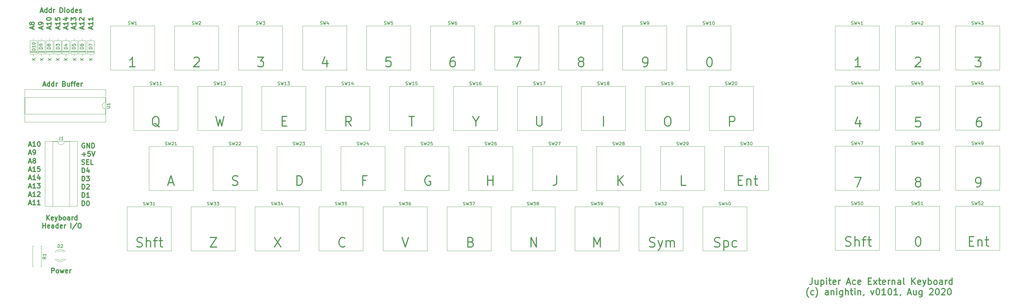
<source format=gbr>
G04 #@! TF.GenerationSoftware,KiCad,Pcbnew,(5.0.1-3-g963ef8bb5)*
G04 #@! TF.CreationDate,2020-08-18T12:47:58+01:00*
G04 #@! TF.ProjectId,ACE-keyboard,4143452D6B6579626F6172642E6B6963,v01*
G04 #@! TF.SameCoordinates,Original*
G04 #@! TF.FileFunction,Legend,Top*
G04 #@! TF.FilePolarity,Positive*
%FSLAX46Y46*%
G04 Gerber Fmt 4.6, Leading zero omitted, Abs format (unit mm)*
G04 Created by KiCad (PCBNEW (5.0.1-3-g963ef8bb5)) date Tuesday, 18 August 2020 at 12:47:58*
%MOMM*%
%LPD*%
G01*
G04 APERTURE LIST*
%ADD10C,0.300000*%
%ADD11C,0.120000*%
%ADD12C,0.150000*%
G04 APERTURE END LIST*
D10*
X13609214Y-98595571D02*
X13609214Y-97095571D01*
X14180642Y-97095571D01*
X14323500Y-97167000D01*
X14394928Y-97238428D01*
X14466357Y-97381285D01*
X14466357Y-97595571D01*
X14394928Y-97738428D01*
X14323500Y-97809857D01*
X14180642Y-97881285D01*
X13609214Y-97881285D01*
X15323500Y-98595571D02*
X15180642Y-98524142D01*
X15109214Y-98452714D01*
X15037785Y-98309857D01*
X15037785Y-97881285D01*
X15109214Y-97738428D01*
X15180642Y-97667000D01*
X15323500Y-97595571D01*
X15537785Y-97595571D01*
X15680642Y-97667000D01*
X15752071Y-97738428D01*
X15823500Y-97881285D01*
X15823500Y-98309857D01*
X15752071Y-98452714D01*
X15680642Y-98524142D01*
X15537785Y-98595571D01*
X15323500Y-98595571D01*
X16323500Y-97595571D02*
X16609214Y-98595571D01*
X16894928Y-97881285D01*
X17180642Y-98595571D01*
X17466357Y-97595571D01*
X18609214Y-98524142D02*
X18466357Y-98595571D01*
X18180642Y-98595571D01*
X18037785Y-98524142D01*
X17966357Y-98381285D01*
X17966357Y-97809857D01*
X18037785Y-97667000D01*
X18180642Y-97595571D01*
X18466357Y-97595571D01*
X18609214Y-97667000D01*
X18680642Y-97809857D01*
X18680642Y-97952714D01*
X17966357Y-98095571D01*
X19323500Y-98595571D02*
X19323500Y-97595571D01*
X19323500Y-97881285D02*
X19394928Y-97738428D01*
X19466357Y-97667000D01*
X19609214Y-97595571D01*
X19752071Y-97595571D01*
X47688357Y-52315857D02*
X47402642Y-52173000D01*
X47116928Y-51887285D01*
X46688357Y-51458714D01*
X46402642Y-51315857D01*
X46116928Y-51315857D01*
X46259785Y-52030142D02*
X45974071Y-51887285D01*
X45688357Y-51601571D01*
X45545500Y-51030142D01*
X45545500Y-50030142D01*
X45688357Y-49458714D01*
X45974071Y-49173000D01*
X46259785Y-49030142D01*
X46831214Y-49030142D01*
X47116928Y-49173000D01*
X47402642Y-49458714D01*
X47545500Y-50030142D01*
X47545500Y-51030142D01*
X47402642Y-51601571D01*
X47116928Y-51887285D01*
X46831214Y-52030142D01*
X46259785Y-52030142D01*
X65579785Y-49030142D02*
X66294071Y-52030142D01*
X66865500Y-49887285D01*
X67436928Y-52030142D01*
X68151214Y-49030142D01*
X86542642Y-50458714D02*
X87542642Y-50458714D01*
X87971214Y-52030142D02*
X86542642Y-52030142D01*
X86542642Y-49030142D01*
X87971214Y-49030142D01*
X108434071Y-52030142D02*
X107434071Y-50601571D01*
X106719785Y-52030142D02*
X106719785Y-49030142D01*
X107862642Y-49030142D01*
X108148357Y-49173000D01*
X108291214Y-49315857D01*
X108434071Y-49601571D01*
X108434071Y-50030142D01*
X108291214Y-50315857D01*
X108148357Y-50458714D01*
X107862642Y-50601571D01*
X106719785Y-50601571D01*
X126714357Y-49030142D02*
X128428642Y-49030142D01*
X127571500Y-52030142D02*
X127571500Y-49030142D01*
X147891500Y-50601571D02*
X147891500Y-52030142D01*
X146891500Y-49030142D02*
X147891500Y-50601571D01*
X148891500Y-49030142D01*
X167100357Y-49030142D02*
X167100357Y-51458714D01*
X167243214Y-51744428D01*
X167386071Y-51887285D01*
X167671785Y-52030142D01*
X168243214Y-52030142D01*
X168528928Y-51887285D01*
X168671785Y-51744428D01*
X168814642Y-51458714D01*
X168814642Y-49030142D01*
X188277500Y-52030142D02*
X188277500Y-49030142D01*
X208311785Y-49030142D02*
X208883214Y-49030142D01*
X209168928Y-49173000D01*
X209454642Y-49458714D01*
X209597500Y-50030142D01*
X209597500Y-51030142D01*
X209454642Y-51601571D01*
X209168928Y-51887285D01*
X208883214Y-52030142D01*
X208311785Y-52030142D01*
X208026071Y-51887285D01*
X207740357Y-51601571D01*
X207597500Y-51030142D01*
X207597500Y-50030142D01*
X207740357Y-49458714D01*
X208026071Y-49173000D01*
X208311785Y-49030142D01*
X228131785Y-52030142D02*
X228131785Y-49030142D01*
X229274642Y-49030142D01*
X229560357Y-49173000D01*
X229703214Y-49315857D01*
X229846071Y-49601571D01*
X229846071Y-50030142D01*
X229703214Y-50315857D01*
X229560357Y-50458714D01*
X229274642Y-50601571D01*
X228131785Y-50601571D01*
X230886357Y-69254714D02*
X231886357Y-69254714D01*
X232314928Y-70826142D02*
X230886357Y-70826142D01*
X230886357Y-67826142D01*
X232314928Y-67826142D01*
X233600642Y-68826142D02*
X233600642Y-70826142D01*
X233600642Y-69111857D02*
X233743500Y-68969000D01*
X234029214Y-68826142D01*
X234457785Y-68826142D01*
X234743500Y-68969000D01*
X234886357Y-69254714D01*
X234886357Y-70826142D01*
X235886357Y-68826142D02*
X237029214Y-68826142D01*
X236314928Y-67826142D02*
X236314928Y-70397571D01*
X236457785Y-70683285D01*
X236743500Y-70826142D01*
X237029214Y-70826142D01*
X214352071Y-70826142D02*
X212923500Y-70826142D01*
X212923500Y-67826142D01*
X192825785Y-70826142D02*
X192825785Y-67826142D01*
X194540071Y-70826142D02*
X193254357Y-69111857D01*
X194540071Y-67826142D02*
X192825785Y-69540428D01*
X173466071Y-67826142D02*
X173466071Y-69969000D01*
X173323214Y-70397571D01*
X173037500Y-70683285D01*
X172608928Y-70826142D01*
X172323214Y-70826142D01*
X151606357Y-70826142D02*
X151606357Y-67826142D01*
X151606357Y-69254714D02*
X153320642Y-69254714D01*
X153320642Y-70826142D02*
X153320642Y-67826142D01*
X133437214Y-67969000D02*
X133151500Y-67826142D01*
X132722928Y-67826142D01*
X132294357Y-67969000D01*
X132008642Y-68254714D01*
X131865785Y-68540428D01*
X131722928Y-69111857D01*
X131722928Y-69540428D01*
X131865785Y-70111857D01*
X132008642Y-70397571D01*
X132294357Y-70683285D01*
X132722928Y-70826142D01*
X133008642Y-70826142D01*
X133437214Y-70683285D01*
X133580071Y-70540428D01*
X133580071Y-69540428D01*
X133008642Y-69540428D01*
X113014071Y-69254714D02*
X112014071Y-69254714D01*
X112014071Y-70826142D02*
X112014071Y-67826142D01*
X113442642Y-67826142D01*
X91225785Y-70826142D02*
X91225785Y-67826142D01*
X91940071Y-67826142D01*
X92368642Y-67969000D01*
X92654357Y-68254714D01*
X92797214Y-68540428D01*
X92940071Y-69111857D01*
X92940071Y-69540428D01*
X92797214Y-70111857D01*
X92654357Y-70397571D01*
X92368642Y-70683285D01*
X91940071Y-70826142D01*
X91225785Y-70826142D01*
X70834357Y-70683285D02*
X71262928Y-70826142D01*
X71977214Y-70826142D01*
X72262928Y-70683285D01*
X72405785Y-70540428D01*
X72548642Y-70254714D01*
X72548642Y-69969000D01*
X72405785Y-69683285D01*
X72262928Y-69540428D01*
X71977214Y-69397571D01*
X71405785Y-69254714D01*
X71120071Y-69111857D01*
X70977214Y-68969000D01*
X70834357Y-68683285D01*
X70834357Y-68397571D01*
X70977214Y-68111857D01*
X71120071Y-67969000D01*
X71405785Y-67826142D01*
X72120071Y-67826142D01*
X72548642Y-67969000D01*
X50657214Y-69969000D02*
X52085785Y-69969000D01*
X50371500Y-70826142D02*
X51371500Y-67826142D01*
X52371500Y-70826142D01*
X40584928Y-90241285D02*
X41013500Y-90384142D01*
X41727785Y-90384142D01*
X42013500Y-90241285D01*
X42156357Y-90098428D01*
X42299214Y-89812714D01*
X42299214Y-89527000D01*
X42156357Y-89241285D01*
X42013500Y-89098428D01*
X41727785Y-88955571D01*
X41156357Y-88812714D01*
X40870642Y-88669857D01*
X40727785Y-88527000D01*
X40584928Y-88241285D01*
X40584928Y-87955571D01*
X40727785Y-87669857D01*
X40870642Y-87527000D01*
X41156357Y-87384142D01*
X41870642Y-87384142D01*
X42299214Y-87527000D01*
X43584928Y-90384142D02*
X43584928Y-87384142D01*
X44870642Y-90384142D02*
X44870642Y-88812714D01*
X44727785Y-88527000D01*
X44442071Y-88384142D01*
X44013500Y-88384142D01*
X43727785Y-88527000D01*
X43584928Y-88669857D01*
X45870642Y-88384142D02*
X47013500Y-88384142D01*
X46299214Y-90384142D02*
X46299214Y-87812714D01*
X46442071Y-87527000D01*
X46727785Y-87384142D01*
X47013500Y-87384142D01*
X47584928Y-88384142D02*
X48727785Y-88384142D01*
X48013500Y-87384142D02*
X48013500Y-89955571D01*
X48156357Y-90241285D01*
X48442071Y-90384142D01*
X48727785Y-90384142D01*
X63833500Y-87384142D02*
X65833500Y-87384142D01*
X63833500Y-90384142D01*
X65833500Y-90384142D01*
X84153500Y-87384142D02*
X86153500Y-90384142D01*
X86153500Y-87384142D02*
X84153500Y-90384142D01*
X106402071Y-90098428D02*
X106259214Y-90241285D01*
X105830642Y-90384142D01*
X105544928Y-90384142D01*
X105116357Y-90241285D01*
X104830642Y-89955571D01*
X104687785Y-89669857D01*
X104544928Y-89098428D01*
X104544928Y-88669857D01*
X104687785Y-88098428D01*
X104830642Y-87812714D01*
X105116357Y-87527000D01*
X105544928Y-87384142D01*
X105830642Y-87384142D01*
X106259214Y-87527000D01*
X106402071Y-87669857D01*
X124539500Y-87384142D02*
X125539500Y-90384142D01*
X126539500Y-87384142D01*
X146327785Y-88812714D02*
X146756357Y-88955571D01*
X146899214Y-89098428D01*
X147042071Y-89384142D01*
X147042071Y-89812714D01*
X146899214Y-90098428D01*
X146756357Y-90241285D01*
X146470642Y-90384142D01*
X145327785Y-90384142D01*
X145327785Y-87384142D01*
X146327785Y-87384142D01*
X146613500Y-87527000D01*
X146756357Y-87669857D01*
X146899214Y-87955571D01*
X146899214Y-88241285D01*
X146756357Y-88527000D01*
X146613500Y-88669857D01*
X146327785Y-88812714D01*
X145327785Y-88812714D01*
X165322357Y-90384142D02*
X165322357Y-87384142D01*
X167036642Y-90384142D01*
X167036642Y-87384142D01*
X185245500Y-90384142D02*
X185245500Y-87384142D01*
X186245500Y-89527000D01*
X187245500Y-87384142D01*
X187245500Y-90384142D01*
X202819500Y-90241285D02*
X203248071Y-90384142D01*
X203962357Y-90384142D01*
X204248071Y-90241285D01*
X204390928Y-90098428D01*
X204533785Y-89812714D01*
X204533785Y-89527000D01*
X204390928Y-89241285D01*
X204248071Y-89098428D01*
X203962357Y-88955571D01*
X203390928Y-88812714D01*
X203105214Y-88669857D01*
X202962357Y-88527000D01*
X202819500Y-88241285D01*
X202819500Y-87955571D01*
X202962357Y-87669857D01*
X203105214Y-87527000D01*
X203390928Y-87384142D01*
X204105214Y-87384142D01*
X204533785Y-87527000D01*
X205533785Y-88384142D02*
X206248071Y-90384142D01*
X206962357Y-88384142D02*
X206248071Y-90384142D01*
X205962357Y-91098428D01*
X205819500Y-91241285D01*
X205533785Y-91384142D01*
X208105214Y-90384142D02*
X208105214Y-88384142D01*
X208105214Y-88669857D02*
X208248071Y-88527000D01*
X208533785Y-88384142D01*
X208962357Y-88384142D01*
X209248071Y-88527000D01*
X209390928Y-88812714D01*
X209390928Y-90384142D01*
X209390928Y-88812714D02*
X209533785Y-88527000D01*
X209819500Y-88384142D01*
X210248071Y-88384142D01*
X210533785Y-88527000D01*
X210676642Y-88812714D01*
X210676642Y-90384142D01*
X223385500Y-90241285D02*
X223814071Y-90384142D01*
X224528357Y-90384142D01*
X224814071Y-90241285D01*
X224956928Y-90098428D01*
X225099785Y-89812714D01*
X225099785Y-89527000D01*
X224956928Y-89241285D01*
X224814071Y-89098428D01*
X224528357Y-88955571D01*
X223956928Y-88812714D01*
X223671214Y-88669857D01*
X223528357Y-88527000D01*
X223385500Y-88241285D01*
X223385500Y-87955571D01*
X223528357Y-87669857D01*
X223671214Y-87527000D01*
X223956928Y-87384142D01*
X224671214Y-87384142D01*
X225099785Y-87527000D01*
X226385500Y-88384142D02*
X226385500Y-91384142D01*
X226385500Y-88527000D02*
X226671214Y-88384142D01*
X227242642Y-88384142D01*
X227528357Y-88527000D01*
X227671214Y-88669857D01*
X227814071Y-88955571D01*
X227814071Y-89812714D01*
X227671214Y-90098428D01*
X227528357Y-90241285D01*
X227242642Y-90384142D01*
X226671214Y-90384142D01*
X226385500Y-90241285D01*
X230385500Y-90241285D02*
X230099785Y-90384142D01*
X229528357Y-90384142D01*
X229242642Y-90241285D01*
X229099785Y-90098428D01*
X228956928Y-89812714D01*
X228956928Y-88955571D01*
X229099785Y-88669857D01*
X229242642Y-88527000D01*
X229528357Y-88384142D01*
X230099785Y-88384142D01*
X230385500Y-88527000D01*
X304038357Y-88558714D02*
X305038357Y-88558714D01*
X305466928Y-90130142D02*
X304038357Y-90130142D01*
X304038357Y-87130142D01*
X305466928Y-87130142D01*
X306752642Y-88130142D02*
X306752642Y-90130142D01*
X306752642Y-88415857D02*
X306895500Y-88273000D01*
X307181214Y-88130142D01*
X307609785Y-88130142D01*
X307895500Y-88273000D01*
X308038357Y-88558714D01*
X308038357Y-90130142D01*
X309038357Y-88130142D02*
X310181214Y-88130142D01*
X309466928Y-87130142D02*
X309466928Y-89701571D01*
X309609785Y-89987285D01*
X309895500Y-90130142D01*
X310181214Y-90130142D01*
X287702642Y-87130142D02*
X287988357Y-87130142D01*
X288274071Y-87273000D01*
X288416928Y-87415857D01*
X288559785Y-87701571D01*
X288702642Y-88273000D01*
X288702642Y-88987285D01*
X288559785Y-89558714D01*
X288416928Y-89844428D01*
X288274071Y-89987285D01*
X287988357Y-90130142D01*
X287702642Y-90130142D01*
X287416928Y-89987285D01*
X287274071Y-89844428D01*
X287131214Y-89558714D01*
X286988357Y-88987285D01*
X286988357Y-88273000D01*
X287131214Y-87701571D01*
X287274071Y-87415857D01*
X287416928Y-87273000D01*
X287702642Y-87130142D01*
X264866928Y-89987285D02*
X265295500Y-90130142D01*
X266009785Y-90130142D01*
X266295500Y-89987285D01*
X266438357Y-89844428D01*
X266581214Y-89558714D01*
X266581214Y-89273000D01*
X266438357Y-88987285D01*
X266295500Y-88844428D01*
X266009785Y-88701571D01*
X265438357Y-88558714D01*
X265152642Y-88415857D01*
X265009785Y-88273000D01*
X264866928Y-87987285D01*
X264866928Y-87701571D01*
X265009785Y-87415857D01*
X265152642Y-87273000D01*
X265438357Y-87130142D01*
X266152642Y-87130142D01*
X266581214Y-87273000D01*
X267866928Y-90130142D02*
X267866928Y-87130142D01*
X269152642Y-90130142D02*
X269152642Y-88558714D01*
X269009785Y-88273000D01*
X268724071Y-88130142D01*
X268295500Y-88130142D01*
X268009785Y-88273000D01*
X267866928Y-88415857D01*
X270152642Y-88130142D02*
X271295500Y-88130142D01*
X270581214Y-90130142D02*
X270581214Y-87558714D01*
X270724071Y-87273000D01*
X271009785Y-87130142D01*
X271295500Y-87130142D01*
X271866928Y-88130142D02*
X273009785Y-88130142D01*
X272295500Y-87130142D02*
X272295500Y-89701571D01*
X272438357Y-89987285D01*
X272724071Y-90130142D01*
X273009785Y-90130142D01*
X306324071Y-71334142D02*
X306895500Y-71334142D01*
X307181214Y-71191285D01*
X307324071Y-71048428D01*
X307609785Y-70619857D01*
X307752642Y-70048428D01*
X307752642Y-68905571D01*
X307609785Y-68619857D01*
X307466928Y-68477000D01*
X307181214Y-68334142D01*
X306609785Y-68334142D01*
X306324071Y-68477000D01*
X306181214Y-68619857D01*
X306038357Y-68905571D01*
X306038357Y-69619857D01*
X306181214Y-69905571D01*
X306324071Y-70048428D01*
X306609785Y-70191285D01*
X307181214Y-70191285D01*
X307466928Y-70048428D01*
X307609785Y-69905571D01*
X307752642Y-69619857D01*
X287559785Y-69619857D02*
X287274071Y-69477000D01*
X287131214Y-69334142D01*
X286988357Y-69048428D01*
X286988357Y-68905571D01*
X287131214Y-68619857D01*
X287274071Y-68477000D01*
X287559785Y-68334142D01*
X288131214Y-68334142D01*
X288416928Y-68477000D01*
X288559785Y-68619857D01*
X288702642Y-68905571D01*
X288702642Y-69048428D01*
X288559785Y-69334142D01*
X288416928Y-69477000D01*
X288131214Y-69619857D01*
X287559785Y-69619857D01*
X287274071Y-69762714D01*
X287131214Y-69905571D01*
X286988357Y-70191285D01*
X286988357Y-70762714D01*
X287131214Y-71048428D01*
X287274071Y-71191285D01*
X287559785Y-71334142D01*
X288131214Y-71334142D01*
X288416928Y-71191285D01*
X288559785Y-71048428D01*
X288702642Y-70762714D01*
X288702642Y-70191285D01*
X288559785Y-69905571D01*
X288416928Y-69762714D01*
X288131214Y-69619857D01*
X267795500Y-68334142D02*
X269795500Y-68334142D01*
X268509785Y-71334142D01*
X307720928Y-49284142D02*
X307149500Y-49284142D01*
X306863785Y-49427000D01*
X306720928Y-49569857D01*
X306435214Y-49998428D01*
X306292357Y-50569857D01*
X306292357Y-51712714D01*
X306435214Y-51998428D01*
X306578071Y-52141285D01*
X306863785Y-52284142D01*
X307435214Y-52284142D01*
X307720928Y-52141285D01*
X307863785Y-51998428D01*
X308006642Y-51712714D01*
X308006642Y-50998428D01*
X307863785Y-50712714D01*
X307720928Y-50569857D01*
X307435214Y-50427000D01*
X306863785Y-50427000D01*
X306578071Y-50569857D01*
X306435214Y-50712714D01*
X306292357Y-50998428D01*
X288559785Y-49284142D02*
X287131214Y-49284142D01*
X286988357Y-50712714D01*
X287131214Y-50569857D01*
X287416928Y-50427000D01*
X288131214Y-50427000D01*
X288416928Y-50569857D01*
X288559785Y-50712714D01*
X288702642Y-50998428D01*
X288702642Y-51712714D01*
X288559785Y-51998428D01*
X288416928Y-52141285D01*
X288131214Y-52284142D01*
X287416928Y-52284142D01*
X287131214Y-52141285D01*
X286988357Y-51998428D01*
X269366928Y-50284142D02*
X269366928Y-52284142D01*
X268652642Y-49141285D02*
X267938357Y-51284142D01*
X269795500Y-51284142D01*
X305895500Y-30234142D02*
X307752642Y-30234142D01*
X306752642Y-31377000D01*
X307181214Y-31377000D01*
X307466928Y-31519857D01*
X307609785Y-31662714D01*
X307752642Y-31948428D01*
X307752642Y-32662714D01*
X307609785Y-32948428D01*
X307466928Y-33091285D01*
X307181214Y-33234142D01*
X306324071Y-33234142D01*
X306038357Y-33091285D01*
X305895500Y-32948428D01*
X286988357Y-30519857D02*
X287131214Y-30377000D01*
X287416928Y-30234142D01*
X288131214Y-30234142D01*
X288416928Y-30377000D01*
X288559785Y-30519857D01*
X288702642Y-30805571D01*
X288702642Y-31091285D01*
X288559785Y-31519857D01*
X286845500Y-33234142D01*
X288702642Y-33234142D01*
X269652642Y-33234142D02*
X267938357Y-33234142D01*
X268795500Y-33234142D02*
X268795500Y-30234142D01*
X268509785Y-30662714D01*
X268224071Y-30948428D01*
X267938357Y-31091285D01*
X221662642Y-30234142D02*
X221948357Y-30234142D01*
X222234071Y-30377000D01*
X222376928Y-30519857D01*
X222519785Y-30805571D01*
X222662642Y-31377000D01*
X222662642Y-32091285D01*
X222519785Y-32662714D01*
X222376928Y-32948428D01*
X222234071Y-33091285D01*
X221948357Y-33234142D01*
X221662642Y-33234142D01*
X221376928Y-33091285D01*
X221234071Y-32948428D01*
X221091214Y-32662714D01*
X220948357Y-32091285D01*
X220948357Y-31377000D01*
X221091214Y-30805571D01*
X221234071Y-30519857D01*
X221376928Y-30377000D01*
X221662642Y-30234142D01*
X200914071Y-33234142D02*
X201485500Y-33234142D01*
X201771214Y-33091285D01*
X201914071Y-32948428D01*
X202199785Y-32519857D01*
X202342642Y-31948428D01*
X202342642Y-30805571D01*
X202199785Y-30519857D01*
X202056928Y-30377000D01*
X201771214Y-30234142D01*
X201199785Y-30234142D01*
X200914071Y-30377000D01*
X200771214Y-30519857D01*
X200628357Y-30805571D01*
X200628357Y-31519857D01*
X200771214Y-31805571D01*
X200914071Y-31948428D01*
X201199785Y-32091285D01*
X201771214Y-32091285D01*
X202056928Y-31948428D01*
X202199785Y-31805571D01*
X202342642Y-31519857D01*
X180879785Y-31519857D02*
X180594071Y-31377000D01*
X180451214Y-31234142D01*
X180308357Y-30948428D01*
X180308357Y-30805571D01*
X180451214Y-30519857D01*
X180594071Y-30377000D01*
X180879785Y-30234142D01*
X181451214Y-30234142D01*
X181736928Y-30377000D01*
X181879785Y-30519857D01*
X182022642Y-30805571D01*
X182022642Y-30948428D01*
X181879785Y-31234142D01*
X181736928Y-31377000D01*
X181451214Y-31519857D01*
X180879785Y-31519857D01*
X180594071Y-31662714D01*
X180451214Y-31805571D01*
X180308357Y-32091285D01*
X180308357Y-32662714D01*
X180451214Y-32948428D01*
X180594071Y-33091285D01*
X180879785Y-33234142D01*
X181451214Y-33234142D01*
X181736928Y-33091285D01*
X181879785Y-32948428D01*
X182022642Y-32662714D01*
X182022642Y-32091285D01*
X181879785Y-31805571D01*
X181736928Y-31662714D01*
X181451214Y-31519857D01*
X160099500Y-30234142D02*
X162099500Y-30234142D01*
X160813785Y-33234142D01*
X141096928Y-30234142D02*
X140525500Y-30234142D01*
X140239785Y-30377000D01*
X140096928Y-30519857D01*
X139811214Y-30948428D01*
X139668357Y-31519857D01*
X139668357Y-32662714D01*
X139811214Y-32948428D01*
X139954071Y-33091285D01*
X140239785Y-33234142D01*
X140811214Y-33234142D01*
X141096928Y-33091285D01*
X141239785Y-32948428D01*
X141382642Y-32662714D01*
X141382642Y-31948428D01*
X141239785Y-31662714D01*
X141096928Y-31519857D01*
X140811214Y-31377000D01*
X140239785Y-31377000D01*
X139954071Y-31519857D01*
X139811214Y-31662714D01*
X139668357Y-31948428D01*
X120919785Y-30234142D02*
X119491214Y-30234142D01*
X119348357Y-31662714D01*
X119491214Y-31519857D01*
X119776928Y-31377000D01*
X120491214Y-31377000D01*
X120776928Y-31519857D01*
X120919785Y-31662714D01*
X121062642Y-31948428D01*
X121062642Y-32662714D01*
X120919785Y-32948428D01*
X120776928Y-33091285D01*
X120491214Y-33234142D01*
X119776928Y-33234142D01*
X119491214Y-33091285D01*
X119348357Y-32948428D01*
X100710928Y-31234142D02*
X100710928Y-33234142D01*
X99996642Y-30091285D02*
X99282357Y-32234142D01*
X101139500Y-32234142D01*
X78819500Y-30234142D02*
X80676642Y-30234142D01*
X79676642Y-31377000D01*
X80105214Y-31377000D01*
X80390928Y-31519857D01*
X80533785Y-31662714D01*
X80676642Y-31948428D01*
X80676642Y-32662714D01*
X80533785Y-32948428D01*
X80390928Y-33091285D01*
X80105214Y-33234142D01*
X79248071Y-33234142D01*
X78962357Y-33091285D01*
X78819500Y-32948428D01*
X58642357Y-30519857D02*
X58785214Y-30377000D01*
X59070928Y-30234142D01*
X59785214Y-30234142D01*
X60070928Y-30377000D01*
X60213785Y-30519857D01*
X60356642Y-30805571D01*
X60356642Y-31091285D01*
X60213785Y-31519857D01*
X58499500Y-33234142D01*
X60356642Y-33234142D01*
X40036642Y-33234142D02*
X38322357Y-33234142D01*
X39179500Y-33234142D02*
X39179500Y-30234142D01*
X38893785Y-30662714D01*
X38608071Y-30948428D01*
X38322357Y-31091285D01*
X26221500Y-21236285D02*
X26221500Y-20522000D01*
X26650071Y-21379142D02*
X25150071Y-20879142D01*
X26650071Y-20379142D01*
X26650071Y-19093428D02*
X26650071Y-19950571D01*
X26650071Y-19522000D02*
X25150071Y-19522000D01*
X25364357Y-19664857D01*
X25507214Y-19807714D01*
X25578642Y-19950571D01*
X26650071Y-17664857D02*
X26650071Y-18522000D01*
X26650071Y-18093428D02*
X25150071Y-18093428D01*
X25364357Y-18236285D01*
X25507214Y-18379142D01*
X25578642Y-18522000D01*
X20851215Y-21236285D02*
X20851215Y-20522000D01*
X21279786Y-21379142D02*
X19779786Y-20879142D01*
X21279786Y-20379142D01*
X21279786Y-19093428D02*
X21279786Y-19950571D01*
X21279786Y-19522000D02*
X19779786Y-19522000D01*
X19994072Y-19664857D01*
X20136929Y-19807714D01*
X20208357Y-19950571D01*
X19779786Y-18593428D02*
X19779786Y-17664857D01*
X20351215Y-18164857D01*
X20351215Y-17950571D01*
X20422643Y-17807714D01*
X20494072Y-17736285D01*
X20636929Y-17664857D01*
X20994072Y-17664857D01*
X21136929Y-17736285D01*
X21208357Y-17807714D01*
X21279786Y-17950571D01*
X21279786Y-18379142D01*
X21208357Y-18522000D01*
X21136929Y-18593428D01*
X18347500Y-21236285D02*
X18347500Y-20522000D01*
X18776071Y-21379142D02*
X17276071Y-20879142D01*
X18776071Y-20379142D01*
X18776071Y-19093428D02*
X18776071Y-19950571D01*
X18776071Y-19522000D02*
X17276071Y-19522000D01*
X17490357Y-19664857D01*
X17633214Y-19807714D01*
X17704642Y-19950571D01*
X17776071Y-17807714D02*
X18776071Y-17807714D01*
X17204642Y-18164857D02*
X18276071Y-18522000D01*
X18276071Y-17593428D01*
X23427500Y-21236285D02*
X23427500Y-20522000D01*
X23856071Y-21379142D02*
X22356071Y-20879142D01*
X23856071Y-20379142D01*
X23856071Y-19093428D02*
X23856071Y-19950571D01*
X23856071Y-19522000D02*
X22356071Y-19522000D01*
X22570357Y-19664857D01*
X22713214Y-19807714D01*
X22784642Y-19950571D01*
X22498928Y-18522000D02*
X22427500Y-18450571D01*
X22356071Y-18307714D01*
X22356071Y-17950571D01*
X22427500Y-17807714D01*
X22498928Y-17736285D01*
X22641785Y-17664857D01*
X22784642Y-17664857D01*
X22998928Y-17736285D01*
X23856071Y-18593428D01*
X23856071Y-17664857D01*
X15807500Y-21236285D02*
X15807500Y-20522000D01*
X16236071Y-21379142D02*
X14736071Y-20879142D01*
X16236071Y-20379142D01*
X16236071Y-19093428D02*
X16236071Y-19950571D01*
X16236071Y-19522000D02*
X14736071Y-19522000D01*
X14950357Y-19664857D01*
X15093214Y-19807714D01*
X15164642Y-19950571D01*
X14736071Y-17736285D02*
X14736071Y-18450571D01*
X15450357Y-18522000D01*
X15378928Y-18450571D01*
X15307500Y-18307714D01*
X15307500Y-17950571D01*
X15378928Y-17807714D01*
X15450357Y-17736285D01*
X15593214Y-17664857D01*
X15950357Y-17664857D01*
X16093214Y-17736285D01*
X16164642Y-17807714D01*
X16236071Y-17950571D01*
X16236071Y-18307714D01*
X16164642Y-18450571D01*
X16093214Y-18522000D01*
X13013500Y-21236285D02*
X13013500Y-20522000D01*
X13442071Y-21379142D02*
X11942071Y-20879142D01*
X13442071Y-20379142D01*
X13442071Y-19093428D02*
X13442071Y-19950571D01*
X13442071Y-19522000D02*
X11942071Y-19522000D01*
X12156357Y-19664857D01*
X12299214Y-19807714D01*
X12370642Y-19950571D01*
X11942071Y-18164857D02*
X11942071Y-18022000D01*
X12013500Y-17879142D01*
X12084928Y-17807714D01*
X12227785Y-17736285D01*
X12513500Y-17664857D01*
X12870642Y-17664857D01*
X13156357Y-17736285D01*
X13299214Y-17807714D01*
X13370642Y-17879142D01*
X13442071Y-18022000D01*
X13442071Y-18164857D01*
X13370642Y-18307714D01*
X13299214Y-18379142D01*
X13156357Y-18450571D01*
X12870642Y-18522000D01*
X12513500Y-18522000D01*
X12227785Y-18450571D01*
X12084928Y-18379142D01*
X12013500Y-18307714D01*
X11942071Y-18164857D01*
X10473500Y-21236285D02*
X10473500Y-20522000D01*
X10902071Y-21379142D02*
X9402071Y-20879142D01*
X10902071Y-20379142D01*
X10902071Y-19807714D02*
X10902071Y-19522000D01*
X10830642Y-19379142D01*
X10759214Y-19307714D01*
X10544928Y-19164857D01*
X10259214Y-19093428D01*
X9687785Y-19093428D01*
X9544928Y-19164857D01*
X9473500Y-19236285D01*
X9402071Y-19379142D01*
X9402071Y-19664857D01*
X9473500Y-19807714D01*
X9544928Y-19879142D01*
X9687785Y-19950571D01*
X10044928Y-19950571D01*
X10187785Y-19879142D01*
X10259214Y-19807714D01*
X10330642Y-19664857D01*
X10330642Y-19379142D01*
X10259214Y-19236285D01*
X10187785Y-19164857D01*
X10044928Y-19093428D01*
X7679500Y-21236285D02*
X7679500Y-20522000D01*
X8108071Y-21379142D02*
X6608071Y-20879142D01*
X8108071Y-20379142D01*
X7250928Y-19664857D02*
X7179500Y-19807714D01*
X7108071Y-19879142D01*
X6965214Y-19950571D01*
X6893785Y-19950571D01*
X6750928Y-19879142D01*
X6679500Y-19807714D01*
X6608071Y-19664857D01*
X6608071Y-19379142D01*
X6679500Y-19236285D01*
X6750928Y-19164857D01*
X6893785Y-19093428D01*
X6965214Y-19093428D01*
X7108071Y-19164857D01*
X7179500Y-19236285D01*
X7250928Y-19379142D01*
X7250928Y-19664857D01*
X7322357Y-19807714D01*
X7393785Y-19879142D01*
X7536642Y-19950571D01*
X7822357Y-19950571D01*
X7965214Y-19879142D01*
X8036642Y-19807714D01*
X8108071Y-19664857D01*
X8108071Y-19379142D01*
X8036642Y-19236285D01*
X7965214Y-19164857D01*
X7822357Y-19093428D01*
X7536642Y-19093428D01*
X7393785Y-19164857D01*
X7322357Y-19236285D01*
X7250928Y-19379142D01*
X12041785Y-81826571D02*
X12041785Y-80326571D01*
X12898928Y-81826571D02*
X12256071Y-80969428D01*
X12898928Y-80326571D02*
X12041785Y-81183714D01*
X14113214Y-81755142D02*
X13970357Y-81826571D01*
X13684642Y-81826571D01*
X13541785Y-81755142D01*
X13470357Y-81612285D01*
X13470357Y-81040857D01*
X13541785Y-80898000D01*
X13684642Y-80826571D01*
X13970357Y-80826571D01*
X14113214Y-80898000D01*
X14184642Y-81040857D01*
X14184642Y-81183714D01*
X13470357Y-81326571D01*
X14684642Y-80826571D02*
X15041785Y-81826571D01*
X15398928Y-80826571D02*
X15041785Y-81826571D01*
X14898928Y-82183714D01*
X14827500Y-82255142D01*
X14684642Y-82326571D01*
X15970357Y-81826571D02*
X15970357Y-80326571D01*
X15970357Y-80898000D02*
X16113214Y-80826571D01*
X16398928Y-80826571D01*
X16541785Y-80898000D01*
X16613214Y-80969428D01*
X16684642Y-81112285D01*
X16684642Y-81540857D01*
X16613214Y-81683714D01*
X16541785Y-81755142D01*
X16398928Y-81826571D01*
X16113214Y-81826571D01*
X15970357Y-81755142D01*
X17541785Y-81826571D02*
X17398928Y-81755142D01*
X17327500Y-81683714D01*
X17256071Y-81540857D01*
X17256071Y-81112285D01*
X17327500Y-80969428D01*
X17398928Y-80898000D01*
X17541785Y-80826571D01*
X17756071Y-80826571D01*
X17898928Y-80898000D01*
X17970357Y-80969428D01*
X18041785Y-81112285D01*
X18041785Y-81540857D01*
X17970357Y-81683714D01*
X17898928Y-81755142D01*
X17756071Y-81826571D01*
X17541785Y-81826571D01*
X19327500Y-81826571D02*
X19327500Y-81040857D01*
X19256071Y-80898000D01*
X19113214Y-80826571D01*
X18827500Y-80826571D01*
X18684642Y-80898000D01*
X19327500Y-81755142D02*
X19184642Y-81826571D01*
X18827500Y-81826571D01*
X18684642Y-81755142D01*
X18613214Y-81612285D01*
X18613214Y-81469428D01*
X18684642Y-81326571D01*
X18827500Y-81255142D01*
X19184642Y-81255142D01*
X19327500Y-81183714D01*
X20041785Y-81826571D02*
X20041785Y-80826571D01*
X20041785Y-81112285D02*
X20113214Y-80969428D01*
X20184642Y-80898000D01*
X20327500Y-80826571D01*
X20470357Y-80826571D01*
X21613214Y-81826571D02*
X21613214Y-80326571D01*
X21613214Y-81755142D02*
X21470357Y-81826571D01*
X21184642Y-81826571D01*
X21041785Y-81755142D01*
X20970357Y-81683714D01*
X20898928Y-81540857D01*
X20898928Y-81112285D01*
X20970357Y-80969428D01*
X21041785Y-80898000D01*
X21184642Y-80826571D01*
X21470357Y-80826571D01*
X21613214Y-80898000D01*
X10791785Y-84376571D02*
X10791785Y-82876571D01*
X10791785Y-83590857D02*
X11648928Y-83590857D01*
X11648928Y-84376571D02*
X11648928Y-82876571D01*
X12934642Y-84305142D02*
X12791785Y-84376571D01*
X12506071Y-84376571D01*
X12363214Y-84305142D01*
X12291785Y-84162285D01*
X12291785Y-83590857D01*
X12363214Y-83448000D01*
X12506071Y-83376571D01*
X12791785Y-83376571D01*
X12934642Y-83448000D01*
X13006071Y-83590857D01*
X13006071Y-83733714D01*
X12291785Y-83876571D01*
X14291785Y-84376571D02*
X14291785Y-83590857D01*
X14220357Y-83448000D01*
X14077500Y-83376571D01*
X13791785Y-83376571D01*
X13648928Y-83448000D01*
X14291785Y-84305142D02*
X14148928Y-84376571D01*
X13791785Y-84376571D01*
X13648928Y-84305142D01*
X13577500Y-84162285D01*
X13577500Y-84019428D01*
X13648928Y-83876571D01*
X13791785Y-83805142D01*
X14148928Y-83805142D01*
X14291785Y-83733714D01*
X15648928Y-84376571D02*
X15648928Y-82876571D01*
X15648928Y-84305142D02*
X15506071Y-84376571D01*
X15220357Y-84376571D01*
X15077500Y-84305142D01*
X15006071Y-84233714D01*
X14934642Y-84090857D01*
X14934642Y-83662285D01*
X15006071Y-83519428D01*
X15077500Y-83448000D01*
X15220357Y-83376571D01*
X15506071Y-83376571D01*
X15648928Y-83448000D01*
X16934642Y-84305142D02*
X16791785Y-84376571D01*
X16506071Y-84376571D01*
X16363214Y-84305142D01*
X16291785Y-84162285D01*
X16291785Y-83590857D01*
X16363214Y-83448000D01*
X16506071Y-83376571D01*
X16791785Y-83376571D01*
X16934642Y-83448000D01*
X17006071Y-83590857D01*
X17006071Y-83733714D01*
X16291785Y-83876571D01*
X17648928Y-84376571D02*
X17648928Y-83376571D01*
X17648928Y-83662285D02*
X17720357Y-83519428D01*
X17791785Y-83448000D01*
X17934642Y-83376571D01*
X18077500Y-83376571D01*
X19720357Y-84376571D02*
X19720357Y-82876571D01*
X21506071Y-82805142D02*
X20220357Y-84733714D01*
X22291785Y-82876571D02*
X22577500Y-82876571D01*
X22720357Y-82948000D01*
X22863214Y-83090857D01*
X22934642Y-83376571D01*
X22934642Y-83876571D01*
X22863214Y-84162285D01*
X22720357Y-84305142D01*
X22577500Y-84376571D01*
X22291785Y-84376571D01*
X22148928Y-84305142D01*
X22006071Y-84162285D01*
X21934642Y-83876571D01*
X21934642Y-83376571D01*
X22006071Y-83090857D01*
X22148928Y-82948000D01*
X22291785Y-82876571D01*
X10109214Y-15617000D02*
X10823500Y-15617000D01*
X9966357Y-16045571D02*
X10466357Y-14545571D01*
X10966357Y-16045571D01*
X12109214Y-16045571D02*
X12109214Y-14545571D01*
X12109214Y-15974142D02*
X11966357Y-16045571D01*
X11680642Y-16045571D01*
X11537785Y-15974142D01*
X11466357Y-15902714D01*
X11394928Y-15759857D01*
X11394928Y-15331285D01*
X11466357Y-15188428D01*
X11537785Y-15117000D01*
X11680642Y-15045571D01*
X11966357Y-15045571D01*
X12109214Y-15117000D01*
X13466357Y-16045571D02*
X13466357Y-14545571D01*
X13466357Y-15974142D02*
X13323500Y-16045571D01*
X13037785Y-16045571D01*
X12894928Y-15974142D01*
X12823500Y-15902714D01*
X12752071Y-15759857D01*
X12752071Y-15331285D01*
X12823500Y-15188428D01*
X12894928Y-15117000D01*
X13037785Y-15045571D01*
X13323500Y-15045571D01*
X13466357Y-15117000D01*
X14180642Y-16045571D02*
X14180642Y-15045571D01*
X14180642Y-15331285D02*
X14252071Y-15188428D01*
X14323500Y-15117000D01*
X14466357Y-15045571D01*
X14609214Y-15045571D01*
X16252071Y-16045571D02*
X16252071Y-14545571D01*
X16609214Y-14545571D01*
X16823500Y-14617000D01*
X16966357Y-14759857D01*
X17037785Y-14902714D01*
X17109214Y-15188428D01*
X17109214Y-15402714D01*
X17037785Y-15688428D01*
X16966357Y-15831285D01*
X16823500Y-15974142D01*
X16609214Y-16045571D01*
X16252071Y-16045571D01*
X17752071Y-16045571D02*
X17752071Y-15045571D01*
X17752071Y-14545571D02*
X17680642Y-14617000D01*
X17752071Y-14688428D01*
X17823500Y-14617000D01*
X17752071Y-14545571D01*
X17752071Y-14688428D01*
X18680642Y-16045571D02*
X18537785Y-15974142D01*
X18466357Y-15902714D01*
X18394928Y-15759857D01*
X18394928Y-15331285D01*
X18466357Y-15188428D01*
X18537785Y-15117000D01*
X18680642Y-15045571D01*
X18894928Y-15045571D01*
X19037785Y-15117000D01*
X19109214Y-15188428D01*
X19180642Y-15331285D01*
X19180642Y-15759857D01*
X19109214Y-15902714D01*
X19037785Y-15974142D01*
X18894928Y-16045571D01*
X18680642Y-16045571D01*
X20466357Y-16045571D02*
X20466357Y-14545571D01*
X20466357Y-15974142D02*
X20323500Y-16045571D01*
X20037785Y-16045571D01*
X19894928Y-15974142D01*
X19823500Y-15902714D01*
X19752071Y-15759857D01*
X19752071Y-15331285D01*
X19823500Y-15188428D01*
X19894928Y-15117000D01*
X20037785Y-15045571D01*
X20323500Y-15045571D01*
X20466357Y-15117000D01*
X21752071Y-15974142D02*
X21609214Y-16045571D01*
X21323500Y-16045571D01*
X21180642Y-15974142D01*
X21109214Y-15831285D01*
X21109214Y-15259857D01*
X21180642Y-15117000D01*
X21323500Y-15045571D01*
X21609214Y-15045571D01*
X21752071Y-15117000D01*
X21823500Y-15259857D01*
X21823500Y-15402714D01*
X21109214Y-15545571D01*
X22394928Y-15974142D02*
X22537785Y-16045571D01*
X22823500Y-16045571D01*
X22966357Y-15974142D01*
X23037785Y-15831285D01*
X23037785Y-15759857D01*
X22966357Y-15617000D01*
X22823500Y-15545571D01*
X22609214Y-15545571D01*
X22466357Y-15474142D01*
X22394928Y-15331285D01*
X22394928Y-15259857D01*
X22466357Y-15117000D01*
X22609214Y-15045571D01*
X22823500Y-15045571D01*
X22966357Y-15117000D01*
X10938642Y-38985000D02*
X11652928Y-38985000D01*
X10795785Y-39413571D02*
X11295785Y-37913571D01*
X11795785Y-39413571D01*
X12938642Y-39413571D02*
X12938642Y-37913571D01*
X12938642Y-39342142D02*
X12795785Y-39413571D01*
X12510071Y-39413571D01*
X12367214Y-39342142D01*
X12295785Y-39270714D01*
X12224357Y-39127857D01*
X12224357Y-38699285D01*
X12295785Y-38556428D01*
X12367214Y-38485000D01*
X12510071Y-38413571D01*
X12795785Y-38413571D01*
X12938642Y-38485000D01*
X14295785Y-39413571D02*
X14295785Y-37913571D01*
X14295785Y-39342142D02*
X14152928Y-39413571D01*
X13867214Y-39413571D01*
X13724357Y-39342142D01*
X13652928Y-39270714D01*
X13581500Y-39127857D01*
X13581500Y-38699285D01*
X13652928Y-38556428D01*
X13724357Y-38485000D01*
X13867214Y-38413571D01*
X14152928Y-38413571D01*
X14295785Y-38485000D01*
X15010071Y-39413571D02*
X15010071Y-38413571D01*
X15010071Y-38699285D02*
X15081500Y-38556428D01*
X15152928Y-38485000D01*
X15295785Y-38413571D01*
X15438642Y-38413571D01*
X17581500Y-38627857D02*
X17795785Y-38699285D01*
X17867214Y-38770714D01*
X17938642Y-38913571D01*
X17938642Y-39127857D01*
X17867214Y-39270714D01*
X17795785Y-39342142D01*
X17652928Y-39413571D01*
X17081500Y-39413571D01*
X17081500Y-37913571D01*
X17581500Y-37913571D01*
X17724357Y-37985000D01*
X17795785Y-38056428D01*
X17867214Y-38199285D01*
X17867214Y-38342142D01*
X17795785Y-38485000D01*
X17724357Y-38556428D01*
X17581500Y-38627857D01*
X17081500Y-38627857D01*
X19224357Y-38413571D02*
X19224357Y-39413571D01*
X18581500Y-38413571D02*
X18581500Y-39199285D01*
X18652928Y-39342142D01*
X18795785Y-39413571D01*
X19010071Y-39413571D01*
X19152928Y-39342142D01*
X19224357Y-39270714D01*
X19724357Y-38413571D02*
X20295785Y-38413571D01*
X19938642Y-39413571D02*
X19938642Y-38127857D01*
X20010071Y-37985000D01*
X20152928Y-37913571D01*
X20295785Y-37913571D01*
X20581500Y-38413571D02*
X21152928Y-38413571D01*
X20795785Y-39413571D02*
X20795785Y-38127857D01*
X20867214Y-37985000D01*
X21010071Y-37913571D01*
X21152928Y-37913571D01*
X22224357Y-39342142D02*
X22081500Y-39413571D01*
X21795785Y-39413571D01*
X21652928Y-39342142D01*
X21581500Y-39199285D01*
X21581500Y-38627857D01*
X21652928Y-38485000D01*
X21795785Y-38413571D01*
X22081500Y-38413571D01*
X22224357Y-38485000D01*
X22295785Y-38627857D01*
X22295785Y-38770714D01*
X21581500Y-38913571D01*
X22938642Y-39413571D02*
X22938642Y-38413571D01*
X22938642Y-38699285D02*
X23010071Y-38556428D01*
X23081500Y-38485000D01*
X23224357Y-38413571D01*
X23367214Y-38413571D01*
X23221642Y-66809284D02*
X23221642Y-65309284D01*
X23578785Y-65309284D01*
X23793071Y-65380713D01*
X23935928Y-65523570D01*
X24007357Y-65666427D01*
X24078785Y-65952141D01*
X24078785Y-66166427D01*
X24007357Y-66452141D01*
X23935928Y-66594998D01*
X23793071Y-66737855D01*
X23578785Y-66809284D01*
X23221642Y-66809284D01*
X25364500Y-65809284D02*
X25364500Y-66809284D01*
X25007357Y-65237855D02*
X24650214Y-66309284D01*
X25578785Y-66309284D01*
X23221642Y-77259571D02*
X23221642Y-75759571D01*
X23578785Y-75759571D01*
X23793071Y-75831000D01*
X23935928Y-75973857D01*
X24007357Y-76116714D01*
X24078785Y-76402428D01*
X24078785Y-76616714D01*
X24007357Y-76902428D01*
X23935928Y-77045285D01*
X23793071Y-77188142D01*
X23578785Y-77259571D01*
X23221642Y-77259571D01*
X25007357Y-75759571D02*
X25150214Y-75759571D01*
X25293071Y-75831000D01*
X25364500Y-75902428D01*
X25435928Y-76045285D01*
X25507357Y-76331000D01*
X25507357Y-76688142D01*
X25435928Y-76973857D01*
X25364500Y-77116714D01*
X25293071Y-77188142D01*
X25150214Y-77259571D01*
X25007357Y-77259571D01*
X24864500Y-77188142D01*
X24793071Y-77116714D01*
X24721642Y-76973857D01*
X24650214Y-76688142D01*
X24650214Y-76331000D01*
X24721642Y-76045285D01*
X24793071Y-75902428D01*
X24864500Y-75831000D01*
X25007357Y-75759571D01*
X23221642Y-72034426D02*
X23221642Y-70534426D01*
X23578785Y-70534426D01*
X23793071Y-70605855D01*
X23935928Y-70748712D01*
X24007357Y-70891569D01*
X24078785Y-71177283D01*
X24078785Y-71391569D01*
X24007357Y-71677283D01*
X23935928Y-71820140D01*
X23793071Y-71962997D01*
X23578785Y-72034426D01*
X23221642Y-72034426D01*
X24650214Y-70677283D02*
X24721642Y-70605855D01*
X24864500Y-70534426D01*
X25221642Y-70534426D01*
X25364500Y-70605855D01*
X25435928Y-70677283D01*
X25507357Y-70820140D01*
X25507357Y-70962997D01*
X25435928Y-71177283D01*
X24578785Y-72034426D01*
X25507357Y-72034426D01*
X23221642Y-74646997D02*
X23221642Y-73146997D01*
X23578785Y-73146997D01*
X23793071Y-73218426D01*
X23935928Y-73361283D01*
X24007357Y-73504140D01*
X24078785Y-73789854D01*
X24078785Y-74004140D01*
X24007357Y-74289854D01*
X23935928Y-74432711D01*
X23793071Y-74575568D01*
X23578785Y-74646997D01*
X23221642Y-74646997D01*
X25507357Y-74646997D02*
X24650214Y-74646997D01*
X25078785Y-74646997D02*
X25078785Y-73146997D01*
X24935928Y-73361283D01*
X24793071Y-73504140D01*
X24650214Y-73575568D01*
X23221642Y-69421855D02*
X23221642Y-67921855D01*
X23578785Y-67921855D01*
X23793071Y-67993284D01*
X23935928Y-68136141D01*
X24007357Y-68278998D01*
X24078785Y-68564712D01*
X24078785Y-68778998D01*
X24007357Y-69064712D01*
X23935928Y-69207569D01*
X23793071Y-69350426D01*
X23578785Y-69421855D01*
X23221642Y-69421855D01*
X24578785Y-67921855D02*
X25507357Y-67921855D01*
X25007357Y-68493284D01*
X25221642Y-68493284D01*
X25364500Y-68564712D01*
X25435928Y-68636141D01*
X25507357Y-68778998D01*
X25507357Y-69136141D01*
X25435928Y-69278998D01*
X25364500Y-69350426D01*
X25221642Y-69421855D01*
X24793071Y-69421855D01*
X24650214Y-69350426D01*
X24578785Y-69278998D01*
X6386214Y-65981571D02*
X7100500Y-65981571D01*
X6243357Y-66410142D02*
X6743357Y-64910142D01*
X7243357Y-66410142D01*
X8529071Y-66410142D02*
X7671928Y-66410142D01*
X8100500Y-66410142D02*
X8100500Y-64910142D01*
X7957642Y-65124428D01*
X7814785Y-65267285D01*
X7671928Y-65338713D01*
X9886214Y-64910142D02*
X9171928Y-64910142D01*
X9100500Y-65624428D01*
X9171928Y-65552999D01*
X9314785Y-65481571D01*
X9671928Y-65481571D01*
X9814785Y-65552999D01*
X9886214Y-65624428D01*
X9957642Y-65767285D01*
X9957642Y-66124428D01*
X9886214Y-66267285D01*
X9814785Y-66338713D01*
X9671928Y-66410142D01*
X9314785Y-66410142D01*
X9171928Y-66338713D01*
X9100500Y-66267285D01*
X6386214Y-73928142D02*
X7100500Y-73928142D01*
X6243357Y-74356713D02*
X6743357Y-72856713D01*
X7243357Y-74356713D01*
X8529071Y-74356713D02*
X7671928Y-74356713D01*
X8100500Y-74356713D02*
X8100500Y-72856713D01*
X7957642Y-73070999D01*
X7814785Y-73213856D01*
X7671928Y-73285284D01*
X9100500Y-72999570D02*
X9171928Y-72928142D01*
X9314785Y-72856713D01*
X9671928Y-72856713D01*
X9814785Y-72928142D01*
X9886214Y-72999570D01*
X9957642Y-73142427D01*
X9957642Y-73285284D01*
X9886214Y-73499570D01*
X9029071Y-74356713D01*
X9957642Y-74356713D01*
X6386214Y-68630428D02*
X7100500Y-68630428D01*
X6243357Y-69058999D02*
X6743357Y-67558999D01*
X7243357Y-69058999D01*
X8529071Y-69058999D02*
X7671928Y-69058999D01*
X8100500Y-69058999D02*
X8100500Y-67558999D01*
X7957642Y-67773285D01*
X7814785Y-67916142D01*
X7671928Y-67987570D01*
X9814785Y-68058999D02*
X9814785Y-69058999D01*
X9457642Y-67487570D02*
X9100500Y-68558999D01*
X10029071Y-68558999D01*
X6386214Y-71279285D02*
X7100500Y-71279285D01*
X6243357Y-71707856D02*
X6743357Y-70207856D01*
X7243357Y-71707856D01*
X8529071Y-71707856D02*
X7671928Y-71707856D01*
X8100500Y-71707856D02*
X8100500Y-70207856D01*
X7957642Y-70422142D01*
X7814785Y-70564999D01*
X7671928Y-70636427D01*
X9029071Y-70207856D02*
X9957642Y-70207856D01*
X9457642Y-70779285D01*
X9671928Y-70779285D01*
X9814785Y-70850713D01*
X9886214Y-70922142D01*
X9957642Y-71064999D01*
X9957642Y-71422142D01*
X9886214Y-71564999D01*
X9814785Y-71636427D01*
X9671928Y-71707856D01*
X9243357Y-71707856D01*
X9100500Y-71636427D01*
X9029071Y-71564999D01*
X6386214Y-76577000D02*
X7100500Y-76577000D01*
X6243357Y-77005571D02*
X6743357Y-75505571D01*
X7243357Y-77005571D01*
X8529071Y-77005571D02*
X7671928Y-77005571D01*
X8100500Y-77005571D02*
X8100500Y-75505571D01*
X7957642Y-75719857D01*
X7814785Y-75862714D01*
X7671928Y-75934142D01*
X9957642Y-77005571D02*
X9100500Y-77005571D01*
X9529071Y-77005571D02*
X9529071Y-75505571D01*
X9386214Y-75719857D01*
X9243357Y-75862714D01*
X9100500Y-75934142D01*
X6386214Y-58035000D02*
X7100500Y-58035000D01*
X6243357Y-58463571D02*
X6743357Y-56963571D01*
X7243357Y-58463571D01*
X8529071Y-58463571D02*
X7671928Y-58463571D01*
X8100500Y-58463571D02*
X8100500Y-56963571D01*
X7957642Y-57177857D01*
X7814785Y-57320714D01*
X7671928Y-57392142D01*
X9457642Y-56963571D02*
X9600500Y-56963571D01*
X9743357Y-57035000D01*
X9814785Y-57106428D01*
X9886214Y-57249285D01*
X9957642Y-57535000D01*
X9957642Y-57892142D01*
X9886214Y-58177857D01*
X9814785Y-58320714D01*
X9743357Y-58392142D01*
X9600500Y-58463571D01*
X9457642Y-58463571D01*
X9314785Y-58392142D01*
X9243357Y-58320714D01*
X9171928Y-58177857D01*
X9100500Y-57892142D01*
X9100500Y-57535000D01*
X9171928Y-57249285D01*
X9243357Y-57106428D01*
X9314785Y-57035000D01*
X9457642Y-56963571D01*
X6386214Y-60683857D02*
X7100500Y-60683857D01*
X6243357Y-61112428D02*
X6743357Y-59612428D01*
X7243357Y-61112428D01*
X7814785Y-61112428D02*
X8100500Y-61112428D01*
X8243357Y-61040999D01*
X8314785Y-60969571D01*
X8457642Y-60755285D01*
X8529071Y-60469571D01*
X8529071Y-59898142D01*
X8457642Y-59755285D01*
X8386214Y-59683857D01*
X8243357Y-59612428D01*
X7957642Y-59612428D01*
X7814785Y-59683857D01*
X7743357Y-59755285D01*
X7671928Y-59898142D01*
X7671928Y-60255285D01*
X7743357Y-60398142D01*
X7814785Y-60469571D01*
X7957642Y-60540999D01*
X8243357Y-60540999D01*
X8386214Y-60469571D01*
X8457642Y-60398142D01*
X8529071Y-60255285D01*
X6386214Y-63369000D02*
X7100500Y-63369000D01*
X6243357Y-63797571D02*
X6743357Y-62297571D01*
X7243357Y-63797571D01*
X7957642Y-62940428D02*
X7814785Y-62869000D01*
X7743357Y-62797571D01*
X7671928Y-62654714D01*
X7671928Y-62583285D01*
X7743357Y-62440428D01*
X7814785Y-62369000D01*
X7957642Y-62297571D01*
X8243357Y-62297571D01*
X8386214Y-62369000D01*
X8457642Y-62440428D01*
X8529071Y-62583285D01*
X8529071Y-62654714D01*
X8457642Y-62797571D01*
X8386214Y-62869000D01*
X8243357Y-62940428D01*
X7957642Y-62940428D01*
X7814785Y-63011857D01*
X7743357Y-63083285D01*
X7671928Y-63226142D01*
X7671928Y-63511857D01*
X7743357Y-63654714D01*
X7814785Y-63726142D01*
X7957642Y-63797571D01*
X8243357Y-63797571D01*
X8386214Y-63726142D01*
X8457642Y-63654714D01*
X8529071Y-63511857D01*
X8529071Y-63226142D01*
X8457642Y-63083285D01*
X8386214Y-63011857D01*
X8243357Y-62940428D01*
X23150214Y-64125284D02*
X23364500Y-64196713D01*
X23721642Y-64196713D01*
X23864500Y-64125284D01*
X23935928Y-64053856D01*
X24007357Y-63910999D01*
X24007357Y-63768142D01*
X23935928Y-63625284D01*
X23864500Y-63553856D01*
X23721642Y-63482427D01*
X23435928Y-63410999D01*
X23293071Y-63339570D01*
X23221642Y-63268142D01*
X23150214Y-63125284D01*
X23150214Y-62982427D01*
X23221642Y-62839570D01*
X23293071Y-62768142D01*
X23435928Y-62696713D01*
X23793071Y-62696713D01*
X24007357Y-62768142D01*
X24650214Y-63410999D02*
X25150214Y-63410999D01*
X25364500Y-64196713D02*
X24650214Y-64196713D01*
X24650214Y-62696713D01*
X25364500Y-62696713D01*
X26721642Y-64196713D02*
X26007357Y-64196713D01*
X26007357Y-62696713D01*
X23221642Y-61012713D02*
X24364500Y-61012713D01*
X23793071Y-61584142D02*
X23793071Y-60441285D01*
X25793071Y-60084142D02*
X25078785Y-60084142D01*
X25007357Y-60798428D01*
X25078785Y-60726999D01*
X25221642Y-60655571D01*
X25578785Y-60655571D01*
X25721642Y-60726999D01*
X25793071Y-60798428D01*
X25864500Y-60941285D01*
X25864500Y-61298428D01*
X25793071Y-61441285D01*
X25721642Y-61512713D01*
X25578785Y-61584142D01*
X25221642Y-61584142D01*
X25078785Y-61512713D01*
X25007357Y-61441285D01*
X26293071Y-60084142D02*
X26793071Y-61584142D01*
X27293071Y-60084142D01*
X24007357Y-57543000D02*
X23864500Y-57471571D01*
X23650214Y-57471571D01*
X23435928Y-57543000D01*
X23293071Y-57685857D01*
X23221642Y-57828714D01*
X23150214Y-58114428D01*
X23150214Y-58328714D01*
X23221642Y-58614428D01*
X23293071Y-58757285D01*
X23435928Y-58900142D01*
X23650214Y-58971571D01*
X23793071Y-58971571D01*
X24007357Y-58900142D01*
X24078785Y-58828714D01*
X24078785Y-58328714D01*
X23793071Y-58328714D01*
X24721642Y-58971571D02*
X24721642Y-57471571D01*
X25578785Y-58971571D01*
X25578785Y-57471571D01*
X26293071Y-58971571D02*
X26293071Y-57471571D01*
X26650214Y-57471571D01*
X26864500Y-57543000D01*
X27007357Y-57685857D01*
X27078785Y-57828714D01*
X27150214Y-58114428D01*
X27150214Y-58328714D01*
X27078785Y-58614428D01*
X27007357Y-58757285D01*
X26864500Y-58900142D01*
X26650214Y-58971571D01*
X26293071Y-58971571D01*
X254304357Y-100251761D02*
X254304357Y-101680333D01*
X254209119Y-101966047D01*
X254018642Y-102156523D01*
X253732928Y-102251761D01*
X253542452Y-102251761D01*
X256113880Y-100918428D02*
X256113880Y-102251761D01*
X255256738Y-100918428D02*
X255256738Y-101966047D01*
X255351976Y-102156523D01*
X255542452Y-102251761D01*
X255828166Y-102251761D01*
X256018642Y-102156523D01*
X256113880Y-102061285D01*
X257066261Y-100918428D02*
X257066261Y-102918428D01*
X257066261Y-101013666D02*
X257256738Y-100918428D01*
X257637690Y-100918428D01*
X257828166Y-101013666D01*
X257923404Y-101108904D01*
X258018642Y-101299380D01*
X258018642Y-101870809D01*
X257923404Y-102061285D01*
X257828166Y-102156523D01*
X257637690Y-102251761D01*
X257256738Y-102251761D01*
X257066261Y-102156523D01*
X258875785Y-102251761D02*
X258875785Y-100918428D01*
X258875785Y-100251761D02*
X258780547Y-100347000D01*
X258875785Y-100442238D01*
X258971023Y-100347000D01*
X258875785Y-100251761D01*
X258875785Y-100442238D01*
X259542452Y-100918428D02*
X260304357Y-100918428D01*
X259828166Y-100251761D02*
X259828166Y-101966047D01*
X259923404Y-102156523D01*
X260113880Y-102251761D01*
X260304357Y-102251761D01*
X261732928Y-102156523D02*
X261542452Y-102251761D01*
X261161500Y-102251761D01*
X260971023Y-102156523D01*
X260875785Y-101966047D01*
X260875785Y-101204142D01*
X260971023Y-101013666D01*
X261161500Y-100918428D01*
X261542452Y-100918428D01*
X261732928Y-101013666D01*
X261828166Y-101204142D01*
X261828166Y-101394619D01*
X260875785Y-101585095D01*
X262685309Y-102251761D02*
X262685309Y-100918428D01*
X262685309Y-101299380D02*
X262780547Y-101108904D01*
X262875785Y-101013666D01*
X263066261Y-100918428D01*
X263256738Y-100918428D01*
X265351976Y-101680333D02*
X266304357Y-101680333D01*
X265161500Y-102251761D02*
X265828166Y-100251761D01*
X266494833Y-102251761D01*
X268018642Y-102156523D02*
X267828166Y-102251761D01*
X267447214Y-102251761D01*
X267256738Y-102156523D01*
X267161500Y-102061285D01*
X267066261Y-101870809D01*
X267066261Y-101299380D01*
X267161500Y-101108904D01*
X267256738Y-101013666D01*
X267447214Y-100918428D01*
X267828166Y-100918428D01*
X268018642Y-101013666D01*
X269637690Y-102156523D02*
X269447214Y-102251761D01*
X269066261Y-102251761D01*
X268875785Y-102156523D01*
X268780547Y-101966047D01*
X268780547Y-101204142D01*
X268875785Y-101013666D01*
X269066261Y-100918428D01*
X269447214Y-100918428D01*
X269637690Y-101013666D01*
X269732928Y-101204142D01*
X269732928Y-101394619D01*
X268780547Y-101585095D01*
X272113880Y-101204142D02*
X272780547Y-101204142D01*
X273066261Y-102251761D02*
X272113880Y-102251761D01*
X272113880Y-100251761D01*
X273066261Y-100251761D01*
X273732928Y-102251761D02*
X274780547Y-100918428D01*
X273732928Y-100918428D02*
X274780547Y-102251761D01*
X275256738Y-100918428D02*
X276018642Y-100918428D01*
X275542452Y-100251761D02*
X275542452Y-101966047D01*
X275637690Y-102156523D01*
X275828166Y-102251761D01*
X276018642Y-102251761D01*
X277447214Y-102156523D02*
X277256738Y-102251761D01*
X276875785Y-102251761D01*
X276685309Y-102156523D01*
X276590071Y-101966047D01*
X276590071Y-101204142D01*
X276685309Y-101013666D01*
X276875785Y-100918428D01*
X277256738Y-100918428D01*
X277447214Y-101013666D01*
X277542452Y-101204142D01*
X277542452Y-101394619D01*
X276590071Y-101585095D01*
X278399595Y-102251761D02*
X278399595Y-100918428D01*
X278399595Y-101299380D02*
X278494833Y-101108904D01*
X278590071Y-101013666D01*
X278780547Y-100918428D01*
X278971023Y-100918428D01*
X279637690Y-100918428D02*
X279637690Y-102251761D01*
X279637690Y-101108904D02*
X279732928Y-101013666D01*
X279923404Y-100918428D01*
X280209119Y-100918428D01*
X280399595Y-101013666D01*
X280494833Y-101204142D01*
X280494833Y-102251761D01*
X282304357Y-102251761D02*
X282304357Y-101204142D01*
X282209119Y-101013666D01*
X282018642Y-100918428D01*
X281637690Y-100918428D01*
X281447214Y-101013666D01*
X282304357Y-102156523D02*
X282113880Y-102251761D01*
X281637690Y-102251761D01*
X281447214Y-102156523D01*
X281351976Y-101966047D01*
X281351976Y-101775571D01*
X281447214Y-101585095D01*
X281637690Y-101489857D01*
X282113880Y-101489857D01*
X282304357Y-101394619D01*
X283542452Y-102251761D02*
X283351976Y-102156523D01*
X283256738Y-101966047D01*
X283256738Y-100251761D01*
X285828166Y-102251761D02*
X285828166Y-100251761D01*
X286971023Y-102251761D02*
X286113880Y-101108904D01*
X286971023Y-100251761D02*
X285828166Y-101394619D01*
X288590071Y-102156523D02*
X288399595Y-102251761D01*
X288018642Y-102251761D01*
X287828166Y-102156523D01*
X287732928Y-101966047D01*
X287732928Y-101204142D01*
X287828166Y-101013666D01*
X288018642Y-100918428D01*
X288399595Y-100918428D01*
X288590071Y-101013666D01*
X288685309Y-101204142D01*
X288685309Y-101394619D01*
X287732928Y-101585095D01*
X289351976Y-100918428D02*
X289828166Y-102251761D01*
X290304357Y-100918428D02*
X289828166Y-102251761D01*
X289637690Y-102727952D01*
X289542452Y-102823190D01*
X289351976Y-102918428D01*
X291066261Y-102251761D02*
X291066261Y-100251761D01*
X291066261Y-101013666D02*
X291256738Y-100918428D01*
X291637690Y-100918428D01*
X291828166Y-101013666D01*
X291923404Y-101108904D01*
X292018642Y-101299380D01*
X292018642Y-101870809D01*
X291923404Y-102061285D01*
X291828166Y-102156523D01*
X291637690Y-102251761D01*
X291256738Y-102251761D01*
X291066261Y-102156523D01*
X293161500Y-102251761D02*
X292971023Y-102156523D01*
X292875785Y-102061285D01*
X292780547Y-101870809D01*
X292780547Y-101299380D01*
X292875785Y-101108904D01*
X292971023Y-101013666D01*
X293161500Y-100918428D01*
X293447214Y-100918428D01*
X293637690Y-101013666D01*
X293732928Y-101108904D01*
X293828166Y-101299380D01*
X293828166Y-101870809D01*
X293732928Y-102061285D01*
X293637690Y-102156523D01*
X293447214Y-102251761D01*
X293161500Y-102251761D01*
X295542452Y-102251761D02*
X295542452Y-101204142D01*
X295447214Y-101013666D01*
X295256738Y-100918428D01*
X294875785Y-100918428D01*
X294685309Y-101013666D01*
X295542452Y-102156523D02*
X295351976Y-102251761D01*
X294875785Y-102251761D01*
X294685309Y-102156523D01*
X294590071Y-101966047D01*
X294590071Y-101775571D01*
X294685309Y-101585095D01*
X294875785Y-101489857D01*
X295351976Y-101489857D01*
X295542452Y-101394619D01*
X296494833Y-102251761D02*
X296494833Y-100918428D01*
X296494833Y-101299380D02*
X296590071Y-101108904D01*
X296685309Y-101013666D01*
X296875785Y-100918428D01*
X297066261Y-100918428D01*
X298590071Y-102251761D02*
X298590071Y-100251761D01*
X298590071Y-102156523D02*
X298399595Y-102251761D01*
X298018642Y-102251761D01*
X297828166Y-102156523D01*
X297732928Y-102061285D01*
X297637690Y-101870809D01*
X297637690Y-101299380D01*
X297732928Y-101108904D01*
X297828166Y-101013666D01*
X298018642Y-100918428D01*
X298399595Y-100918428D01*
X298590071Y-101013666D01*
X253161500Y-106313666D02*
X253066261Y-106218428D01*
X252875785Y-105932714D01*
X252780547Y-105742238D01*
X252685309Y-105456523D01*
X252590071Y-104980333D01*
X252590071Y-104599380D01*
X252685309Y-104123190D01*
X252780547Y-103837476D01*
X252875785Y-103647000D01*
X253066261Y-103361285D01*
X253161500Y-103266047D01*
X254780547Y-105456523D02*
X254590071Y-105551761D01*
X254209119Y-105551761D01*
X254018642Y-105456523D01*
X253923404Y-105361285D01*
X253828166Y-105170809D01*
X253828166Y-104599380D01*
X253923404Y-104408904D01*
X254018642Y-104313666D01*
X254209119Y-104218428D01*
X254590071Y-104218428D01*
X254780547Y-104313666D01*
X255447214Y-106313666D02*
X255542452Y-106218428D01*
X255732928Y-105932714D01*
X255828166Y-105742238D01*
X255923404Y-105456523D01*
X256018642Y-104980333D01*
X256018642Y-104599380D01*
X255923404Y-104123190D01*
X255828166Y-103837476D01*
X255732928Y-103647000D01*
X255542452Y-103361285D01*
X255447214Y-103266047D01*
X259351976Y-105551761D02*
X259351976Y-104504142D01*
X259256738Y-104313666D01*
X259066261Y-104218428D01*
X258685309Y-104218428D01*
X258494833Y-104313666D01*
X259351976Y-105456523D02*
X259161500Y-105551761D01*
X258685309Y-105551761D01*
X258494833Y-105456523D01*
X258399595Y-105266047D01*
X258399595Y-105075571D01*
X258494833Y-104885095D01*
X258685309Y-104789857D01*
X259161500Y-104789857D01*
X259351976Y-104694619D01*
X260304357Y-104218428D02*
X260304357Y-105551761D01*
X260304357Y-104408904D02*
X260399595Y-104313666D01*
X260590071Y-104218428D01*
X260875785Y-104218428D01*
X261066261Y-104313666D01*
X261161500Y-104504142D01*
X261161500Y-105551761D01*
X262113880Y-105551761D02*
X262113880Y-104218428D01*
X262113880Y-103551761D02*
X262018642Y-103647000D01*
X262113880Y-103742238D01*
X262209119Y-103647000D01*
X262113880Y-103551761D01*
X262113880Y-103742238D01*
X263923404Y-104218428D02*
X263923404Y-105837476D01*
X263828166Y-106027952D01*
X263732928Y-106123190D01*
X263542452Y-106218428D01*
X263256738Y-106218428D01*
X263066261Y-106123190D01*
X263923404Y-105456523D02*
X263732928Y-105551761D01*
X263351976Y-105551761D01*
X263161500Y-105456523D01*
X263066261Y-105361285D01*
X262971023Y-105170809D01*
X262971023Y-104599380D01*
X263066261Y-104408904D01*
X263161500Y-104313666D01*
X263351976Y-104218428D01*
X263732928Y-104218428D01*
X263923404Y-104313666D01*
X264875785Y-105551761D02*
X264875785Y-103551761D01*
X265732928Y-105551761D02*
X265732928Y-104504142D01*
X265637690Y-104313666D01*
X265447214Y-104218428D01*
X265161500Y-104218428D01*
X264971023Y-104313666D01*
X264875785Y-104408904D01*
X266399595Y-104218428D02*
X267161500Y-104218428D01*
X266685309Y-103551761D02*
X266685309Y-105266047D01*
X266780547Y-105456523D01*
X266971023Y-105551761D01*
X267161500Y-105551761D01*
X267828166Y-105551761D02*
X267828166Y-104218428D01*
X267828166Y-103551761D02*
X267732928Y-103647000D01*
X267828166Y-103742238D01*
X267923404Y-103647000D01*
X267828166Y-103551761D01*
X267828166Y-103742238D01*
X268780547Y-104218428D02*
X268780547Y-105551761D01*
X268780547Y-104408904D02*
X268875785Y-104313666D01*
X269066261Y-104218428D01*
X269351976Y-104218428D01*
X269542452Y-104313666D01*
X269637690Y-104504142D01*
X269637690Y-105551761D01*
X270685309Y-105456523D02*
X270685309Y-105551761D01*
X270590071Y-105742238D01*
X270494833Y-105837476D01*
X272875785Y-104218428D02*
X273351976Y-105551761D01*
X273828166Y-104218428D01*
X274971023Y-103551761D02*
X275161500Y-103551761D01*
X275351976Y-103647000D01*
X275447214Y-103742238D01*
X275542452Y-103932714D01*
X275637690Y-104313666D01*
X275637690Y-104789857D01*
X275542452Y-105170809D01*
X275447214Y-105361285D01*
X275351976Y-105456523D01*
X275161500Y-105551761D01*
X274971023Y-105551761D01*
X274780547Y-105456523D01*
X274685309Y-105361285D01*
X274590071Y-105170809D01*
X274494833Y-104789857D01*
X274494833Y-104313666D01*
X274590071Y-103932714D01*
X274685309Y-103742238D01*
X274780547Y-103647000D01*
X274971023Y-103551761D01*
X277542452Y-105551761D02*
X276399595Y-105551761D01*
X276971023Y-105551761D02*
X276971023Y-103551761D01*
X276780547Y-103837476D01*
X276590071Y-104027952D01*
X276399595Y-104123190D01*
X278780547Y-103551761D02*
X278971023Y-103551761D01*
X279161500Y-103647000D01*
X279256738Y-103742238D01*
X279351976Y-103932714D01*
X279447214Y-104313666D01*
X279447214Y-104789857D01*
X279351976Y-105170809D01*
X279256738Y-105361285D01*
X279161500Y-105456523D01*
X278971023Y-105551761D01*
X278780547Y-105551761D01*
X278590071Y-105456523D01*
X278494833Y-105361285D01*
X278399595Y-105170809D01*
X278304357Y-104789857D01*
X278304357Y-104313666D01*
X278399595Y-103932714D01*
X278494833Y-103742238D01*
X278590071Y-103647000D01*
X278780547Y-103551761D01*
X281351976Y-105551761D02*
X280209119Y-105551761D01*
X280780547Y-105551761D02*
X280780547Y-103551761D01*
X280590071Y-103837476D01*
X280399595Y-104027952D01*
X280209119Y-104123190D01*
X282304357Y-105456523D02*
X282304357Y-105551761D01*
X282209119Y-105742238D01*
X282113880Y-105837476D01*
X284590071Y-104980333D02*
X285542452Y-104980333D01*
X284399595Y-105551761D02*
X285066261Y-103551761D01*
X285732928Y-105551761D01*
X287256738Y-104218428D02*
X287256738Y-105551761D01*
X286399595Y-104218428D02*
X286399595Y-105266047D01*
X286494833Y-105456523D01*
X286685309Y-105551761D01*
X286971023Y-105551761D01*
X287161500Y-105456523D01*
X287256738Y-105361285D01*
X289066261Y-104218428D02*
X289066261Y-105837476D01*
X288971023Y-106027952D01*
X288875785Y-106123190D01*
X288685309Y-106218428D01*
X288399595Y-106218428D01*
X288209119Y-106123190D01*
X289066261Y-105456523D02*
X288875785Y-105551761D01*
X288494833Y-105551761D01*
X288304357Y-105456523D01*
X288209119Y-105361285D01*
X288113880Y-105170809D01*
X288113880Y-104599380D01*
X288209119Y-104408904D01*
X288304357Y-104313666D01*
X288494833Y-104218428D01*
X288875785Y-104218428D01*
X289066261Y-104313666D01*
X291447214Y-103742238D02*
X291542452Y-103647000D01*
X291732928Y-103551761D01*
X292209119Y-103551761D01*
X292399595Y-103647000D01*
X292494833Y-103742238D01*
X292590071Y-103932714D01*
X292590071Y-104123190D01*
X292494833Y-104408904D01*
X291351976Y-105551761D01*
X292590071Y-105551761D01*
X293828166Y-103551761D02*
X294018642Y-103551761D01*
X294209119Y-103647000D01*
X294304357Y-103742238D01*
X294399595Y-103932714D01*
X294494833Y-104313666D01*
X294494833Y-104789857D01*
X294399595Y-105170809D01*
X294304357Y-105361285D01*
X294209119Y-105456523D01*
X294018642Y-105551761D01*
X293828166Y-105551761D01*
X293637690Y-105456523D01*
X293542452Y-105361285D01*
X293447214Y-105170809D01*
X293351976Y-104789857D01*
X293351976Y-104313666D01*
X293447214Y-103932714D01*
X293542452Y-103742238D01*
X293637690Y-103647000D01*
X293828166Y-103551761D01*
X295256738Y-103742238D02*
X295351976Y-103647000D01*
X295542452Y-103551761D01*
X296018642Y-103551761D01*
X296209119Y-103647000D01*
X296304357Y-103742238D01*
X296399595Y-103932714D01*
X296399595Y-104123190D01*
X296304357Y-104408904D01*
X295161500Y-105551761D01*
X296399595Y-105551761D01*
X297637690Y-103551761D02*
X297828166Y-103551761D01*
X298018642Y-103647000D01*
X298113880Y-103742238D01*
X298209119Y-103932714D01*
X298304357Y-104313666D01*
X298304357Y-104789857D01*
X298209119Y-105170809D01*
X298113880Y-105361285D01*
X298018642Y-105456523D01*
X297828166Y-105551761D01*
X297637690Y-105551761D01*
X297447214Y-105456523D01*
X297351976Y-105361285D01*
X297256738Y-105170809D01*
X297161500Y-104789857D01*
X297161500Y-104313666D01*
X297256738Y-103932714D01*
X297351976Y-103742238D01*
X297447214Y-103647000D01*
X297637690Y-103551761D01*
D11*
G04 #@! TO.C,SW38*
X158926664Y-77570000D02*
X172896664Y-77570000D01*
X172896664Y-77570000D02*
X172896664Y-91540000D01*
X172896664Y-91540000D02*
X158926664Y-91540000D01*
X158926664Y-91540000D02*
X158926664Y-77570000D01*
G04 #@! TO.C,SW33*
X57726944Y-77570000D02*
X71696944Y-77570000D01*
X71696944Y-77570000D02*
X71696944Y-91540000D01*
X71696944Y-91540000D02*
X57726944Y-91540000D01*
X57726944Y-91540000D02*
X57726944Y-77570000D01*
G04 #@! TO.C,SW41*
X261556500Y-20320000D02*
X275526500Y-20320000D01*
X275526500Y-20320000D02*
X275526500Y-34290000D01*
X275526500Y-34290000D02*
X261556500Y-34290000D01*
X261556500Y-34290000D02*
X261556500Y-20320000D01*
G04 #@! TO.C,D3*
X14370628Y-28555393D02*
X16610628Y-28555393D01*
X14370628Y-28315393D02*
X16610628Y-28315393D01*
X14370628Y-28435393D02*
X16610628Y-28435393D01*
X15490628Y-24265393D02*
X15490628Y-24915393D01*
X15490628Y-29805393D02*
X15490628Y-29155393D01*
X14370628Y-24915393D02*
X14370628Y-29155393D01*
X16610628Y-24915393D02*
X14370628Y-24915393D01*
X16610628Y-29155393D02*
X16610628Y-24915393D01*
X14370628Y-29155393D02*
X16610628Y-29155393D01*
G04 #@! TO.C,D4*
X16910628Y-29155393D02*
X19150628Y-29155393D01*
X19150628Y-29155393D02*
X19150628Y-24915393D01*
X19150628Y-24915393D02*
X16910628Y-24915393D01*
X16910628Y-24915393D02*
X16910628Y-29155393D01*
X18030628Y-29805393D02*
X18030628Y-29155393D01*
X18030628Y-24265393D02*
X18030628Y-24915393D01*
X16910628Y-28435393D02*
X19150628Y-28435393D01*
X16910628Y-28315393D02*
X19150628Y-28315393D01*
X16910628Y-28555393D02*
X19150628Y-28555393D01*
G04 #@! TO.C,D5*
X19577628Y-28555393D02*
X21817628Y-28555393D01*
X19577628Y-28315393D02*
X21817628Y-28315393D01*
X19577628Y-28435393D02*
X21817628Y-28435393D01*
X20697628Y-24265393D02*
X20697628Y-24915393D01*
X20697628Y-29805393D02*
X20697628Y-29155393D01*
X19577628Y-24915393D02*
X19577628Y-29155393D01*
X21817628Y-24915393D02*
X19577628Y-24915393D01*
X21817628Y-29155393D02*
X21817628Y-24915393D01*
X19577628Y-29155393D02*
X21817628Y-29155393D01*
G04 #@! TO.C,D6*
X22117628Y-29155393D02*
X24357628Y-29155393D01*
X24357628Y-29155393D02*
X24357628Y-24915393D01*
X24357628Y-24915393D02*
X22117628Y-24915393D01*
X22117628Y-24915393D02*
X22117628Y-29155393D01*
X23237628Y-29805393D02*
X23237628Y-29155393D01*
X23237628Y-24265393D02*
X23237628Y-24915393D01*
X22117628Y-28435393D02*
X24357628Y-28435393D01*
X22117628Y-28315393D02*
X24357628Y-28315393D01*
X22117628Y-28555393D02*
X24357628Y-28555393D01*
G04 #@! TO.C,D7*
X24793628Y-29202393D02*
X27033628Y-29202393D01*
X27033628Y-29202393D02*
X27033628Y-24962393D01*
X27033628Y-24962393D02*
X24793628Y-24962393D01*
X24793628Y-24962393D02*
X24793628Y-29202393D01*
X25913628Y-29852393D02*
X25913628Y-29202393D01*
X25913628Y-24312393D02*
X25913628Y-24962393D01*
X24793628Y-28482393D02*
X27033628Y-28482393D01*
X24793628Y-28362393D02*
X27033628Y-28362393D01*
X24793628Y-28602393D02*
X27033628Y-28602393D01*
G04 #@! TO.C,D8*
X11767128Y-28555393D02*
X14007128Y-28555393D01*
X11767128Y-28315393D02*
X14007128Y-28315393D01*
X11767128Y-28435393D02*
X14007128Y-28435393D01*
X12887128Y-24265393D02*
X12887128Y-24915393D01*
X12887128Y-29805393D02*
X12887128Y-29155393D01*
X11767128Y-24915393D02*
X11767128Y-29155393D01*
X14007128Y-24915393D02*
X11767128Y-24915393D01*
X14007128Y-29155393D02*
X14007128Y-24915393D01*
X11767128Y-29155393D02*
X14007128Y-29155393D01*
G04 #@! TO.C,D9*
X9227128Y-29218893D02*
X11467128Y-29218893D01*
X11467128Y-29218893D02*
X11467128Y-24978893D01*
X11467128Y-24978893D02*
X9227128Y-24978893D01*
X9227128Y-24978893D02*
X9227128Y-29218893D01*
X10347128Y-29868893D02*
X10347128Y-29218893D01*
X10347128Y-24328893D02*
X10347128Y-24978893D01*
X9227128Y-28498893D02*
X11467128Y-28498893D01*
X9227128Y-28378893D02*
X11467128Y-28378893D01*
X9227128Y-28618893D02*
X11467128Y-28618893D01*
G04 #@! TO.C,D10*
X6687128Y-28618893D02*
X8927128Y-28618893D01*
X6687128Y-28378893D02*
X8927128Y-28378893D01*
X6687128Y-28498893D02*
X8927128Y-28498893D01*
X7807128Y-24328893D02*
X7807128Y-24978893D01*
X7807128Y-29868893D02*
X7807128Y-29218893D01*
X6687128Y-24978893D02*
X6687128Y-29218893D01*
X8927128Y-24978893D02*
X6687128Y-24978893D01*
X8927128Y-29218893D02*
X8927128Y-24978893D01*
X6687128Y-29218893D02*
X8927128Y-29218893D01*
G04 #@! TO.C,J1*
X17573500Y-56963000D02*
G75*
G02X15573500Y-56963000I-1000000J0D01*
G01*
X15573500Y-56963000D02*
X13923500Y-56963000D01*
X13923500Y-56963000D02*
X13923500Y-77403000D01*
X13923500Y-77403000D02*
X19223500Y-77403000D01*
X19223500Y-77403000D02*
X19223500Y-56963000D01*
X19223500Y-56963000D02*
X17573500Y-56963000D01*
X11433500Y-56903000D02*
X11433500Y-77463000D01*
X11433500Y-77463000D02*
X21713500Y-77463000D01*
X21713500Y-77463000D02*
X21713500Y-56903000D01*
X21713500Y-56903000D02*
X11433500Y-56903000D01*
G04 #@! TO.C,SW1*
X32194500Y-34290000D02*
X32194500Y-20320000D01*
X46164500Y-34290000D02*
X32194500Y-34290000D01*
X46164500Y-20320000D02*
X46164500Y-34290000D01*
X32194500Y-20320000D02*
X46164500Y-20320000D01*
G04 #@! TO.C,SW2*
X52458055Y-34286000D02*
X52458055Y-20316000D01*
X66428055Y-34286000D02*
X52458055Y-34286000D01*
X66428055Y-20316000D02*
X66428055Y-34286000D01*
X52458055Y-20316000D02*
X66428055Y-20316000D01*
G04 #@! TO.C,SW3*
X72721610Y-34286000D02*
X72721610Y-20316000D01*
X86691610Y-34286000D02*
X72721610Y-34286000D01*
X86691610Y-20316000D02*
X86691610Y-34286000D01*
X72721610Y-20316000D02*
X86691610Y-20316000D01*
G04 #@! TO.C,SW4*
X92985165Y-34286000D02*
X92985165Y-20316000D01*
X106955165Y-34286000D02*
X92985165Y-34286000D01*
X106955165Y-20316000D02*
X106955165Y-34286000D01*
X92985165Y-20316000D02*
X106955165Y-20316000D01*
G04 #@! TO.C,SW5*
X113248720Y-34286000D02*
X113248720Y-20316000D01*
X127218720Y-34286000D02*
X113248720Y-34286000D01*
X127218720Y-20316000D02*
X127218720Y-34286000D01*
X113248720Y-20316000D02*
X127218720Y-20316000D01*
G04 #@! TO.C,SW6*
X133512275Y-34286000D02*
X133512275Y-20316000D01*
X147482275Y-34286000D02*
X133512275Y-34286000D01*
X147482275Y-20316000D02*
X147482275Y-34286000D01*
X133512275Y-20316000D02*
X147482275Y-20316000D01*
G04 #@! TO.C,SW7*
X153775830Y-34286000D02*
X153775830Y-20316000D01*
X167745830Y-34286000D02*
X153775830Y-34286000D01*
X167745830Y-20316000D02*
X167745830Y-34286000D01*
X153775830Y-20316000D02*
X167745830Y-20316000D01*
G04 #@! TO.C,SW8*
X174039385Y-34286000D02*
X174039385Y-20316000D01*
X188009385Y-34286000D02*
X174039385Y-34286000D01*
X188009385Y-20316000D02*
X188009385Y-34286000D01*
X174039385Y-20316000D02*
X188009385Y-20316000D01*
G04 #@! TO.C,SW9*
X194302940Y-34286000D02*
X194302940Y-20316000D01*
X208272940Y-34286000D02*
X194302940Y-34286000D01*
X208272940Y-20316000D02*
X208272940Y-34286000D01*
X194302940Y-20316000D02*
X208272940Y-20316000D01*
G04 #@! TO.C,SW10*
X214566500Y-34290000D02*
X214566500Y-20320000D01*
X228536500Y-34290000D02*
X214566500Y-34290000D01*
X228536500Y-20320000D02*
X228536500Y-34290000D01*
X214566500Y-20320000D02*
X228536500Y-20320000D01*
G04 #@! TO.C,SW11*
X39609000Y-39462000D02*
X53579000Y-39462000D01*
X53579000Y-39462000D02*
X53579000Y-53432000D01*
X53579000Y-53432000D02*
X39609000Y-53432000D01*
X39609000Y-53432000D02*
X39609000Y-39462000D01*
G04 #@! TO.C,SW12*
X59838944Y-39462000D02*
X73808944Y-39462000D01*
X73808944Y-39462000D02*
X73808944Y-53432000D01*
X73808944Y-53432000D02*
X59838944Y-53432000D01*
X59838944Y-53432000D02*
X59838944Y-39462000D01*
G04 #@! TO.C,SW13*
X80068888Y-39462000D02*
X94038888Y-39462000D01*
X94038888Y-39462000D02*
X94038888Y-53432000D01*
X94038888Y-53432000D02*
X80068888Y-53432000D01*
X80068888Y-53432000D02*
X80068888Y-39462000D01*
G04 #@! TO.C,SW14*
X100298832Y-39462000D02*
X114268832Y-39462000D01*
X114268832Y-39462000D02*
X114268832Y-53432000D01*
X114268832Y-53432000D02*
X100298832Y-53432000D01*
X100298832Y-53432000D02*
X100298832Y-39462000D01*
G04 #@! TO.C,SW15*
X120528776Y-39462000D02*
X134498776Y-39462000D01*
X134498776Y-39462000D02*
X134498776Y-53432000D01*
X134498776Y-53432000D02*
X120528776Y-53432000D01*
X120528776Y-53432000D02*
X120528776Y-39462000D01*
G04 #@! TO.C,SW16*
X140758720Y-39462000D02*
X154728720Y-39462000D01*
X154728720Y-39462000D02*
X154728720Y-53432000D01*
X154728720Y-53432000D02*
X140758720Y-53432000D01*
X140758720Y-53432000D02*
X140758720Y-39462000D01*
G04 #@! TO.C,SW17*
X160988664Y-39462000D02*
X174958664Y-39462000D01*
X174958664Y-39462000D02*
X174958664Y-53432000D01*
X174958664Y-53432000D02*
X160988664Y-53432000D01*
X160988664Y-53432000D02*
X160988664Y-39462000D01*
G04 #@! TO.C,SW18*
X181218608Y-39462000D02*
X195188608Y-39462000D01*
X195188608Y-39462000D02*
X195188608Y-53432000D01*
X195188608Y-53432000D02*
X181218608Y-53432000D01*
X181218608Y-53432000D02*
X181218608Y-39462000D01*
G04 #@! TO.C,SW19*
X201448552Y-39462000D02*
X215418552Y-39462000D01*
X215418552Y-39462000D02*
X215418552Y-53432000D01*
X215418552Y-53432000D02*
X201448552Y-53432000D01*
X201448552Y-53432000D02*
X201448552Y-39462000D01*
G04 #@! TO.C,SW20*
X221678500Y-39462000D02*
X235648500Y-39462000D01*
X235648500Y-39462000D02*
X235648500Y-53432000D01*
X235648500Y-53432000D02*
X221678500Y-53432000D01*
X221678500Y-53432000D02*
X221678500Y-39462000D01*
G04 #@! TO.C,SW21*
X44386500Y-72486000D02*
X44386500Y-58516000D01*
X58356500Y-72486000D02*
X44386500Y-72486000D01*
X58356500Y-58516000D02*
X58356500Y-72486000D01*
X44386500Y-58516000D02*
X58356500Y-58516000D01*
G04 #@! TO.C,SW22*
X64621833Y-72486000D02*
X64621833Y-58516000D01*
X78591833Y-72486000D02*
X64621833Y-72486000D01*
X78591833Y-58516000D02*
X78591833Y-72486000D01*
X64621833Y-58516000D02*
X78591833Y-58516000D01*
G04 #@! TO.C,SW23*
X84857166Y-72486000D02*
X84857166Y-58516000D01*
X98827166Y-72486000D02*
X84857166Y-72486000D01*
X98827166Y-58516000D02*
X98827166Y-72486000D01*
X84857166Y-58516000D02*
X98827166Y-58516000D01*
G04 #@! TO.C,SW24*
X105092499Y-72486000D02*
X105092499Y-58516000D01*
X119062499Y-72486000D02*
X105092499Y-72486000D01*
X119062499Y-58516000D02*
X119062499Y-72486000D01*
X105092499Y-58516000D02*
X119062499Y-58516000D01*
G04 #@! TO.C,SW25*
X125327832Y-72486000D02*
X125327832Y-58516000D01*
X139297832Y-72486000D02*
X125327832Y-72486000D01*
X139297832Y-58516000D02*
X139297832Y-72486000D01*
X125327832Y-58516000D02*
X139297832Y-58516000D01*
G04 #@! TO.C,SW26*
X145563165Y-72486000D02*
X145563165Y-58516000D01*
X159533165Y-72486000D02*
X145563165Y-72486000D01*
X159533165Y-58516000D02*
X159533165Y-72486000D01*
X145563165Y-58516000D02*
X159533165Y-58516000D01*
G04 #@! TO.C,SW27*
X165798498Y-72486000D02*
X165798498Y-58516000D01*
X179768498Y-72486000D02*
X165798498Y-72486000D01*
X179768498Y-58516000D02*
X179768498Y-72486000D01*
X165798498Y-58516000D02*
X179768498Y-58516000D01*
G04 #@! TO.C,SW28*
X186033831Y-72486000D02*
X186033831Y-58516000D01*
X200003831Y-72486000D02*
X186033831Y-72486000D01*
X200003831Y-58516000D02*
X200003831Y-72486000D01*
X186033831Y-58516000D02*
X200003831Y-58516000D01*
G04 #@! TO.C,SW29*
X206269164Y-72486000D02*
X206269164Y-58516000D01*
X220239164Y-72486000D02*
X206269164Y-72486000D01*
X220239164Y-58516000D02*
X220239164Y-72486000D01*
X206269164Y-58516000D02*
X220239164Y-58516000D01*
G04 #@! TO.C,SW30*
X226504500Y-72486000D02*
X226504500Y-58516000D01*
X240474500Y-72486000D02*
X226504500Y-72486000D01*
X240474500Y-58516000D02*
X240474500Y-72486000D01*
X226504500Y-58516000D02*
X240474500Y-58516000D01*
G04 #@! TO.C,SW31*
X37487000Y-77570000D02*
X51457000Y-77570000D01*
X51457000Y-77570000D02*
X51457000Y-91540000D01*
X51457000Y-91540000D02*
X37487000Y-91540000D01*
X37487000Y-91540000D02*
X37487000Y-77570000D01*
G04 #@! TO.C,SW32*
X199406552Y-77570000D02*
X213376552Y-77570000D01*
X213376552Y-77570000D02*
X213376552Y-91540000D01*
X213376552Y-91540000D02*
X199406552Y-91540000D01*
X199406552Y-91540000D02*
X199406552Y-77570000D01*
G04 #@! TO.C,SW34*
X77966888Y-77570000D02*
X91936888Y-77570000D01*
X91936888Y-77570000D02*
X91936888Y-91540000D01*
X91936888Y-91540000D02*
X77966888Y-91540000D01*
X77966888Y-91540000D02*
X77966888Y-77570000D01*
G04 #@! TO.C,SW35*
X98206832Y-77570000D02*
X112176832Y-77570000D01*
X112176832Y-77570000D02*
X112176832Y-91540000D01*
X112176832Y-91540000D02*
X98206832Y-91540000D01*
X98206832Y-91540000D02*
X98206832Y-77570000D01*
G04 #@! TO.C,SW36*
X118446776Y-77570000D02*
X132416776Y-77570000D01*
X132416776Y-77570000D02*
X132416776Y-91540000D01*
X132416776Y-91540000D02*
X118446776Y-91540000D01*
X118446776Y-91540000D02*
X118446776Y-77570000D01*
G04 #@! TO.C,SW37*
X138686720Y-77570000D02*
X152656720Y-77570000D01*
X152656720Y-77570000D02*
X152656720Y-91540000D01*
X152656720Y-91540000D02*
X138686720Y-91540000D01*
X138686720Y-91540000D02*
X138686720Y-77570000D01*
G04 #@! TO.C,SW39*
X179166608Y-77570000D02*
X193136608Y-77570000D01*
X193136608Y-77570000D02*
X193136608Y-91540000D01*
X193136608Y-91540000D02*
X179166608Y-91540000D01*
X179166608Y-91540000D02*
X179166608Y-77570000D01*
G04 #@! TO.C,SW40*
X219646500Y-77570000D02*
X233616500Y-77570000D01*
X233616500Y-77570000D02*
X233616500Y-91540000D01*
X233616500Y-91540000D02*
X219646500Y-91540000D01*
X219646500Y-91540000D02*
X219646500Y-77570000D01*
G04 #@! TO.C,SW42*
X280606500Y-20320000D02*
X294576500Y-20320000D01*
X294576500Y-20320000D02*
X294576500Y-34290000D01*
X294576500Y-34290000D02*
X280606500Y-34290000D01*
X280606500Y-34290000D02*
X280606500Y-20320000D01*
G04 #@! TO.C,SW43*
X299656500Y-34290000D02*
X299656500Y-20320000D01*
X313626500Y-34290000D02*
X299656500Y-34290000D01*
X313626500Y-20320000D02*
X313626500Y-34290000D01*
X299656500Y-20320000D02*
X313626500Y-20320000D01*
G04 #@! TO.C,SW44*
X261556500Y-53340000D02*
X261556500Y-39370000D01*
X275526500Y-53340000D02*
X261556500Y-53340000D01*
X275526500Y-39370000D02*
X275526500Y-53340000D01*
X261556500Y-39370000D02*
X275526500Y-39370000D01*
G04 #@! TO.C,SW45*
X280606500Y-53340000D02*
X280606500Y-39370000D01*
X294576500Y-53340000D02*
X280606500Y-53340000D01*
X294576500Y-39370000D02*
X294576500Y-53340000D01*
X280606500Y-39370000D02*
X294576500Y-39370000D01*
G04 #@! TO.C,SW46*
X299656500Y-39370000D02*
X313626500Y-39370000D01*
X313626500Y-39370000D02*
X313626500Y-53340000D01*
X313626500Y-53340000D02*
X299656500Y-53340000D01*
X299656500Y-53340000D02*
X299656500Y-39370000D01*
G04 #@! TO.C,SW47*
X261556500Y-58420000D02*
X275526500Y-58420000D01*
X275526500Y-58420000D02*
X275526500Y-72390000D01*
X275526500Y-72390000D02*
X261556500Y-72390000D01*
X261556500Y-72390000D02*
X261556500Y-58420000D01*
G04 #@! TO.C,SW48*
X280606500Y-58420000D02*
X294576500Y-58420000D01*
X294576500Y-58420000D02*
X294576500Y-72390000D01*
X294576500Y-72390000D02*
X280606500Y-72390000D01*
X280606500Y-72390000D02*
X280606500Y-58420000D01*
G04 #@! TO.C,SW49*
X299656500Y-72390000D02*
X299656500Y-58420000D01*
X313626500Y-72390000D02*
X299656500Y-72390000D01*
X313626500Y-58420000D02*
X313626500Y-72390000D01*
X299656500Y-58420000D02*
X313626500Y-58420000D01*
G04 #@! TO.C,SW50*
X261556500Y-91440000D02*
X261556500Y-77470000D01*
X275526500Y-91440000D02*
X261556500Y-91440000D01*
X275526500Y-77470000D02*
X275526500Y-91440000D01*
X261556500Y-77470000D02*
X275526500Y-77470000D01*
G04 #@! TO.C,SW51*
X280606500Y-91440000D02*
X280606500Y-77470000D01*
X294576500Y-91440000D02*
X280606500Y-91440000D01*
X294576500Y-77470000D02*
X294576500Y-91440000D01*
X280606500Y-77470000D02*
X294576500Y-77470000D01*
G04 #@! TO.C,SW52*
X299656500Y-77470000D02*
X313626500Y-77470000D01*
X313626500Y-77470000D02*
X313626500Y-91440000D01*
X313626500Y-91440000D02*
X299656500Y-91440000D01*
X299656500Y-91440000D02*
X299656500Y-77470000D01*
G04 #@! TO.C,U1*
X30603500Y-46593000D02*
G75*
G02X30603500Y-44593000I0J1000000D01*
G01*
X30603500Y-44593000D02*
X30603500Y-42943000D01*
X30603500Y-42943000D02*
X5083500Y-42943000D01*
X5083500Y-42943000D02*
X5083500Y-48243000D01*
X5083500Y-48243000D02*
X30603500Y-48243000D01*
X30603500Y-48243000D02*
X30603500Y-46593000D01*
X30663500Y-40453000D02*
X5023500Y-40453000D01*
X5023500Y-40453000D02*
X5023500Y-50733000D01*
X5023500Y-50733000D02*
X30663500Y-50733000D01*
X30663500Y-50733000D02*
X30663500Y-40453000D01*
G04 #@! TO.C,D2*
X17991835Y-92012392D02*
G75*
G03X14759500Y-91855484I-1672335J-1078608D01*
G01*
X17991835Y-94169608D02*
G75*
G02X14759500Y-94326516I-1672335J1078608D01*
G01*
X17360630Y-92011163D02*
G75*
G03X15278539Y-92011000I-1041130J-1079837D01*
G01*
X17360630Y-94170837D02*
G75*
G02X15278539Y-94171000I-1041130J1079837D01*
G01*
X14759500Y-91855000D02*
X14759500Y-92011000D01*
X14759500Y-94171000D02*
X14759500Y-94327000D01*
G04 #@! TO.C,R1*
X9993500Y-90075000D02*
X10323500Y-90075000D01*
X10323500Y-90075000D02*
X10323500Y-96615000D01*
X10323500Y-96615000D02*
X9993500Y-96615000D01*
X7913500Y-90075000D02*
X7583500Y-90075000D01*
X7583500Y-90075000D02*
X7583500Y-96615000D01*
X7583500Y-96615000D02*
X7913500Y-96615000D01*
G04 #@! TO.C,SW38*
D12*
X164102140Y-77085761D02*
X164244997Y-77133380D01*
X164483092Y-77133380D01*
X164578330Y-77085761D01*
X164625949Y-77038142D01*
X164673568Y-76942904D01*
X164673568Y-76847666D01*
X164625949Y-76752428D01*
X164578330Y-76704809D01*
X164483092Y-76657190D01*
X164292616Y-76609571D01*
X164197378Y-76561952D01*
X164149759Y-76514333D01*
X164102140Y-76419095D01*
X164102140Y-76323857D01*
X164149759Y-76228619D01*
X164197378Y-76181000D01*
X164292616Y-76133380D01*
X164530711Y-76133380D01*
X164673568Y-76181000D01*
X165006902Y-76133380D02*
X165244997Y-77133380D01*
X165435473Y-76419095D01*
X165625949Y-77133380D01*
X165864044Y-76133380D01*
X166149759Y-76133380D02*
X166768806Y-76133380D01*
X166435473Y-76514333D01*
X166578330Y-76514333D01*
X166673568Y-76561952D01*
X166721187Y-76609571D01*
X166768806Y-76704809D01*
X166768806Y-76942904D01*
X166721187Y-77038142D01*
X166673568Y-77085761D01*
X166578330Y-77133380D01*
X166292616Y-77133380D01*
X166197378Y-77085761D01*
X166149759Y-77038142D01*
X167340235Y-76561952D02*
X167244997Y-76514333D01*
X167197378Y-76466714D01*
X167149759Y-76371476D01*
X167149759Y-76323857D01*
X167197378Y-76228619D01*
X167244997Y-76181000D01*
X167340235Y-76133380D01*
X167530711Y-76133380D01*
X167625949Y-76181000D01*
X167673568Y-76228619D01*
X167721187Y-76323857D01*
X167721187Y-76371476D01*
X167673568Y-76466714D01*
X167625949Y-76514333D01*
X167530711Y-76561952D01*
X167340235Y-76561952D01*
X167244997Y-76609571D01*
X167197378Y-76657190D01*
X167149759Y-76752428D01*
X167149759Y-76942904D01*
X167197378Y-77038142D01*
X167244997Y-77085761D01*
X167340235Y-77133380D01*
X167530711Y-77133380D01*
X167625949Y-77085761D01*
X167673568Y-77038142D01*
X167721187Y-76942904D01*
X167721187Y-76752428D01*
X167673568Y-76657190D01*
X167625949Y-76609571D01*
X167530711Y-76561952D01*
G04 #@! TO.C,SW33*
X62902420Y-77085761D02*
X63045277Y-77133380D01*
X63283372Y-77133380D01*
X63378610Y-77085761D01*
X63426229Y-77038142D01*
X63473848Y-76942904D01*
X63473848Y-76847666D01*
X63426229Y-76752428D01*
X63378610Y-76704809D01*
X63283372Y-76657190D01*
X63092896Y-76609571D01*
X62997658Y-76561952D01*
X62950039Y-76514333D01*
X62902420Y-76419095D01*
X62902420Y-76323857D01*
X62950039Y-76228619D01*
X62997658Y-76181000D01*
X63092896Y-76133380D01*
X63330991Y-76133380D01*
X63473848Y-76181000D01*
X63807182Y-76133380D02*
X64045277Y-77133380D01*
X64235753Y-76419095D01*
X64426229Y-77133380D01*
X64664324Y-76133380D01*
X64950039Y-76133380D02*
X65569086Y-76133380D01*
X65235753Y-76514333D01*
X65378610Y-76514333D01*
X65473848Y-76561952D01*
X65521467Y-76609571D01*
X65569086Y-76704809D01*
X65569086Y-76942904D01*
X65521467Y-77038142D01*
X65473848Y-77085761D01*
X65378610Y-77133380D01*
X65092896Y-77133380D01*
X64997658Y-77085761D01*
X64950039Y-77038142D01*
X65902420Y-76133380D02*
X66521467Y-76133380D01*
X66188134Y-76514333D01*
X66330991Y-76514333D01*
X66426229Y-76561952D01*
X66473848Y-76609571D01*
X66521467Y-76704809D01*
X66521467Y-76942904D01*
X66473848Y-77038142D01*
X66426229Y-77085761D01*
X66330991Y-77133380D01*
X66045277Y-77133380D01*
X65950039Y-77085761D01*
X65902420Y-77038142D01*
G04 #@! TO.C,SW41*
X266731976Y-19835761D02*
X266874833Y-19883380D01*
X267112928Y-19883380D01*
X267208166Y-19835761D01*
X267255785Y-19788142D01*
X267303404Y-19692904D01*
X267303404Y-19597666D01*
X267255785Y-19502428D01*
X267208166Y-19454809D01*
X267112928Y-19407190D01*
X266922452Y-19359571D01*
X266827214Y-19311952D01*
X266779595Y-19264333D01*
X266731976Y-19169095D01*
X266731976Y-19073857D01*
X266779595Y-18978619D01*
X266827214Y-18931000D01*
X266922452Y-18883380D01*
X267160547Y-18883380D01*
X267303404Y-18931000D01*
X267636738Y-18883380D02*
X267874833Y-19883380D01*
X268065309Y-19169095D01*
X268255785Y-19883380D01*
X268493880Y-18883380D01*
X269303404Y-19216714D02*
X269303404Y-19883380D01*
X269065309Y-18835761D02*
X268827214Y-19550047D01*
X269446261Y-19550047D01*
X270351023Y-19883380D02*
X269779595Y-19883380D01*
X270065309Y-19883380D02*
X270065309Y-18883380D01*
X269970071Y-19026238D01*
X269874833Y-19121476D01*
X269779595Y-19169095D01*
G04 #@! TO.C,D3*
X16009880Y-27535095D02*
X15009880Y-27535095D01*
X15009880Y-27297000D01*
X15057500Y-27154142D01*
X15152738Y-27058904D01*
X15247976Y-27011285D01*
X15438452Y-26963666D01*
X15581309Y-26963666D01*
X15771785Y-27011285D01*
X15867023Y-27058904D01*
X15962261Y-27154142D01*
X16009880Y-27297000D01*
X16009880Y-27535095D01*
X15009880Y-26630333D02*
X15009880Y-26011285D01*
X15390833Y-26344619D01*
X15390833Y-26201761D01*
X15438452Y-26106523D01*
X15486071Y-26058904D01*
X15581309Y-26011285D01*
X15819404Y-26011285D01*
X15914642Y-26058904D01*
X15962261Y-26106523D01*
X16009880Y-26201761D01*
X16009880Y-26487476D01*
X15962261Y-26582714D01*
X15914642Y-26630333D01*
X13469880Y-31107297D02*
X12469880Y-31107297D01*
X13469880Y-30535869D02*
X12898452Y-30964440D01*
X12469880Y-30535869D02*
X13041309Y-31107297D01*
G04 #@! TO.C,D4*
X18549880Y-27535095D02*
X17549880Y-27535095D01*
X17549880Y-27297000D01*
X17597500Y-27154142D01*
X17692738Y-27058904D01*
X17787976Y-27011285D01*
X17978452Y-26963666D01*
X18121309Y-26963666D01*
X18311785Y-27011285D01*
X18407023Y-27058904D01*
X18502261Y-27154142D01*
X18549880Y-27297000D01*
X18549880Y-27535095D01*
X17883214Y-26106523D02*
X18549880Y-26106523D01*
X17502261Y-26344619D02*
X18216547Y-26582714D01*
X18216547Y-25963666D01*
X16009880Y-31107297D02*
X15009880Y-31107297D01*
X16009880Y-30535869D02*
X15438452Y-30964440D01*
X15009880Y-30535869D02*
X15581309Y-31107297D01*
G04 #@! TO.C,D5*
X21089880Y-27535095D02*
X20089880Y-27535095D01*
X20089880Y-27297000D01*
X20137500Y-27154142D01*
X20232738Y-27058904D01*
X20327976Y-27011285D01*
X20518452Y-26963666D01*
X20661309Y-26963666D01*
X20851785Y-27011285D01*
X20947023Y-27058904D01*
X21042261Y-27154142D01*
X21089880Y-27297000D01*
X21089880Y-27535095D01*
X20089880Y-26058904D02*
X20089880Y-26535095D01*
X20566071Y-26582714D01*
X20518452Y-26535095D01*
X20470833Y-26439857D01*
X20470833Y-26201761D01*
X20518452Y-26106523D01*
X20566071Y-26058904D01*
X20661309Y-26011285D01*
X20899404Y-26011285D01*
X20994642Y-26058904D01*
X21042261Y-26106523D01*
X21089880Y-26201761D01*
X21089880Y-26439857D01*
X21042261Y-26535095D01*
X20994642Y-26582714D01*
X18549880Y-31107297D02*
X17549880Y-31107297D01*
X18549880Y-30535869D02*
X17978452Y-30964440D01*
X17549880Y-30535869D02*
X18121309Y-31107297D01*
G04 #@! TO.C,D6*
X23629880Y-27535095D02*
X22629880Y-27535095D01*
X22629880Y-27297000D01*
X22677500Y-27154142D01*
X22772738Y-27058904D01*
X22867976Y-27011285D01*
X23058452Y-26963666D01*
X23201309Y-26963666D01*
X23391785Y-27011285D01*
X23487023Y-27058904D01*
X23582261Y-27154142D01*
X23629880Y-27297000D01*
X23629880Y-27535095D01*
X22629880Y-26106523D02*
X22629880Y-26297000D01*
X22677500Y-26392238D01*
X22725119Y-26439857D01*
X22867976Y-26535095D01*
X23058452Y-26582714D01*
X23439404Y-26582714D01*
X23534642Y-26535095D01*
X23582261Y-26487476D01*
X23629880Y-26392238D01*
X23629880Y-26201761D01*
X23582261Y-26106523D01*
X23534642Y-26058904D01*
X23439404Y-26011285D01*
X23201309Y-26011285D01*
X23106071Y-26058904D01*
X23058452Y-26106523D01*
X23010833Y-26201761D01*
X23010833Y-26392238D01*
X23058452Y-26487476D01*
X23106071Y-26535095D01*
X23201309Y-26582714D01*
X21343880Y-31107297D02*
X20343880Y-31107297D01*
X21343880Y-30535869D02*
X20772452Y-30964440D01*
X20343880Y-30535869D02*
X20915309Y-31107297D01*
G04 #@! TO.C,D7*
X26423880Y-27535095D02*
X25423880Y-27535095D01*
X25423880Y-27297000D01*
X25471500Y-27154142D01*
X25566738Y-27058904D01*
X25661976Y-27011285D01*
X25852452Y-26963666D01*
X25995309Y-26963666D01*
X26185785Y-27011285D01*
X26281023Y-27058904D01*
X26376261Y-27154142D01*
X26423880Y-27297000D01*
X26423880Y-27535095D01*
X25423880Y-26630333D02*
X25423880Y-25963666D01*
X26423880Y-26392238D01*
X23629880Y-31122904D02*
X22629880Y-31122904D01*
X23629880Y-30551476D02*
X23058452Y-30980047D01*
X22629880Y-30551476D02*
X23201309Y-31122904D01*
G04 #@! TO.C,D8*
X13215880Y-27535095D02*
X12215880Y-27535095D01*
X12215880Y-27297000D01*
X12263500Y-27154142D01*
X12358738Y-27058904D01*
X12453976Y-27011285D01*
X12644452Y-26963666D01*
X12787309Y-26963666D01*
X12977785Y-27011285D01*
X13073023Y-27058904D01*
X13168261Y-27154142D01*
X13215880Y-27297000D01*
X13215880Y-27535095D01*
X12644452Y-26392238D02*
X12596833Y-26487476D01*
X12549214Y-26535095D01*
X12453976Y-26582714D01*
X12406357Y-26582714D01*
X12311119Y-26535095D01*
X12263500Y-26487476D01*
X12215880Y-26392238D01*
X12215880Y-26201761D01*
X12263500Y-26106523D01*
X12311119Y-26058904D01*
X12406357Y-26011285D01*
X12453976Y-26011285D01*
X12549214Y-26058904D01*
X12596833Y-26106523D01*
X12644452Y-26201761D01*
X12644452Y-26392238D01*
X12692071Y-26487476D01*
X12739690Y-26535095D01*
X12834928Y-26582714D01*
X13025404Y-26582714D01*
X13120642Y-26535095D01*
X13168261Y-26487476D01*
X13215880Y-26392238D01*
X13215880Y-26201761D01*
X13168261Y-26106523D01*
X13120642Y-26058904D01*
X13025404Y-26011285D01*
X12834928Y-26011285D01*
X12739690Y-26058904D01*
X12692071Y-26106523D01*
X12644452Y-26201761D01*
X10929880Y-31122904D02*
X9929880Y-31122904D01*
X10929880Y-30551476D02*
X10358452Y-30980047D01*
X9929880Y-30551476D02*
X10501309Y-31122904D01*
G04 #@! TO.C,D9*
X10675880Y-27535095D02*
X9675880Y-27535095D01*
X9675880Y-27297000D01*
X9723500Y-27154142D01*
X9818738Y-27058904D01*
X9913976Y-27011285D01*
X10104452Y-26963666D01*
X10247309Y-26963666D01*
X10437785Y-27011285D01*
X10533023Y-27058904D01*
X10628261Y-27154142D01*
X10675880Y-27297000D01*
X10675880Y-27535095D01*
X10675880Y-26487476D02*
X10675880Y-26297000D01*
X10628261Y-26201761D01*
X10580642Y-26154142D01*
X10437785Y-26058904D01*
X10247309Y-26011285D01*
X9866357Y-26011285D01*
X9771119Y-26058904D01*
X9723500Y-26106523D01*
X9675880Y-26201761D01*
X9675880Y-26392238D01*
X9723500Y-26487476D01*
X9771119Y-26535095D01*
X9866357Y-26582714D01*
X10104452Y-26582714D01*
X10199690Y-26535095D01*
X10247309Y-26487476D01*
X10294928Y-26392238D01*
X10294928Y-26201761D01*
X10247309Y-26106523D01*
X10199690Y-26058904D01*
X10104452Y-26011285D01*
X8389880Y-31122904D02*
X7389880Y-31122904D01*
X8389880Y-30551476D02*
X7818452Y-30980047D01*
X7389880Y-30551476D02*
X7961309Y-31122904D01*
G04 #@! TO.C,D10*
X8389880Y-28011285D02*
X7389880Y-28011285D01*
X7389880Y-27773190D01*
X7437500Y-27630333D01*
X7532738Y-27535095D01*
X7627976Y-27487476D01*
X7818452Y-27439857D01*
X7961309Y-27439857D01*
X8151785Y-27487476D01*
X8247023Y-27535095D01*
X8342261Y-27630333D01*
X8389880Y-27773190D01*
X8389880Y-28011285D01*
X8389880Y-26487476D02*
X8389880Y-27058904D01*
X8389880Y-26773190D02*
X7389880Y-26773190D01*
X7532738Y-26868428D01*
X7627976Y-26963666D01*
X7675595Y-27058904D01*
X7389880Y-25868428D02*
X7389880Y-25773190D01*
X7437500Y-25677952D01*
X7485119Y-25630333D01*
X7580357Y-25582714D01*
X7770833Y-25535095D01*
X8008928Y-25535095D01*
X8199404Y-25582714D01*
X8294642Y-25630333D01*
X8342261Y-25677952D01*
X8389880Y-25773190D01*
X8389880Y-25868428D01*
X8342261Y-25963666D01*
X8294642Y-26011285D01*
X8199404Y-26058904D01*
X8008928Y-26106523D01*
X7770833Y-26106523D01*
X7580357Y-26058904D01*
X7485119Y-26011285D01*
X7437500Y-25963666D01*
X7389880Y-25868428D01*
X26423880Y-31122904D02*
X25423880Y-31122904D01*
X26423880Y-30551476D02*
X25852452Y-30980047D01*
X25423880Y-30551476D02*
X25995309Y-31122904D01*
G04 #@! TO.C,J1*
X16240166Y-55415380D02*
X16240166Y-56129666D01*
X16192547Y-56272523D01*
X16097309Y-56367761D01*
X15954452Y-56415380D01*
X15859214Y-56415380D01*
X17240166Y-56415380D02*
X16668738Y-56415380D01*
X16954452Y-56415380D02*
X16954452Y-55415380D01*
X16859214Y-55558238D01*
X16763976Y-55653476D01*
X16668738Y-55701095D01*
G04 #@! TO.C,SW1*
X37846166Y-19835761D02*
X37989023Y-19883380D01*
X38227119Y-19883380D01*
X38322357Y-19835761D01*
X38369976Y-19788142D01*
X38417595Y-19692904D01*
X38417595Y-19597666D01*
X38369976Y-19502428D01*
X38322357Y-19454809D01*
X38227119Y-19407190D01*
X38036642Y-19359571D01*
X37941404Y-19311952D01*
X37893785Y-19264333D01*
X37846166Y-19169095D01*
X37846166Y-19073857D01*
X37893785Y-18978619D01*
X37941404Y-18931000D01*
X38036642Y-18883380D01*
X38274738Y-18883380D01*
X38417595Y-18931000D01*
X38750928Y-18883380D02*
X38989023Y-19883380D01*
X39179500Y-19169095D01*
X39369976Y-19883380D01*
X39608071Y-18883380D01*
X40512833Y-19883380D02*
X39941404Y-19883380D01*
X40227119Y-19883380D02*
X40227119Y-18883380D01*
X40131880Y-19026238D01*
X40036642Y-19121476D01*
X39941404Y-19169095D01*
G04 #@! TO.C,SW2*
X58109721Y-19831761D02*
X58252578Y-19879380D01*
X58490674Y-19879380D01*
X58585912Y-19831761D01*
X58633531Y-19784142D01*
X58681150Y-19688904D01*
X58681150Y-19593666D01*
X58633531Y-19498428D01*
X58585912Y-19450809D01*
X58490674Y-19403190D01*
X58300197Y-19355571D01*
X58204959Y-19307952D01*
X58157340Y-19260333D01*
X58109721Y-19165095D01*
X58109721Y-19069857D01*
X58157340Y-18974619D01*
X58204959Y-18927000D01*
X58300197Y-18879380D01*
X58538293Y-18879380D01*
X58681150Y-18927000D01*
X59014483Y-18879380D02*
X59252578Y-19879380D01*
X59443055Y-19165095D01*
X59633531Y-19879380D01*
X59871626Y-18879380D01*
X60204959Y-18974619D02*
X60252578Y-18927000D01*
X60347816Y-18879380D01*
X60585912Y-18879380D01*
X60681150Y-18927000D01*
X60728769Y-18974619D01*
X60776388Y-19069857D01*
X60776388Y-19165095D01*
X60728769Y-19307952D01*
X60157340Y-19879380D01*
X60776388Y-19879380D01*
G04 #@! TO.C,SW3*
X78373276Y-19831761D02*
X78516133Y-19879380D01*
X78754229Y-19879380D01*
X78849467Y-19831761D01*
X78897086Y-19784142D01*
X78944705Y-19688904D01*
X78944705Y-19593666D01*
X78897086Y-19498428D01*
X78849467Y-19450809D01*
X78754229Y-19403190D01*
X78563752Y-19355571D01*
X78468514Y-19307952D01*
X78420895Y-19260333D01*
X78373276Y-19165095D01*
X78373276Y-19069857D01*
X78420895Y-18974619D01*
X78468514Y-18927000D01*
X78563752Y-18879380D01*
X78801848Y-18879380D01*
X78944705Y-18927000D01*
X79278038Y-18879380D02*
X79516133Y-19879380D01*
X79706610Y-19165095D01*
X79897086Y-19879380D01*
X80135181Y-18879380D01*
X80420895Y-18879380D02*
X81039943Y-18879380D01*
X80706610Y-19260333D01*
X80849467Y-19260333D01*
X80944705Y-19307952D01*
X80992324Y-19355571D01*
X81039943Y-19450809D01*
X81039943Y-19688904D01*
X80992324Y-19784142D01*
X80944705Y-19831761D01*
X80849467Y-19879380D01*
X80563752Y-19879380D01*
X80468514Y-19831761D01*
X80420895Y-19784142D01*
G04 #@! TO.C,SW4*
X98636831Y-19831761D02*
X98779688Y-19879380D01*
X99017784Y-19879380D01*
X99113022Y-19831761D01*
X99160641Y-19784142D01*
X99208260Y-19688904D01*
X99208260Y-19593666D01*
X99160641Y-19498428D01*
X99113022Y-19450809D01*
X99017784Y-19403190D01*
X98827307Y-19355571D01*
X98732069Y-19307952D01*
X98684450Y-19260333D01*
X98636831Y-19165095D01*
X98636831Y-19069857D01*
X98684450Y-18974619D01*
X98732069Y-18927000D01*
X98827307Y-18879380D01*
X99065403Y-18879380D01*
X99208260Y-18927000D01*
X99541593Y-18879380D02*
X99779688Y-19879380D01*
X99970165Y-19165095D01*
X100160641Y-19879380D01*
X100398736Y-18879380D01*
X101208260Y-19212714D02*
X101208260Y-19879380D01*
X100970165Y-18831761D02*
X100732069Y-19546047D01*
X101351117Y-19546047D01*
G04 #@! TO.C,SW5*
X118900386Y-19831761D02*
X119043243Y-19879380D01*
X119281339Y-19879380D01*
X119376577Y-19831761D01*
X119424196Y-19784142D01*
X119471815Y-19688904D01*
X119471815Y-19593666D01*
X119424196Y-19498428D01*
X119376577Y-19450809D01*
X119281339Y-19403190D01*
X119090862Y-19355571D01*
X118995624Y-19307952D01*
X118948005Y-19260333D01*
X118900386Y-19165095D01*
X118900386Y-19069857D01*
X118948005Y-18974619D01*
X118995624Y-18927000D01*
X119090862Y-18879380D01*
X119328958Y-18879380D01*
X119471815Y-18927000D01*
X119805148Y-18879380D02*
X120043243Y-19879380D01*
X120233720Y-19165095D01*
X120424196Y-19879380D01*
X120662291Y-18879380D01*
X121519434Y-18879380D02*
X121043243Y-18879380D01*
X120995624Y-19355571D01*
X121043243Y-19307952D01*
X121138481Y-19260333D01*
X121376577Y-19260333D01*
X121471815Y-19307952D01*
X121519434Y-19355571D01*
X121567053Y-19450809D01*
X121567053Y-19688904D01*
X121519434Y-19784142D01*
X121471815Y-19831761D01*
X121376577Y-19879380D01*
X121138481Y-19879380D01*
X121043243Y-19831761D01*
X120995624Y-19784142D01*
G04 #@! TO.C,SW6*
X139163941Y-19831761D02*
X139306798Y-19879380D01*
X139544894Y-19879380D01*
X139640132Y-19831761D01*
X139687751Y-19784142D01*
X139735370Y-19688904D01*
X139735370Y-19593666D01*
X139687751Y-19498428D01*
X139640132Y-19450809D01*
X139544894Y-19403190D01*
X139354417Y-19355571D01*
X139259179Y-19307952D01*
X139211560Y-19260333D01*
X139163941Y-19165095D01*
X139163941Y-19069857D01*
X139211560Y-18974619D01*
X139259179Y-18927000D01*
X139354417Y-18879380D01*
X139592513Y-18879380D01*
X139735370Y-18927000D01*
X140068703Y-18879380D02*
X140306798Y-19879380D01*
X140497275Y-19165095D01*
X140687751Y-19879380D01*
X140925846Y-18879380D01*
X141735370Y-18879380D02*
X141544894Y-18879380D01*
X141449655Y-18927000D01*
X141402036Y-18974619D01*
X141306798Y-19117476D01*
X141259179Y-19307952D01*
X141259179Y-19688904D01*
X141306798Y-19784142D01*
X141354417Y-19831761D01*
X141449655Y-19879380D01*
X141640132Y-19879380D01*
X141735370Y-19831761D01*
X141782989Y-19784142D01*
X141830608Y-19688904D01*
X141830608Y-19450809D01*
X141782989Y-19355571D01*
X141735370Y-19307952D01*
X141640132Y-19260333D01*
X141449655Y-19260333D01*
X141354417Y-19307952D01*
X141306798Y-19355571D01*
X141259179Y-19450809D01*
G04 #@! TO.C,SW7*
X159427496Y-19831761D02*
X159570353Y-19879380D01*
X159808449Y-19879380D01*
X159903687Y-19831761D01*
X159951306Y-19784142D01*
X159998925Y-19688904D01*
X159998925Y-19593666D01*
X159951306Y-19498428D01*
X159903687Y-19450809D01*
X159808449Y-19403190D01*
X159617972Y-19355571D01*
X159522734Y-19307952D01*
X159475115Y-19260333D01*
X159427496Y-19165095D01*
X159427496Y-19069857D01*
X159475115Y-18974619D01*
X159522734Y-18927000D01*
X159617972Y-18879380D01*
X159856068Y-18879380D01*
X159998925Y-18927000D01*
X160332258Y-18879380D02*
X160570353Y-19879380D01*
X160760830Y-19165095D01*
X160951306Y-19879380D01*
X161189401Y-18879380D01*
X161475115Y-18879380D02*
X162141782Y-18879380D01*
X161713210Y-19879380D01*
G04 #@! TO.C,SW8*
X179691051Y-19831761D02*
X179833908Y-19879380D01*
X180072004Y-19879380D01*
X180167242Y-19831761D01*
X180214861Y-19784142D01*
X180262480Y-19688904D01*
X180262480Y-19593666D01*
X180214861Y-19498428D01*
X180167242Y-19450809D01*
X180072004Y-19403190D01*
X179881527Y-19355571D01*
X179786289Y-19307952D01*
X179738670Y-19260333D01*
X179691051Y-19165095D01*
X179691051Y-19069857D01*
X179738670Y-18974619D01*
X179786289Y-18927000D01*
X179881527Y-18879380D01*
X180119623Y-18879380D01*
X180262480Y-18927000D01*
X180595813Y-18879380D02*
X180833908Y-19879380D01*
X181024385Y-19165095D01*
X181214861Y-19879380D01*
X181452956Y-18879380D01*
X181976765Y-19307952D02*
X181881527Y-19260333D01*
X181833908Y-19212714D01*
X181786289Y-19117476D01*
X181786289Y-19069857D01*
X181833908Y-18974619D01*
X181881527Y-18927000D01*
X181976765Y-18879380D01*
X182167242Y-18879380D01*
X182262480Y-18927000D01*
X182310099Y-18974619D01*
X182357718Y-19069857D01*
X182357718Y-19117476D01*
X182310099Y-19212714D01*
X182262480Y-19260333D01*
X182167242Y-19307952D01*
X181976765Y-19307952D01*
X181881527Y-19355571D01*
X181833908Y-19403190D01*
X181786289Y-19498428D01*
X181786289Y-19688904D01*
X181833908Y-19784142D01*
X181881527Y-19831761D01*
X181976765Y-19879380D01*
X182167242Y-19879380D01*
X182262480Y-19831761D01*
X182310099Y-19784142D01*
X182357718Y-19688904D01*
X182357718Y-19498428D01*
X182310099Y-19403190D01*
X182262480Y-19355571D01*
X182167242Y-19307952D01*
G04 #@! TO.C,SW9*
X199954606Y-19831761D02*
X200097463Y-19879380D01*
X200335559Y-19879380D01*
X200430797Y-19831761D01*
X200478416Y-19784142D01*
X200526035Y-19688904D01*
X200526035Y-19593666D01*
X200478416Y-19498428D01*
X200430797Y-19450809D01*
X200335559Y-19403190D01*
X200145082Y-19355571D01*
X200049844Y-19307952D01*
X200002225Y-19260333D01*
X199954606Y-19165095D01*
X199954606Y-19069857D01*
X200002225Y-18974619D01*
X200049844Y-18927000D01*
X200145082Y-18879380D01*
X200383178Y-18879380D01*
X200526035Y-18927000D01*
X200859368Y-18879380D02*
X201097463Y-19879380D01*
X201287940Y-19165095D01*
X201478416Y-19879380D01*
X201716511Y-18879380D01*
X202145082Y-19879380D02*
X202335559Y-19879380D01*
X202430797Y-19831761D01*
X202478416Y-19784142D01*
X202573654Y-19641285D01*
X202621273Y-19450809D01*
X202621273Y-19069857D01*
X202573654Y-18974619D01*
X202526035Y-18927000D01*
X202430797Y-18879380D01*
X202240320Y-18879380D01*
X202145082Y-18927000D01*
X202097463Y-18974619D01*
X202049844Y-19069857D01*
X202049844Y-19307952D01*
X202097463Y-19403190D01*
X202145082Y-19450809D01*
X202240320Y-19498428D01*
X202430797Y-19498428D01*
X202526035Y-19450809D01*
X202573654Y-19403190D01*
X202621273Y-19307952D01*
G04 #@! TO.C,SW10*
X219741976Y-19835761D02*
X219884833Y-19883380D01*
X220122928Y-19883380D01*
X220218166Y-19835761D01*
X220265785Y-19788142D01*
X220313404Y-19692904D01*
X220313404Y-19597666D01*
X220265785Y-19502428D01*
X220218166Y-19454809D01*
X220122928Y-19407190D01*
X219932452Y-19359571D01*
X219837214Y-19311952D01*
X219789595Y-19264333D01*
X219741976Y-19169095D01*
X219741976Y-19073857D01*
X219789595Y-18978619D01*
X219837214Y-18931000D01*
X219932452Y-18883380D01*
X220170547Y-18883380D01*
X220313404Y-18931000D01*
X220646738Y-18883380D02*
X220884833Y-19883380D01*
X221075309Y-19169095D01*
X221265785Y-19883380D01*
X221503880Y-18883380D01*
X222408642Y-19883380D02*
X221837214Y-19883380D01*
X222122928Y-19883380D02*
X222122928Y-18883380D01*
X222027690Y-19026238D01*
X221932452Y-19121476D01*
X221837214Y-19169095D01*
X223027690Y-18883380D02*
X223122928Y-18883380D01*
X223218166Y-18931000D01*
X223265785Y-18978619D01*
X223313404Y-19073857D01*
X223361023Y-19264333D01*
X223361023Y-19502428D01*
X223313404Y-19692904D01*
X223265785Y-19788142D01*
X223218166Y-19835761D01*
X223122928Y-19883380D01*
X223027690Y-19883380D01*
X222932452Y-19835761D01*
X222884833Y-19788142D01*
X222837214Y-19692904D01*
X222789595Y-19502428D01*
X222789595Y-19264333D01*
X222837214Y-19073857D01*
X222884833Y-18978619D01*
X222932452Y-18931000D01*
X223027690Y-18883380D01*
G04 #@! TO.C,SW11*
X44784476Y-38977761D02*
X44927333Y-39025380D01*
X45165428Y-39025380D01*
X45260666Y-38977761D01*
X45308285Y-38930142D01*
X45355904Y-38834904D01*
X45355904Y-38739666D01*
X45308285Y-38644428D01*
X45260666Y-38596809D01*
X45165428Y-38549190D01*
X44974952Y-38501571D01*
X44879714Y-38453952D01*
X44832095Y-38406333D01*
X44784476Y-38311095D01*
X44784476Y-38215857D01*
X44832095Y-38120619D01*
X44879714Y-38073000D01*
X44974952Y-38025380D01*
X45213047Y-38025380D01*
X45355904Y-38073000D01*
X45689238Y-38025380D02*
X45927333Y-39025380D01*
X46117809Y-38311095D01*
X46308285Y-39025380D01*
X46546380Y-38025380D01*
X47451142Y-39025380D02*
X46879714Y-39025380D01*
X47165428Y-39025380D02*
X47165428Y-38025380D01*
X47070190Y-38168238D01*
X46974952Y-38263476D01*
X46879714Y-38311095D01*
X48403523Y-39025380D02*
X47832095Y-39025380D01*
X48117809Y-39025380D02*
X48117809Y-38025380D01*
X48022571Y-38168238D01*
X47927333Y-38263476D01*
X47832095Y-38311095D01*
G04 #@! TO.C,SW12*
X65014420Y-38977761D02*
X65157277Y-39025380D01*
X65395372Y-39025380D01*
X65490610Y-38977761D01*
X65538229Y-38930142D01*
X65585848Y-38834904D01*
X65585848Y-38739666D01*
X65538229Y-38644428D01*
X65490610Y-38596809D01*
X65395372Y-38549190D01*
X65204896Y-38501571D01*
X65109658Y-38453952D01*
X65062039Y-38406333D01*
X65014420Y-38311095D01*
X65014420Y-38215857D01*
X65062039Y-38120619D01*
X65109658Y-38073000D01*
X65204896Y-38025380D01*
X65442991Y-38025380D01*
X65585848Y-38073000D01*
X65919182Y-38025380D02*
X66157277Y-39025380D01*
X66347753Y-38311095D01*
X66538229Y-39025380D01*
X66776324Y-38025380D01*
X67681086Y-39025380D02*
X67109658Y-39025380D01*
X67395372Y-39025380D02*
X67395372Y-38025380D01*
X67300134Y-38168238D01*
X67204896Y-38263476D01*
X67109658Y-38311095D01*
X68062039Y-38120619D02*
X68109658Y-38073000D01*
X68204896Y-38025380D01*
X68442991Y-38025380D01*
X68538229Y-38073000D01*
X68585848Y-38120619D01*
X68633467Y-38215857D01*
X68633467Y-38311095D01*
X68585848Y-38453952D01*
X68014420Y-39025380D01*
X68633467Y-39025380D01*
G04 #@! TO.C,SW13*
X85244364Y-38977761D02*
X85387221Y-39025380D01*
X85625316Y-39025380D01*
X85720554Y-38977761D01*
X85768173Y-38930142D01*
X85815792Y-38834904D01*
X85815792Y-38739666D01*
X85768173Y-38644428D01*
X85720554Y-38596809D01*
X85625316Y-38549190D01*
X85434840Y-38501571D01*
X85339602Y-38453952D01*
X85291983Y-38406333D01*
X85244364Y-38311095D01*
X85244364Y-38215857D01*
X85291983Y-38120619D01*
X85339602Y-38073000D01*
X85434840Y-38025380D01*
X85672935Y-38025380D01*
X85815792Y-38073000D01*
X86149126Y-38025380D02*
X86387221Y-39025380D01*
X86577697Y-38311095D01*
X86768173Y-39025380D01*
X87006268Y-38025380D01*
X87911030Y-39025380D02*
X87339602Y-39025380D01*
X87625316Y-39025380D02*
X87625316Y-38025380D01*
X87530078Y-38168238D01*
X87434840Y-38263476D01*
X87339602Y-38311095D01*
X88244364Y-38025380D02*
X88863411Y-38025380D01*
X88530078Y-38406333D01*
X88672935Y-38406333D01*
X88768173Y-38453952D01*
X88815792Y-38501571D01*
X88863411Y-38596809D01*
X88863411Y-38834904D01*
X88815792Y-38930142D01*
X88768173Y-38977761D01*
X88672935Y-39025380D01*
X88387221Y-39025380D01*
X88291983Y-38977761D01*
X88244364Y-38930142D01*
G04 #@! TO.C,SW14*
X105474308Y-38977761D02*
X105617165Y-39025380D01*
X105855260Y-39025380D01*
X105950498Y-38977761D01*
X105998117Y-38930142D01*
X106045736Y-38834904D01*
X106045736Y-38739666D01*
X105998117Y-38644428D01*
X105950498Y-38596809D01*
X105855260Y-38549190D01*
X105664784Y-38501571D01*
X105569546Y-38453952D01*
X105521927Y-38406333D01*
X105474308Y-38311095D01*
X105474308Y-38215857D01*
X105521927Y-38120619D01*
X105569546Y-38073000D01*
X105664784Y-38025380D01*
X105902879Y-38025380D01*
X106045736Y-38073000D01*
X106379070Y-38025380D02*
X106617165Y-39025380D01*
X106807641Y-38311095D01*
X106998117Y-39025380D01*
X107236212Y-38025380D01*
X108140974Y-39025380D02*
X107569546Y-39025380D01*
X107855260Y-39025380D02*
X107855260Y-38025380D01*
X107760022Y-38168238D01*
X107664784Y-38263476D01*
X107569546Y-38311095D01*
X108998117Y-38358714D02*
X108998117Y-39025380D01*
X108760022Y-37977761D02*
X108521927Y-38692047D01*
X109140974Y-38692047D01*
G04 #@! TO.C,SW15*
X125704252Y-38977761D02*
X125847109Y-39025380D01*
X126085204Y-39025380D01*
X126180442Y-38977761D01*
X126228061Y-38930142D01*
X126275680Y-38834904D01*
X126275680Y-38739666D01*
X126228061Y-38644428D01*
X126180442Y-38596809D01*
X126085204Y-38549190D01*
X125894728Y-38501571D01*
X125799490Y-38453952D01*
X125751871Y-38406333D01*
X125704252Y-38311095D01*
X125704252Y-38215857D01*
X125751871Y-38120619D01*
X125799490Y-38073000D01*
X125894728Y-38025380D01*
X126132823Y-38025380D01*
X126275680Y-38073000D01*
X126609014Y-38025380D02*
X126847109Y-39025380D01*
X127037585Y-38311095D01*
X127228061Y-39025380D01*
X127466156Y-38025380D01*
X128370918Y-39025380D02*
X127799490Y-39025380D01*
X128085204Y-39025380D02*
X128085204Y-38025380D01*
X127989966Y-38168238D01*
X127894728Y-38263476D01*
X127799490Y-38311095D01*
X129275680Y-38025380D02*
X128799490Y-38025380D01*
X128751871Y-38501571D01*
X128799490Y-38453952D01*
X128894728Y-38406333D01*
X129132823Y-38406333D01*
X129228061Y-38453952D01*
X129275680Y-38501571D01*
X129323299Y-38596809D01*
X129323299Y-38834904D01*
X129275680Y-38930142D01*
X129228061Y-38977761D01*
X129132823Y-39025380D01*
X128894728Y-39025380D01*
X128799490Y-38977761D01*
X128751871Y-38930142D01*
G04 #@! TO.C,SW16*
X145934196Y-38977761D02*
X146077053Y-39025380D01*
X146315148Y-39025380D01*
X146410386Y-38977761D01*
X146458005Y-38930142D01*
X146505624Y-38834904D01*
X146505624Y-38739666D01*
X146458005Y-38644428D01*
X146410386Y-38596809D01*
X146315148Y-38549190D01*
X146124672Y-38501571D01*
X146029434Y-38453952D01*
X145981815Y-38406333D01*
X145934196Y-38311095D01*
X145934196Y-38215857D01*
X145981815Y-38120619D01*
X146029434Y-38073000D01*
X146124672Y-38025380D01*
X146362767Y-38025380D01*
X146505624Y-38073000D01*
X146838958Y-38025380D02*
X147077053Y-39025380D01*
X147267529Y-38311095D01*
X147458005Y-39025380D01*
X147696100Y-38025380D01*
X148600862Y-39025380D02*
X148029434Y-39025380D01*
X148315148Y-39025380D02*
X148315148Y-38025380D01*
X148219910Y-38168238D01*
X148124672Y-38263476D01*
X148029434Y-38311095D01*
X149458005Y-38025380D02*
X149267529Y-38025380D01*
X149172291Y-38073000D01*
X149124672Y-38120619D01*
X149029434Y-38263476D01*
X148981815Y-38453952D01*
X148981815Y-38834904D01*
X149029434Y-38930142D01*
X149077053Y-38977761D01*
X149172291Y-39025380D01*
X149362767Y-39025380D01*
X149458005Y-38977761D01*
X149505624Y-38930142D01*
X149553243Y-38834904D01*
X149553243Y-38596809D01*
X149505624Y-38501571D01*
X149458005Y-38453952D01*
X149362767Y-38406333D01*
X149172291Y-38406333D01*
X149077053Y-38453952D01*
X149029434Y-38501571D01*
X148981815Y-38596809D01*
G04 #@! TO.C,SW17*
X166164140Y-38977761D02*
X166306997Y-39025380D01*
X166545092Y-39025380D01*
X166640330Y-38977761D01*
X166687949Y-38930142D01*
X166735568Y-38834904D01*
X166735568Y-38739666D01*
X166687949Y-38644428D01*
X166640330Y-38596809D01*
X166545092Y-38549190D01*
X166354616Y-38501571D01*
X166259378Y-38453952D01*
X166211759Y-38406333D01*
X166164140Y-38311095D01*
X166164140Y-38215857D01*
X166211759Y-38120619D01*
X166259378Y-38073000D01*
X166354616Y-38025380D01*
X166592711Y-38025380D01*
X166735568Y-38073000D01*
X167068902Y-38025380D02*
X167306997Y-39025380D01*
X167497473Y-38311095D01*
X167687949Y-39025380D01*
X167926044Y-38025380D01*
X168830806Y-39025380D02*
X168259378Y-39025380D01*
X168545092Y-39025380D02*
X168545092Y-38025380D01*
X168449854Y-38168238D01*
X168354616Y-38263476D01*
X168259378Y-38311095D01*
X169164140Y-38025380D02*
X169830806Y-38025380D01*
X169402235Y-39025380D01*
G04 #@! TO.C,SW18*
X186394084Y-38977761D02*
X186536941Y-39025380D01*
X186775036Y-39025380D01*
X186870274Y-38977761D01*
X186917893Y-38930142D01*
X186965512Y-38834904D01*
X186965512Y-38739666D01*
X186917893Y-38644428D01*
X186870274Y-38596809D01*
X186775036Y-38549190D01*
X186584560Y-38501571D01*
X186489322Y-38453952D01*
X186441703Y-38406333D01*
X186394084Y-38311095D01*
X186394084Y-38215857D01*
X186441703Y-38120619D01*
X186489322Y-38073000D01*
X186584560Y-38025380D01*
X186822655Y-38025380D01*
X186965512Y-38073000D01*
X187298846Y-38025380D02*
X187536941Y-39025380D01*
X187727417Y-38311095D01*
X187917893Y-39025380D01*
X188155988Y-38025380D01*
X189060750Y-39025380D02*
X188489322Y-39025380D01*
X188775036Y-39025380D02*
X188775036Y-38025380D01*
X188679798Y-38168238D01*
X188584560Y-38263476D01*
X188489322Y-38311095D01*
X189632179Y-38453952D02*
X189536941Y-38406333D01*
X189489322Y-38358714D01*
X189441703Y-38263476D01*
X189441703Y-38215857D01*
X189489322Y-38120619D01*
X189536941Y-38073000D01*
X189632179Y-38025380D01*
X189822655Y-38025380D01*
X189917893Y-38073000D01*
X189965512Y-38120619D01*
X190013131Y-38215857D01*
X190013131Y-38263476D01*
X189965512Y-38358714D01*
X189917893Y-38406333D01*
X189822655Y-38453952D01*
X189632179Y-38453952D01*
X189536941Y-38501571D01*
X189489322Y-38549190D01*
X189441703Y-38644428D01*
X189441703Y-38834904D01*
X189489322Y-38930142D01*
X189536941Y-38977761D01*
X189632179Y-39025380D01*
X189822655Y-39025380D01*
X189917893Y-38977761D01*
X189965512Y-38930142D01*
X190013131Y-38834904D01*
X190013131Y-38644428D01*
X189965512Y-38549190D01*
X189917893Y-38501571D01*
X189822655Y-38453952D01*
G04 #@! TO.C,SW19*
X206624028Y-38977761D02*
X206766885Y-39025380D01*
X207004980Y-39025380D01*
X207100218Y-38977761D01*
X207147837Y-38930142D01*
X207195456Y-38834904D01*
X207195456Y-38739666D01*
X207147837Y-38644428D01*
X207100218Y-38596809D01*
X207004980Y-38549190D01*
X206814504Y-38501571D01*
X206719266Y-38453952D01*
X206671647Y-38406333D01*
X206624028Y-38311095D01*
X206624028Y-38215857D01*
X206671647Y-38120619D01*
X206719266Y-38073000D01*
X206814504Y-38025380D01*
X207052599Y-38025380D01*
X207195456Y-38073000D01*
X207528790Y-38025380D02*
X207766885Y-39025380D01*
X207957361Y-38311095D01*
X208147837Y-39025380D01*
X208385932Y-38025380D01*
X209290694Y-39025380D02*
X208719266Y-39025380D01*
X209004980Y-39025380D02*
X209004980Y-38025380D01*
X208909742Y-38168238D01*
X208814504Y-38263476D01*
X208719266Y-38311095D01*
X209766885Y-39025380D02*
X209957361Y-39025380D01*
X210052599Y-38977761D01*
X210100218Y-38930142D01*
X210195456Y-38787285D01*
X210243075Y-38596809D01*
X210243075Y-38215857D01*
X210195456Y-38120619D01*
X210147837Y-38073000D01*
X210052599Y-38025380D01*
X209862123Y-38025380D01*
X209766885Y-38073000D01*
X209719266Y-38120619D01*
X209671647Y-38215857D01*
X209671647Y-38453952D01*
X209719266Y-38549190D01*
X209766885Y-38596809D01*
X209862123Y-38644428D01*
X210052599Y-38644428D01*
X210147837Y-38596809D01*
X210195456Y-38549190D01*
X210243075Y-38453952D01*
G04 #@! TO.C,SW20*
X226853976Y-38977761D02*
X226996833Y-39025380D01*
X227234928Y-39025380D01*
X227330166Y-38977761D01*
X227377785Y-38930142D01*
X227425404Y-38834904D01*
X227425404Y-38739666D01*
X227377785Y-38644428D01*
X227330166Y-38596809D01*
X227234928Y-38549190D01*
X227044452Y-38501571D01*
X226949214Y-38453952D01*
X226901595Y-38406333D01*
X226853976Y-38311095D01*
X226853976Y-38215857D01*
X226901595Y-38120619D01*
X226949214Y-38073000D01*
X227044452Y-38025380D01*
X227282547Y-38025380D01*
X227425404Y-38073000D01*
X227758738Y-38025380D02*
X227996833Y-39025380D01*
X228187309Y-38311095D01*
X228377785Y-39025380D01*
X228615880Y-38025380D01*
X228949214Y-38120619D02*
X228996833Y-38073000D01*
X229092071Y-38025380D01*
X229330166Y-38025380D01*
X229425404Y-38073000D01*
X229473023Y-38120619D01*
X229520642Y-38215857D01*
X229520642Y-38311095D01*
X229473023Y-38453952D01*
X228901595Y-39025380D01*
X229520642Y-39025380D01*
X230139690Y-38025380D02*
X230234928Y-38025380D01*
X230330166Y-38073000D01*
X230377785Y-38120619D01*
X230425404Y-38215857D01*
X230473023Y-38406333D01*
X230473023Y-38644428D01*
X230425404Y-38834904D01*
X230377785Y-38930142D01*
X230330166Y-38977761D01*
X230234928Y-39025380D01*
X230139690Y-39025380D01*
X230044452Y-38977761D01*
X229996833Y-38930142D01*
X229949214Y-38834904D01*
X229901595Y-38644428D01*
X229901595Y-38406333D01*
X229949214Y-38215857D01*
X229996833Y-38120619D01*
X230044452Y-38073000D01*
X230139690Y-38025380D01*
G04 #@! TO.C,SW21*
X49561976Y-58031761D02*
X49704833Y-58079380D01*
X49942928Y-58079380D01*
X50038166Y-58031761D01*
X50085785Y-57984142D01*
X50133404Y-57888904D01*
X50133404Y-57793666D01*
X50085785Y-57698428D01*
X50038166Y-57650809D01*
X49942928Y-57603190D01*
X49752452Y-57555571D01*
X49657214Y-57507952D01*
X49609595Y-57460333D01*
X49561976Y-57365095D01*
X49561976Y-57269857D01*
X49609595Y-57174619D01*
X49657214Y-57127000D01*
X49752452Y-57079380D01*
X49990547Y-57079380D01*
X50133404Y-57127000D01*
X50466738Y-57079380D02*
X50704833Y-58079380D01*
X50895309Y-57365095D01*
X51085785Y-58079380D01*
X51323880Y-57079380D01*
X51657214Y-57174619D02*
X51704833Y-57127000D01*
X51800071Y-57079380D01*
X52038166Y-57079380D01*
X52133404Y-57127000D01*
X52181023Y-57174619D01*
X52228642Y-57269857D01*
X52228642Y-57365095D01*
X52181023Y-57507952D01*
X51609595Y-58079380D01*
X52228642Y-58079380D01*
X53181023Y-58079380D02*
X52609595Y-58079380D01*
X52895309Y-58079380D02*
X52895309Y-57079380D01*
X52800071Y-57222238D01*
X52704833Y-57317476D01*
X52609595Y-57365095D01*
G04 #@! TO.C,SW22*
X69797309Y-58031761D02*
X69940166Y-58079380D01*
X70178261Y-58079380D01*
X70273499Y-58031761D01*
X70321118Y-57984142D01*
X70368737Y-57888904D01*
X70368737Y-57793666D01*
X70321118Y-57698428D01*
X70273499Y-57650809D01*
X70178261Y-57603190D01*
X69987785Y-57555571D01*
X69892547Y-57507952D01*
X69844928Y-57460333D01*
X69797309Y-57365095D01*
X69797309Y-57269857D01*
X69844928Y-57174619D01*
X69892547Y-57127000D01*
X69987785Y-57079380D01*
X70225880Y-57079380D01*
X70368737Y-57127000D01*
X70702071Y-57079380D02*
X70940166Y-58079380D01*
X71130642Y-57365095D01*
X71321118Y-58079380D01*
X71559213Y-57079380D01*
X71892547Y-57174619D02*
X71940166Y-57127000D01*
X72035404Y-57079380D01*
X72273499Y-57079380D01*
X72368737Y-57127000D01*
X72416356Y-57174619D01*
X72463975Y-57269857D01*
X72463975Y-57365095D01*
X72416356Y-57507952D01*
X71844928Y-58079380D01*
X72463975Y-58079380D01*
X72844928Y-57174619D02*
X72892547Y-57127000D01*
X72987785Y-57079380D01*
X73225880Y-57079380D01*
X73321118Y-57127000D01*
X73368737Y-57174619D01*
X73416356Y-57269857D01*
X73416356Y-57365095D01*
X73368737Y-57507952D01*
X72797309Y-58079380D01*
X73416356Y-58079380D01*
G04 #@! TO.C,SW23*
X90032642Y-58031761D02*
X90175499Y-58079380D01*
X90413594Y-58079380D01*
X90508832Y-58031761D01*
X90556451Y-57984142D01*
X90604070Y-57888904D01*
X90604070Y-57793666D01*
X90556451Y-57698428D01*
X90508832Y-57650809D01*
X90413594Y-57603190D01*
X90223118Y-57555571D01*
X90127880Y-57507952D01*
X90080261Y-57460333D01*
X90032642Y-57365095D01*
X90032642Y-57269857D01*
X90080261Y-57174619D01*
X90127880Y-57127000D01*
X90223118Y-57079380D01*
X90461213Y-57079380D01*
X90604070Y-57127000D01*
X90937404Y-57079380D02*
X91175499Y-58079380D01*
X91365975Y-57365095D01*
X91556451Y-58079380D01*
X91794546Y-57079380D01*
X92127880Y-57174619D02*
X92175499Y-57127000D01*
X92270737Y-57079380D01*
X92508832Y-57079380D01*
X92604070Y-57127000D01*
X92651689Y-57174619D01*
X92699308Y-57269857D01*
X92699308Y-57365095D01*
X92651689Y-57507952D01*
X92080261Y-58079380D01*
X92699308Y-58079380D01*
X93032642Y-57079380D02*
X93651689Y-57079380D01*
X93318356Y-57460333D01*
X93461213Y-57460333D01*
X93556451Y-57507952D01*
X93604070Y-57555571D01*
X93651689Y-57650809D01*
X93651689Y-57888904D01*
X93604070Y-57984142D01*
X93556451Y-58031761D01*
X93461213Y-58079380D01*
X93175499Y-58079380D01*
X93080261Y-58031761D01*
X93032642Y-57984142D01*
G04 #@! TO.C,SW24*
X110267975Y-58031761D02*
X110410832Y-58079380D01*
X110648927Y-58079380D01*
X110744165Y-58031761D01*
X110791784Y-57984142D01*
X110839403Y-57888904D01*
X110839403Y-57793666D01*
X110791784Y-57698428D01*
X110744165Y-57650809D01*
X110648927Y-57603190D01*
X110458451Y-57555571D01*
X110363213Y-57507952D01*
X110315594Y-57460333D01*
X110267975Y-57365095D01*
X110267975Y-57269857D01*
X110315594Y-57174619D01*
X110363213Y-57127000D01*
X110458451Y-57079380D01*
X110696546Y-57079380D01*
X110839403Y-57127000D01*
X111172737Y-57079380D02*
X111410832Y-58079380D01*
X111601308Y-57365095D01*
X111791784Y-58079380D01*
X112029879Y-57079380D01*
X112363213Y-57174619D02*
X112410832Y-57127000D01*
X112506070Y-57079380D01*
X112744165Y-57079380D01*
X112839403Y-57127000D01*
X112887022Y-57174619D01*
X112934641Y-57269857D01*
X112934641Y-57365095D01*
X112887022Y-57507952D01*
X112315594Y-58079380D01*
X112934641Y-58079380D01*
X113791784Y-57412714D02*
X113791784Y-58079380D01*
X113553689Y-57031761D02*
X113315594Y-57746047D01*
X113934641Y-57746047D01*
G04 #@! TO.C,SW25*
X130503308Y-58031761D02*
X130646165Y-58079380D01*
X130884260Y-58079380D01*
X130979498Y-58031761D01*
X131027117Y-57984142D01*
X131074736Y-57888904D01*
X131074736Y-57793666D01*
X131027117Y-57698428D01*
X130979498Y-57650809D01*
X130884260Y-57603190D01*
X130693784Y-57555571D01*
X130598546Y-57507952D01*
X130550927Y-57460333D01*
X130503308Y-57365095D01*
X130503308Y-57269857D01*
X130550927Y-57174619D01*
X130598546Y-57127000D01*
X130693784Y-57079380D01*
X130931879Y-57079380D01*
X131074736Y-57127000D01*
X131408070Y-57079380D02*
X131646165Y-58079380D01*
X131836641Y-57365095D01*
X132027117Y-58079380D01*
X132265212Y-57079380D01*
X132598546Y-57174619D02*
X132646165Y-57127000D01*
X132741403Y-57079380D01*
X132979498Y-57079380D01*
X133074736Y-57127000D01*
X133122355Y-57174619D01*
X133169974Y-57269857D01*
X133169974Y-57365095D01*
X133122355Y-57507952D01*
X132550927Y-58079380D01*
X133169974Y-58079380D01*
X134074736Y-57079380D02*
X133598546Y-57079380D01*
X133550927Y-57555571D01*
X133598546Y-57507952D01*
X133693784Y-57460333D01*
X133931879Y-57460333D01*
X134027117Y-57507952D01*
X134074736Y-57555571D01*
X134122355Y-57650809D01*
X134122355Y-57888904D01*
X134074736Y-57984142D01*
X134027117Y-58031761D01*
X133931879Y-58079380D01*
X133693784Y-58079380D01*
X133598546Y-58031761D01*
X133550927Y-57984142D01*
G04 #@! TO.C,SW26*
X150738641Y-58031761D02*
X150881498Y-58079380D01*
X151119593Y-58079380D01*
X151214831Y-58031761D01*
X151262450Y-57984142D01*
X151310069Y-57888904D01*
X151310069Y-57793666D01*
X151262450Y-57698428D01*
X151214831Y-57650809D01*
X151119593Y-57603190D01*
X150929117Y-57555571D01*
X150833879Y-57507952D01*
X150786260Y-57460333D01*
X150738641Y-57365095D01*
X150738641Y-57269857D01*
X150786260Y-57174619D01*
X150833879Y-57127000D01*
X150929117Y-57079380D01*
X151167212Y-57079380D01*
X151310069Y-57127000D01*
X151643403Y-57079380D02*
X151881498Y-58079380D01*
X152071974Y-57365095D01*
X152262450Y-58079380D01*
X152500545Y-57079380D01*
X152833879Y-57174619D02*
X152881498Y-57127000D01*
X152976736Y-57079380D01*
X153214831Y-57079380D01*
X153310069Y-57127000D01*
X153357688Y-57174619D01*
X153405307Y-57269857D01*
X153405307Y-57365095D01*
X153357688Y-57507952D01*
X152786260Y-58079380D01*
X153405307Y-58079380D01*
X154262450Y-57079380D02*
X154071974Y-57079380D01*
X153976736Y-57127000D01*
X153929117Y-57174619D01*
X153833879Y-57317476D01*
X153786260Y-57507952D01*
X153786260Y-57888904D01*
X153833879Y-57984142D01*
X153881498Y-58031761D01*
X153976736Y-58079380D01*
X154167212Y-58079380D01*
X154262450Y-58031761D01*
X154310069Y-57984142D01*
X154357688Y-57888904D01*
X154357688Y-57650809D01*
X154310069Y-57555571D01*
X154262450Y-57507952D01*
X154167212Y-57460333D01*
X153976736Y-57460333D01*
X153881498Y-57507952D01*
X153833879Y-57555571D01*
X153786260Y-57650809D01*
G04 #@! TO.C,SW27*
X170973974Y-58031761D02*
X171116831Y-58079380D01*
X171354926Y-58079380D01*
X171450164Y-58031761D01*
X171497783Y-57984142D01*
X171545402Y-57888904D01*
X171545402Y-57793666D01*
X171497783Y-57698428D01*
X171450164Y-57650809D01*
X171354926Y-57603190D01*
X171164450Y-57555571D01*
X171069212Y-57507952D01*
X171021593Y-57460333D01*
X170973974Y-57365095D01*
X170973974Y-57269857D01*
X171021593Y-57174619D01*
X171069212Y-57127000D01*
X171164450Y-57079380D01*
X171402545Y-57079380D01*
X171545402Y-57127000D01*
X171878736Y-57079380D02*
X172116831Y-58079380D01*
X172307307Y-57365095D01*
X172497783Y-58079380D01*
X172735878Y-57079380D01*
X173069212Y-57174619D02*
X173116831Y-57127000D01*
X173212069Y-57079380D01*
X173450164Y-57079380D01*
X173545402Y-57127000D01*
X173593021Y-57174619D01*
X173640640Y-57269857D01*
X173640640Y-57365095D01*
X173593021Y-57507952D01*
X173021593Y-58079380D01*
X173640640Y-58079380D01*
X173973974Y-57079380D02*
X174640640Y-57079380D01*
X174212069Y-58079380D01*
G04 #@! TO.C,SW28*
X191209307Y-58031761D02*
X191352164Y-58079380D01*
X191590259Y-58079380D01*
X191685497Y-58031761D01*
X191733116Y-57984142D01*
X191780735Y-57888904D01*
X191780735Y-57793666D01*
X191733116Y-57698428D01*
X191685497Y-57650809D01*
X191590259Y-57603190D01*
X191399783Y-57555571D01*
X191304545Y-57507952D01*
X191256926Y-57460333D01*
X191209307Y-57365095D01*
X191209307Y-57269857D01*
X191256926Y-57174619D01*
X191304545Y-57127000D01*
X191399783Y-57079380D01*
X191637878Y-57079380D01*
X191780735Y-57127000D01*
X192114069Y-57079380D02*
X192352164Y-58079380D01*
X192542640Y-57365095D01*
X192733116Y-58079380D01*
X192971211Y-57079380D01*
X193304545Y-57174619D02*
X193352164Y-57127000D01*
X193447402Y-57079380D01*
X193685497Y-57079380D01*
X193780735Y-57127000D01*
X193828354Y-57174619D01*
X193875973Y-57269857D01*
X193875973Y-57365095D01*
X193828354Y-57507952D01*
X193256926Y-58079380D01*
X193875973Y-58079380D01*
X194447402Y-57507952D02*
X194352164Y-57460333D01*
X194304545Y-57412714D01*
X194256926Y-57317476D01*
X194256926Y-57269857D01*
X194304545Y-57174619D01*
X194352164Y-57127000D01*
X194447402Y-57079380D01*
X194637878Y-57079380D01*
X194733116Y-57127000D01*
X194780735Y-57174619D01*
X194828354Y-57269857D01*
X194828354Y-57317476D01*
X194780735Y-57412714D01*
X194733116Y-57460333D01*
X194637878Y-57507952D01*
X194447402Y-57507952D01*
X194352164Y-57555571D01*
X194304545Y-57603190D01*
X194256926Y-57698428D01*
X194256926Y-57888904D01*
X194304545Y-57984142D01*
X194352164Y-58031761D01*
X194447402Y-58079380D01*
X194637878Y-58079380D01*
X194733116Y-58031761D01*
X194780735Y-57984142D01*
X194828354Y-57888904D01*
X194828354Y-57698428D01*
X194780735Y-57603190D01*
X194733116Y-57555571D01*
X194637878Y-57507952D01*
G04 #@! TO.C,SW29*
X211444640Y-58031761D02*
X211587497Y-58079380D01*
X211825592Y-58079380D01*
X211920830Y-58031761D01*
X211968449Y-57984142D01*
X212016068Y-57888904D01*
X212016068Y-57793666D01*
X211968449Y-57698428D01*
X211920830Y-57650809D01*
X211825592Y-57603190D01*
X211635116Y-57555571D01*
X211539878Y-57507952D01*
X211492259Y-57460333D01*
X211444640Y-57365095D01*
X211444640Y-57269857D01*
X211492259Y-57174619D01*
X211539878Y-57127000D01*
X211635116Y-57079380D01*
X211873211Y-57079380D01*
X212016068Y-57127000D01*
X212349402Y-57079380D02*
X212587497Y-58079380D01*
X212777973Y-57365095D01*
X212968449Y-58079380D01*
X213206544Y-57079380D01*
X213539878Y-57174619D02*
X213587497Y-57127000D01*
X213682735Y-57079380D01*
X213920830Y-57079380D01*
X214016068Y-57127000D01*
X214063687Y-57174619D01*
X214111306Y-57269857D01*
X214111306Y-57365095D01*
X214063687Y-57507952D01*
X213492259Y-58079380D01*
X214111306Y-58079380D01*
X214587497Y-58079380D02*
X214777973Y-58079380D01*
X214873211Y-58031761D01*
X214920830Y-57984142D01*
X215016068Y-57841285D01*
X215063687Y-57650809D01*
X215063687Y-57269857D01*
X215016068Y-57174619D01*
X214968449Y-57127000D01*
X214873211Y-57079380D01*
X214682735Y-57079380D01*
X214587497Y-57127000D01*
X214539878Y-57174619D01*
X214492259Y-57269857D01*
X214492259Y-57507952D01*
X214539878Y-57603190D01*
X214587497Y-57650809D01*
X214682735Y-57698428D01*
X214873211Y-57698428D01*
X214968449Y-57650809D01*
X215016068Y-57603190D01*
X215063687Y-57507952D01*
G04 #@! TO.C,SW30*
X231679976Y-58031761D02*
X231822833Y-58079380D01*
X232060928Y-58079380D01*
X232156166Y-58031761D01*
X232203785Y-57984142D01*
X232251404Y-57888904D01*
X232251404Y-57793666D01*
X232203785Y-57698428D01*
X232156166Y-57650809D01*
X232060928Y-57603190D01*
X231870452Y-57555571D01*
X231775214Y-57507952D01*
X231727595Y-57460333D01*
X231679976Y-57365095D01*
X231679976Y-57269857D01*
X231727595Y-57174619D01*
X231775214Y-57127000D01*
X231870452Y-57079380D01*
X232108547Y-57079380D01*
X232251404Y-57127000D01*
X232584738Y-57079380D02*
X232822833Y-58079380D01*
X233013309Y-57365095D01*
X233203785Y-58079380D01*
X233441880Y-57079380D01*
X233727595Y-57079380D02*
X234346642Y-57079380D01*
X234013309Y-57460333D01*
X234156166Y-57460333D01*
X234251404Y-57507952D01*
X234299023Y-57555571D01*
X234346642Y-57650809D01*
X234346642Y-57888904D01*
X234299023Y-57984142D01*
X234251404Y-58031761D01*
X234156166Y-58079380D01*
X233870452Y-58079380D01*
X233775214Y-58031761D01*
X233727595Y-57984142D01*
X234965690Y-57079380D02*
X235060928Y-57079380D01*
X235156166Y-57127000D01*
X235203785Y-57174619D01*
X235251404Y-57269857D01*
X235299023Y-57460333D01*
X235299023Y-57698428D01*
X235251404Y-57888904D01*
X235203785Y-57984142D01*
X235156166Y-58031761D01*
X235060928Y-58079380D01*
X234965690Y-58079380D01*
X234870452Y-58031761D01*
X234822833Y-57984142D01*
X234775214Y-57888904D01*
X234727595Y-57698428D01*
X234727595Y-57460333D01*
X234775214Y-57269857D01*
X234822833Y-57174619D01*
X234870452Y-57127000D01*
X234965690Y-57079380D01*
G04 #@! TO.C,SW31*
X42662476Y-77085761D02*
X42805333Y-77133380D01*
X43043428Y-77133380D01*
X43138666Y-77085761D01*
X43186285Y-77038142D01*
X43233904Y-76942904D01*
X43233904Y-76847666D01*
X43186285Y-76752428D01*
X43138666Y-76704809D01*
X43043428Y-76657190D01*
X42852952Y-76609571D01*
X42757714Y-76561952D01*
X42710095Y-76514333D01*
X42662476Y-76419095D01*
X42662476Y-76323857D01*
X42710095Y-76228619D01*
X42757714Y-76181000D01*
X42852952Y-76133380D01*
X43091047Y-76133380D01*
X43233904Y-76181000D01*
X43567238Y-76133380D02*
X43805333Y-77133380D01*
X43995809Y-76419095D01*
X44186285Y-77133380D01*
X44424380Y-76133380D01*
X44710095Y-76133380D02*
X45329142Y-76133380D01*
X44995809Y-76514333D01*
X45138666Y-76514333D01*
X45233904Y-76561952D01*
X45281523Y-76609571D01*
X45329142Y-76704809D01*
X45329142Y-76942904D01*
X45281523Y-77038142D01*
X45233904Y-77085761D01*
X45138666Y-77133380D01*
X44852952Y-77133380D01*
X44757714Y-77085761D01*
X44710095Y-77038142D01*
X46281523Y-77133380D02*
X45710095Y-77133380D01*
X45995809Y-77133380D02*
X45995809Y-76133380D01*
X45900571Y-76276238D01*
X45805333Y-76371476D01*
X45710095Y-76419095D01*
G04 #@! TO.C,SW32*
X204582028Y-77085761D02*
X204724885Y-77133380D01*
X204962980Y-77133380D01*
X205058218Y-77085761D01*
X205105837Y-77038142D01*
X205153456Y-76942904D01*
X205153456Y-76847666D01*
X205105837Y-76752428D01*
X205058218Y-76704809D01*
X204962980Y-76657190D01*
X204772504Y-76609571D01*
X204677266Y-76561952D01*
X204629647Y-76514333D01*
X204582028Y-76419095D01*
X204582028Y-76323857D01*
X204629647Y-76228619D01*
X204677266Y-76181000D01*
X204772504Y-76133380D01*
X205010599Y-76133380D01*
X205153456Y-76181000D01*
X205486790Y-76133380D02*
X205724885Y-77133380D01*
X205915361Y-76419095D01*
X206105837Y-77133380D01*
X206343932Y-76133380D01*
X206629647Y-76133380D02*
X207248694Y-76133380D01*
X206915361Y-76514333D01*
X207058218Y-76514333D01*
X207153456Y-76561952D01*
X207201075Y-76609571D01*
X207248694Y-76704809D01*
X207248694Y-76942904D01*
X207201075Y-77038142D01*
X207153456Y-77085761D01*
X207058218Y-77133380D01*
X206772504Y-77133380D01*
X206677266Y-77085761D01*
X206629647Y-77038142D01*
X207629647Y-76228619D02*
X207677266Y-76181000D01*
X207772504Y-76133380D01*
X208010599Y-76133380D01*
X208105837Y-76181000D01*
X208153456Y-76228619D01*
X208201075Y-76323857D01*
X208201075Y-76419095D01*
X208153456Y-76561952D01*
X207582028Y-77133380D01*
X208201075Y-77133380D01*
G04 #@! TO.C,SW34*
X83142364Y-77085761D02*
X83285221Y-77133380D01*
X83523316Y-77133380D01*
X83618554Y-77085761D01*
X83666173Y-77038142D01*
X83713792Y-76942904D01*
X83713792Y-76847666D01*
X83666173Y-76752428D01*
X83618554Y-76704809D01*
X83523316Y-76657190D01*
X83332840Y-76609571D01*
X83237602Y-76561952D01*
X83189983Y-76514333D01*
X83142364Y-76419095D01*
X83142364Y-76323857D01*
X83189983Y-76228619D01*
X83237602Y-76181000D01*
X83332840Y-76133380D01*
X83570935Y-76133380D01*
X83713792Y-76181000D01*
X84047126Y-76133380D02*
X84285221Y-77133380D01*
X84475697Y-76419095D01*
X84666173Y-77133380D01*
X84904268Y-76133380D01*
X85189983Y-76133380D02*
X85809030Y-76133380D01*
X85475697Y-76514333D01*
X85618554Y-76514333D01*
X85713792Y-76561952D01*
X85761411Y-76609571D01*
X85809030Y-76704809D01*
X85809030Y-76942904D01*
X85761411Y-77038142D01*
X85713792Y-77085761D01*
X85618554Y-77133380D01*
X85332840Y-77133380D01*
X85237602Y-77085761D01*
X85189983Y-77038142D01*
X86666173Y-76466714D02*
X86666173Y-77133380D01*
X86428078Y-76085761D02*
X86189983Y-76800047D01*
X86809030Y-76800047D01*
G04 #@! TO.C,SW35*
X103382308Y-77085761D02*
X103525165Y-77133380D01*
X103763260Y-77133380D01*
X103858498Y-77085761D01*
X103906117Y-77038142D01*
X103953736Y-76942904D01*
X103953736Y-76847666D01*
X103906117Y-76752428D01*
X103858498Y-76704809D01*
X103763260Y-76657190D01*
X103572784Y-76609571D01*
X103477546Y-76561952D01*
X103429927Y-76514333D01*
X103382308Y-76419095D01*
X103382308Y-76323857D01*
X103429927Y-76228619D01*
X103477546Y-76181000D01*
X103572784Y-76133380D01*
X103810879Y-76133380D01*
X103953736Y-76181000D01*
X104287070Y-76133380D02*
X104525165Y-77133380D01*
X104715641Y-76419095D01*
X104906117Y-77133380D01*
X105144212Y-76133380D01*
X105429927Y-76133380D02*
X106048974Y-76133380D01*
X105715641Y-76514333D01*
X105858498Y-76514333D01*
X105953736Y-76561952D01*
X106001355Y-76609571D01*
X106048974Y-76704809D01*
X106048974Y-76942904D01*
X106001355Y-77038142D01*
X105953736Y-77085761D01*
X105858498Y-77133380D01*
X105572784Y-77133380D01*
X105477546Y-77085761D01*
X105429927Y-77038142D01*
X106953736Y-76133380D02*
X106477546Y-76133380D01*
X106429927Y-76609571D01*
X106477546Y-76561952D01*
X106572784Y-76514333D01*
X106810879Y-76514333D01*
X106906117Y-76561952D01*
X106953736Y-76609571D01*
X107001355Y-76704809D01*
X107001355Y-76942904D01*
X106953736Y-77038142D01*
X106906117Y-77085761D01*
X106810879Y-77133380D01*
X106572784Y-77133380D01*
X106477546Y-77085761D01*
X106429927Y-77038142D01*
G04 #@! TO.C,SW36*
X123622252Y-77085761D02*
X123765109Y-77133380D01*
X124003204Y-77133380D01*
X124098442Y-77085761D01*
X124146061Y-77038142D01*
X124193680Y-76942904D01*
X124193680Y-76847666D01*
X124146061Y-76752428D01*
X124098442Y-76704809D01*
X124003204Y-76657190D01*
X123812728Y-76609571D01*
X123717490Y-76561952D01*
X123669871Y-76514333D01*
X123622252Y-76419095D01*
X123622252Y-76323857D01*
X123669871Y-76228619D01*
X123717490Y-76181000D01*
X123812728Y-76133380D01*
X124050823Y-76133380D01*
X124193680Y-76181000D01*
X124527014Y-76133380D02*
X124765109Y-77133380D01*
X124955585Y-76419095D01*
X125146061Y-77133380D01*
X125384156Y-76133380D01*
X125669871Y-76133380D02*
X126288918Y-76133380D01*
X125955585Y-76514333D01*
X126098442Y-76514333D01*
X126193680Y-76561952D01*
X126241299Y-76609571D01*
X126288918Y-76704809D01*
X126288918Y-76942904D01*
X126241299Y-77038142D01*
X126193680Y-77085761D01*
X126098442Y-77133380D01*
X125812728Y-77133380D01*
X125717490Y-77085761D01*
X125669871Y-77038142D01*
X127146061Y-76133380D02*
X126955585Y-76133380D01*
X126860347Y-76181000D01*
X126812728Y-76228619D01*
X126717490Y-76371476D01*
X126669871Y-76561952D01*
X126669871Y-76942904D01*
X126717490Y-77038142D01*
X126765109Y-77085761D01*
X126860347Y-77133380D01*
X127050823Y-77133380D01*
X127146061Y-77085761D01*
X127193680Y-77038142D01*
X127241299Y-76942904D01*
X127241299Y-76704809D01*
X127193680Y-76609571D01*
X127146061Y-76561952D01*
X127050823Y-76514333D01*
X126860347Y-76514333D01*
X126765109Y-76561952D01*
X126717490Y-76609571D01*
X126669871Y-76704809D01*
G04 #@! TO.C,SW37*
X143862196Y-77085761D02*
X144005053Y-77133380D01*
X144243148Y-77133380D01*
X144338386Y-77085761D01*
X144386005Y-77038142D01*
X144433624Y-76942904D01*
X144433624Y-76847666D01*
X144386005Y-76752428D01*
X144338386Y-76704809D01*
X144243148Y-76657190D01*
X144052672Y-76609571D01*
X143957434Y-76561952D01*
X143909815Y-76514333D01*
X143862196Y-76419095D01*
X143862196Y-76323857D01*
X143909815Y-76228619D01*
X143957434Y-76181000D01*
X144052672Y-76133380D01*
X144290767Y-76133380D01*
X144433624Y-76181000D01*
X144766958Y-76133380D02*
X145005053Y-77133380D01*
X145195529Y-76419095D01*
X145386005Y-77133380D01*
X145624100Y-76133380D01*
X145909815Y-76133380D02*
X146528862Y-76133380D01*
X146195529Y-76514333D01*
X146338386Y-76514333D01*
X146433624Y-76561952D01*
X146481243Y-76609571D01*
X146528862Y-76704809D01*
X146528862Y-76942904D01*
X146481243Y-77038142D01*
X146433624Y-77085761D01*
X146338386Y-77133380D01*
X146052672Y-77133380D01*
X145957434Y-77085761D01*
X145909815Y-77038142D01*
X146862196Y-76133380D02*
X147528862Y-76133380D01*
X147100291Y-77133380D01*
G04 #@! TO.C,SW39*
X184342084Y-77085761D02*
X184484941Y-77133380D01*
X184723036Y-77133380D01*
X184818274Y-77085761D01*
X184865893Y-77038142D01*
X184913512Y-76942904D01*
X184913512Y-76847666D01*
X184865893Y-76752428D01*
X184818274Y-76704809D01*
X184723036Y-76657190D01*
X184532560Y-76609571D01*
X184437322Y-76561952D01*
X184389703Y-76514333D01*
X184342084Y-76419095D01*
X184342084Y-76323857D01*
X184389703Y-76228619D01*
X184437322Y-76181000D01*
X184532560Y-76133380D01*
X184770655Y-76133380D01*
X184913512Y-76181000D01*
X185246846Y-76133380D02*
X185484941Y-77133380D01*
X185675417Y-76419095D01*
X185865893Y-77133380D01*
X186103988Y-76133380D01*
X186389703Y-76133380D02*
X187008750Y-76133380D01*
X186675417Y-76514333D01*
X186818274Y-76514333D01*
X186913512Y-76561952D01*
X186961131Y-76609571D01*
X187008750Y-76704809D01*
X187008750Y-76942904D01*
X186961131Y-77038142D01*
X186913512Y-77085761D01*
X186818274Y-77133380D01*
X186532560Y-77133380D01*
X186437322Y-77085761D01*
X186389703Y-77038142D01*
X187484941Y-77133380D02*
X187675417Y-77133380D01*
X187770655Y-77085761D01*
X187818274Y-77038142D01*
X187913512Y-76895285D01*
X187961131Y-76704809D01*
X187961131Y-76323857D01*
X187913512Y-76228619D01*
X187865893Y-76181000D01*
X187770655Y-76133380D01*
X187580179Y-76133380D01*
X187484941Y-76181000D01*
X187437322Y-76228619D01*
X187389703Y-76323857D01*
X187389703Y-76561952D01*
X187437322Y-76657190D01*
X187484941Y-76704809D01*
X187580179Y-76752428D01*
X187770655Y-76752428D01*
X187865893Y-76704809D01*
X187913512Y-76657190D01*
X187961131Y-76561952D01*
G04 #@! TO.C,SW40*
X224821976Y-77085761D02*
X224964833Y-77133380D01*
X225202928Y-77133380D01*
X225298166Y-77085761D01*
X225345785Y-77038142D01*
X225393404Y-76942904D01*
X225393404Y-76847666D01*
X225345785Y-76752428D01*
X225298166Y-76704809D01*
X225202928Y-76657190D01*
X225012452Y-76609571D01*
X224917214Y-76561952D01*
X224869595Y-76514333D01*
X224821976Y-76419095D01*
X224821976Y-76323857D01*
X224869595Y-76228619D01*
X224917214Y-76181000D01*
X225012452Y-76133380D01*
X225250547Y-76133380D01*
X225393404Y-76181000D01*
X225726738Y-76133380D02*
X225964833Y-77133380D01*
X226155309Y-76419095D01*
X226345785Y-77133380D01*
X226583880Y-76133380D01*
X227393404Y-76466714D02*
X227393404Y-77133380D01*
X227155309Y-76085761D02*
X226917214Y-76800047D01*
X227536261Y-76800047D01*
X228107690Y-76133380D02*
X228202928Y-76133380D01*
X228298166Y-76181000D01*
X228345785Y-76228619D01*
X228393404Y-76323857D01*
X228441023Y-76514333D01*
X228441023Y-76752428D01*
X228393404Y-76942904D01*
X228345785Y-77038142D01*
X228298166Y-77085761D01*
X228202928Y-77133380D01*
X228107690Y-77133380D01*
X228012452Y-77085761D01*
X227964833Y-77038142D01*
X227917214Y-76942904D01*
X227869595Y-76752428D01*
X227869595Y-76514333D01*
X227917214Y-76323857D01*
X227964833Y-76228619D01*
X228012452Y-76181000D01*
X228107690Y-76133380D01*
G04 #@! TO.C,SW42*
X285781976Y-19835761D02*
X285924833Y-19883380D01*
X286162928Y-19883380D01*
X286258166Y-19835761D01*
X286305785Y-19788142D01*
X286353404Y-19692904D01*
X286353404Y-19597666D01*
X286305785Y-19502428D01*
X286258166Y-19454809D01*
X286162928Y-19407190D01*
X285972452Y-19359571D01*
X285877214Y-19311952D01*
X285829595Y-19264333D01*
X285781976Y-19169095D01*
X285781976Y-19073857D01*
X285829595Y-18978619D01*
X285877214Y-18931000D01*
X285972452Y-18883380D01*
X286210547Y-18883380D01*
X286353404Y-18931000D01*
X286686738Y-18883380D02*
X286924833Y-19883380D01*
X287115309Y-19169095D01*
X287305785Y-19883380D01*
X287543880Y-18883380D01*
X288353404Y-19216714D02*
X288353404Y-19883380D01*
X288115309Y-18835761D02*
X287877214Y-19550047D01*
X288496261Y-19550047D01*
X288829595Y-18978619D02*
X288877214Y-18931000D01*
X288972452Y-18883380D01*
X289210547Y-18883380D01*
X289305785Y-18931000D01*
X289353404Y-18978619D01*
X289401023Y-19073857D01*
X289401023Y-19169095D01*
X289353404Y-19311952D01*
X288781976Y-19883380D01*
X289401023Y-19883380D01*
G04 #@! TO.C,SW43*
X304831976Y-19835761D02*
X304974833Y-19883380D01*
X305212928Y-19883380D01*
X305308166Y-19835761D01*
X305355785Y-19788142D01*
X305403404Y-19692904D01*
X305403404Y-19597666D01*
X305355785Y-19502428D01*
X305308166Y-19454809D01*
X305212928Y-19407190D01*
X305022452Y-19359571D01*
X304927214Y-19311952D01*
X304879595Y-19264333D01*
X304831976Y-19169095D01*
X304831976Y-19073857D01*
X304879595Y-18978619D01*
X304927214Y-18931000D01*
X305022452Y-18883380D01*
X305260547Y-18883380D01*
X305403404Y-18931000D01*
X305736738Y-18883380D02*
X305974833Y-19883380D01*
X306165309Y-19169095D01*
X306355785Y-19883380D01*
X306593880Y-18883380D01*
X307403404Y-19216714D02*
X307403404Y-19883380D01*
X307165309Y-18835761D02*
X306927214Y-19550047D01*
X307546261Y-19550047D01*
X307831976Y-18883380D02*
X308451023Y-18883380D01*
X308117690Y-19264333D01*
X308260547Y-19264333D01*
X308355785Y-19311952D01*
X308403404Y-19359571D01*
X308451023Y-19454809D01*
X308451023Y-19692904D01*
X308403404Y-19788142D01*
X308355785Y-19835761D01*
X308260547Y-19883380D01*
X307974833Y-19883380D01*
X307879595Y-19835761D01*
X307831976Y-19788142D01*
G04 #@! TO.C,SW44*
X266731976Y-38885761D02*
X266874833Y-38933380D01*
X267112928Y-38933380D01*
X267208166Y-38885761D01*
X267255785Y-38838142D01*
X267303404Y-38742904D01*
X267303404Y-38647666D01*
X267255785Y-38552428D01*
X267208166Y-38504809D01*
X267112928Y-38457190D01*
X266922452Y-38409571D01*
X266827214Y-38361952D01*
X266779595Y-38314333D01*
X266731976Y-38219095D01*
X266731976Y-38123857D01*
X266779595Y-38028619D01*
X266827214Y-37981000D01*
X266922452Y-37933380D01*
X267160547Y-37933380D01*
X267303404Y-37981000D01*
X267636738Y-37933380D02*
X267874833Y-38933380D01*
X268065309Y-38219095D01*
X268255785Y-38933380D01*
X268493880Y-37933380D01*
X269303404Y-38266714D02*
X269303404Y-38933380D01*
X269065309Y-37885761D02*
X268827214Y-38600047D01*
X269446261Y-38600047D01*
X270255785Y-38266714D02*
X270255785Y-38933380D01*
X270017690Y-37885761D02*
X269779595Y-38600047D01*
X270398642Y-38600047D01*
G04 #@! TO.C,SW45*
X285781976Y-38885761D02*
X285924833Y-38933380D01*
X286162928Y-38933380D01*
X286258166Y-38885761D01*
X286305785Y-38838142D01*
X286353404Y-38742904D01*
X286353404Y-38647666D01*
X286305785Y-38552428D01*
X286258166Y-38504809D01*
X286162928Y-38457190D01*
X285972452Y-38409571D01*
X285877214Y-38361952D01*
X285829595Y-38314333D01*
X285781976Y-38219095D01*
X285781976Y-38123857D01*
X285829595Y-38028619D01*
X285877214Y-37981000D01*
X285972452Y-37933380D01*
X286210547Y-37933380D01*
X286353404Y-37981000D01*
X286686738Y-37933380D02*
X286924833Y-38933380D01*
X287115309Y-38219095D01*
X287305785Y-38933380D01*
X287543880Y-37933380D01*
X288353404Y-38266714D02*
X288353404Y-38933380D01*
X288115309Y-37885761D02*
X287877214Y-38600047D01*
X288496261Y-38600047D01*
X289353404Y-37933380D02*
X288877214Y-37933380D01*
X288829595Y-38409571D01*
X288877214Y-38361952D01*
X288972452Y-38314333D01*
X289210547Y-38314333D01*
X289305785Y-38361952D01*
X289353404Y-38409571D01*
X289401023Y-38504809D01*
X289401023Y-38742904D01*
X289353404Y-38838142D01*
X289305785Y-38885761D01*
X289210547Y-38933380D01*
X288972452Y-38933380D01*
X288877214Y-38885761D01*
X288829595Y-38838142D01*
G04 #@! TO.C,SW46*
X304831976Y-38885761D02*
X304974833Y-38933380D01*
X305212928Y-38933380D01*
X305308166Y-38885761D01*
X305355785Y-38838142D01*
X305403404Y-38742904D01*
X305403404Y-38647666D01*
X305355785Y-38552428D01*
X305308166Y-38504809D01*
X305212928Y-38457190D01*
X305022452Y-38409571D01*
X304927214Y-38361952D01*
X304879595Y-38314333D01*
X304831976Y-38219095D01*
X304831976Y-38123857D01*
X304879595Y-38028619D01*
X304927214Y-37981000D01*
X305022452Y-37933380D01*
X305260547Y-37933380D01*
X305403404Y-37981000D01*
X305736738Y-37933380D02*
X305974833Y-38933380D01*
X306165309Y-38219095D01*
X306355785Y-38933380D01*
X306593880Y-37933380D01*
X307403404Y-38266714D02*
X307403404Y-38933380D01*
X307165309Y-37885761D02*
X306927214Y-38600047D01*
X307546261Y-38600047D01*
X308355785Y-37933380D02*
X308165309Y-37933380D01*
X308070071Y-37981000D01*
X308022452Y-38028619D01*
X307927214Y-38171476D01*
X307879595Y-38361952D01*
X307879595Y-38742904D01*
X307927214Y-38838142D01*
X307974833Y-38885761D01*
X308070071Y-38933380D01*
X308260547Y-38933380D01*
X308355785Y-38885761D01*
X308403404Y-38838142D01*
X308451023Y-38742904D01*
X308451023Y-38504809D01*
X308403404Y-38409571D01*
X308355785Y-38361952D01*
X308260547Y-38314333D01*
X308070071Y-38314333D01*
X307974833Y-38361952D01*
X307927214Y-38409571D01*
X307879595Y-38504809D01*
G04 #@! TO.C,SW47*
X266731976Y-57935761D02*
X266874833Y-57983380D01*
X267112928Y-57983380D01*
X267208166Y-57935761D01*
X267255785Y-57888142D01*
X267303404Y-57792904D01*
X267303404Y-57697666D01*
X267255785Y-57602428D01*
X267208166Y-57554809D01*
X267112928Y-57507190D01*
X266922452Y-57459571D01*
X266827214Y-57411952D01*
X266779595Y-57364333D01*
X266731976Y-57269095D01*
X266731976Y-57173857D01*
X266779595Y-57078619D01*
X266827214Y-57031000D01*
X266922452Y-56983380D01*
X267160547Y-56983380D01*
X267303404Y-57031000D01*
X267636738Y-56983380D02*
X267874833Y-57983380D01*
X268065309Y-57269095D01*
X268255785Y-57983380D01*
X268493880Y-56983380D01*
X269303404Y-57316714D02*
X269303404Y-57983380D01*
X269065309Y-56935761D02*
X268827214Y-57650047D01*
X269446261Y-57650047D01*
X269731976Y-56983380D02*
X270398642Y-56983380D01*
X269970071Y-57983380D01*
G04 #@! TO.C,SW48*
X285781976Y-57935761D02*
X285924833Y-57983380D01*
X286162928Y-57983380D01*
X286258166Y-57935761D01*
X286305785Y-57888142D01*
X286353404Y-57792904D01*
X286353404Y-57697666D01*
X286305785Y-57602428D01*
X286258166Y-57554809D01*
X286162928Y-57507190D01*
X285972452Y-57459571D01*
X285877214Y-57411952D01*
X285829595Y-57364333D01*
X285781976Y-57269095D01*
X285781976Y-57173857D01*
X285829595Y-57078619D01*
X285877214Y-57031000D01*
X285972452Y-56983380D01*
X286210547Y-56983380D01*
X286353404Y-57031000D01*
X286686738Y-56983380D02*
X286924833Y-57983380D01*
X287115309Y-57269095D01*
X287305785Y-57983380D01*
X287543880Y-56983380D01*
X288353404Y-57316714D02*
X288353404Y-57983380D01*
X288115309Y-56935761D02*
X287877214Y-57650047D01*
X288496261Y-57650047D01*
X289020071Y-57411952D02*
X288924833Y-57364333D01*
X288877214Y-57316714D01*
X288829595Y-57221476D01*
X288829595Y-57173857D01*
X288877214Y-57078619D01*
X288924833Y-57031000D01*
X289020071Y-56983380D01*
X289210547Y-56983380D01*
X289305785Y-57031000D01*
X289353404Y-57078619D01*
X289401023Y-57173857D01*
X289401023Y-57221476D01*
X289353404Y-57316714D01*
X289305785Y-57364333D01*
X289210547Y-57411952D01*
X289020071Y-57411952D01*
X288924833Y-57459571D01*
X288877214Y-57507190D01*
X288829595Y-57602428D01*
X288829595Y-57792904D01*
X288877214Y-57888142D01*
X288924833Y-57935761D01*
X289020071Y-57983380D01*
X289210547Y-57983380D01*
X289305785Y-57935761D01*
X289353404Y-57888142D01*
X289401023Y-57792904D01*
X289401023Y-57602428D01*
X289353404Y-57507190D01*
X289305785Y-57459571D01*
X289210547Y-57411952D01*
G04 #@! TO.C,SW49*
X304831976Y-57935761D02*
X304974833Y-57983380D01*
X305212928Y-57983380D01*
X305308166Y-57935761D01*
X305355785Y-57888142D01*
X305403404Y-57792904D01*
X305403404Y-57697666D01*
X305355785Y-57602428D01*
X305308166Y-57554809D01*
X305212928Y-57507190D01*
X305022452Y-57459571D01*
X304927214Y-57411952D01*
X304879595Y-57364333D01*
X304831976Y-57269095D01*
X304831976Y-57173857D01*
X304879595Y-57078619D01*
X304927214Y-57031000D01*
X305022452Y-56983380D01*
X305260547Y-56983380D01*
X305403404Y-57031000D01*
X305736738Y-56983380D02*
X305974833Y-57983380D01*
X306165309Y-57269095D01*
X306355785Y-57983380D01*
X306593880Y-56983380D01*
X307403404Y-57316714D02*
X307403404Y-57983380D01*
X307165309Y-56935761D02*
X306927214Y-57650047D01*
X307546261Y-57650047D01*
X307974833Y-57983380D02*
X308165309Y-57983380D01*
X308260547Y-57935761D01*
X308308166Y-57888142D01*
X308403404Y-57745285D01*
X308451023Y-57554809D01*
X308451023Y-57173857D01*
X308403404Y-57078619D01*
X308355785Y-57031000D01*
X308260547Y-56983380D01*
X308070071Y-56983380D01*
X307974833Y-57031000D01*
X307927214Y-57078619D01*
X307879595Y-57173857D01*
X307879595Y-57411952D01*
X307927214Y-57507190D01*
X307974833Y-57554809D01*
X308070071Y-57602428D01*
X308260547Y-57602428D01*
X308355785Y-57554809D01*
X308403404Y-57507190D01*
X308451023Y-57411952D01*
G04 #@! TO.C,SW50*
X266731976Y-76985761D02*
X266874833Y-77033380D01*
X267112928Y-77033380D01*
X267208166Y-76985761D01*
X267255785Y-76938142D01*
X267303404Y-76842904D01*
X267303404Y-76747666D01*
X267255785Y-76652428D01*
X267208166Y-76604809D01*
X267112928Y-76557190D01*
X266922452Y-76509571D01*
X266827214Y-76461952D01*
X266779595Y-76414333D01*
X266731976Y-76319095D01*
X266731976Y-76223857D01*
X266779595Y-76128619D01*
X266827214Y-76081000D01*
X266922452Y-76033380D01*
X267160547Y-76033380D01*
X267303404Y-76081000D01*
X267636738Y-76033380D02*
X267874833Y-77033380D01*
X268065309Y-76319095D01*
X268255785Y-77033380D01*
X268493880Y-76033380D01*
X269351023Y-76033380D02*
X268874833Y-76033380D01*
X268827214Y-76509571D01*
X268874833Y-76461952D01*
X268970071Y-76414333D01*
X269208166Y-76414333D01*
X269303404Y-76461952D01*
X269351023Y-76509571D01*
X269398642Y-76604809D01*
X269398642Y-76842904D01*
X269351023Y-76938142D01*
X269303404Y-76985761D01*
X269208166Y-77033380D01*
X268970071Y-77033380D01*
X268874833Y-76985761D01*
X268827214Y-76938142D01*
X270017690Y-76033380D02*
X270112928Y-76033380D01*
X270208166Y-76081000D01*
X270255785Y-76128619D01*
X270303404Y-76223857D01*
X270351023Y-76414333D01*
X270351023Y-76652428D01*
X270303404Y-76842904D01*
X270255785Y-76938142D01*
X270208166Y-76985761D01*
X270112928Y-77033380D01*
X270017690Y-77033380D01*
X269922452Y-76985761D01*
X269874833Y-76938142D01*
X269827214Y-76842904D01*
X269779595Y-76652428D01*
X269779595Y-76414333D01*
X269827214Y-76223857D01*
X269874833Y-76128619D01*
X269922452Y-76081000D01*
X270017690Y-76033380D01*
G04 #@! TO.C,SW51*
X285781976Y-76985761D02*
X285924833Y-77033380D01*
X286162928Y-77033380D01*
X286258166Y-76985761D01*
X286305785Y-76938142D01*
X286353404Y-76842904D01*
X286353404Y-76747666D01*
X286305785Y-76652428D01*
X286258166Y-76604809D01*
X286162928Y-76557190D01*
X285972452Y-76509571D01*
X285877214Y-76461952D01*
X285829595Y-76414333D01*
X285781976Y-76319095D01*
X285781976Y-76223857D01*
X285829595Y-76128619D01*
X285877214Y-76081000D01*
X285972452Y-76033380D01*
X286210547Y-76033380D01*
X286353404Y-76081000D01*
X286686738Y-76033380D02*
X286924833Y-77033380D01*
X287115309Y-76319095D01*
X287305785Y-77033380D01*
X287543880Y-76033380D01*
X288401023Y-76033380D02*
X287924833Y-76033380D01*
X287877214Y-76509571D01*
X287924833Y-76461952D01*
X288020071Y-76414333D01*
X288258166Y-76414333D01*
X288353404Y-76461952D01*
X288401023Y-76509571D01*
X288448642Y-76604809D01*
X288448642Y-76842904D01*
X288401023Y-76938142D01*
X288353404Y-76985761D01*
X288258166Y-77033380D01*
X288020071Y-77033380D01*
X287924833Y-76985761D01*
X287877214Y-76938142D01*
X289401023Y-77033380D02*
X288829595Y-77033380D01*
X289115309Y-77033380D02*
X289115309Y-76033380D01*
X289020071Y-76176238D01*
X288924833Y-76271476D01*
X288829595Y-76319095D01*
G04 #@! TO.C,SW52*
X304831976Y-76985761D02*
X304974833Y-77033380D01*
X305212928Y-77033380D01*
X305308166Y-76985761D01*
X305355785Y-76938142D01*
X305403404Y-76842904D01*
X305403404Y-76747666D01*
X305355785Y-76652428D01*
X305308166Y-76604809D01*
X305212928Y-76557190D01*
X305022452Y-76509571D01*
X304927214Y-76461952D01*
X304879595Y-76414333D01*
X304831976Y-76319095D01*
X304831976Y-76223857D01*
X304879595Y-76128619D01*
X304927214Y-76081000D01*
X305022452Y-76033380D01*
X305260547Y-76033380D01*
X305403404Y-76081000D01*
X305736738Y-76033380D02*
X305974833Y-77033380D01*
X306165309Y-76319095D01*
X306355785Y-77033380D01*
X306593880Y-76033380D01*
X307451023Y-76033380D02*
X306974833Y-76033380D01*
X306927214Y-76509571D01*
X306974833Y-76461952D01*
X307070071Y-76414333D01*
X307308166Y-76414333D01*
X307403404Y-76461952D01*
X307451023Y-76509571D01*
X307498642Y-76604809D01*
X307498642Y-76842904D01*
X307451023Y-76938142D01*
X307403404Y-76985761D01*
X307308166Y-77033380D01*
X307070071Y-77033380D01*
X306974833Y-76985761D01*
X306927214Y-76938142D01*
X307879595Y-76128619D02*
X307927214Y-76081000D01*
X308022452Y-76033380D01*
X308260547Y-76033380D01*
X308355785Y-76081000D01*
X308403404Y-76128619D01*
X308451023Y-76223857D01*
X308451023Y-76319095D01*
X308403404Y-76461952D01*
X307831976Y-77033380D01*
X308451023Y-77033380D01*
G04 #@! TO.C,U1*
X31055880Y-46354904D02*
X31865404Y-46354904D01*
X31960642Y-46307285D01*
X32008261Y-46259666D01*
X32055880Y-46164428D01*
X32055880Y-45973952D01*
X32008261Y-45878714D01*
X31960642Y-45831095D01*
X31865404Y-45783476D01*
X31055880Y-45783476D01*
X32055880Y-44783476D02*
X32055880Y-45354904D01*
X32055880Y-45069190D02*
X31055880Y-45069190D01*
X31198738Y-45164428D01*
X31293976Y-45259666D01*
X31341595Y-45354904D01*
G04 #@! TO.C,D2*
X15581404Y-90583380D02*
X15581404Y-89583380D01*
X15819500Y-89583380D01*
X15962357Y-89631000D01*
X16057595Y-89726238D01*
X16105214Y-89821476D01*
X16152833Y-90011952D01*
X16152833Y-90154809D01*
X16105214Y-90345285D01*
X16057595Y-90440523D01*
X15962357Y-90535761D01*
X15819500Y-90583380D01*
X15581404Y-90583380D01*
X16533785Y-89678619D02*
X16581404Y-89631000D01*
X16676642Y-89583380D01*
X16914738Y-89583380D01*
X17009976Y-89631000D01*
X17057595Y-89678619D01*
X17105214Y-89773857D01*
X17105214Y-89869095D01*
X17057595Y-90011952D01*
X16486166Y-90583380D01*
X17105214Y-90583380D01*
G04 #@! TO.C,R1*
X11775880Y-93511666D02*
X11299690Y-93845000D01*
X11775880Y-94083095D02*
X10775880Y-94083095D01*
X10775880Y-93702142D01*
X10823500Y-93606904D01*
X10871119Y-93559285D01*
X10966357Y-93511666D01*
X11109214Y-93511666D01*
X11204452Y-93559285D01*
X11252071Y-93606904D01*
X11299690Y-93702142D01*
X11299690Y-94083095D01*
X11775880Y-92559285D02*
X11775880Y-93130714D01*
X11775880Y-92845000D02*
X10775880Y-92845000D01*
X10918738Y-92940238D01*
X11013976Y-93035476D01*
X11061595Y-93130714D01*
G04 #@! TD*
M02*

</source>
